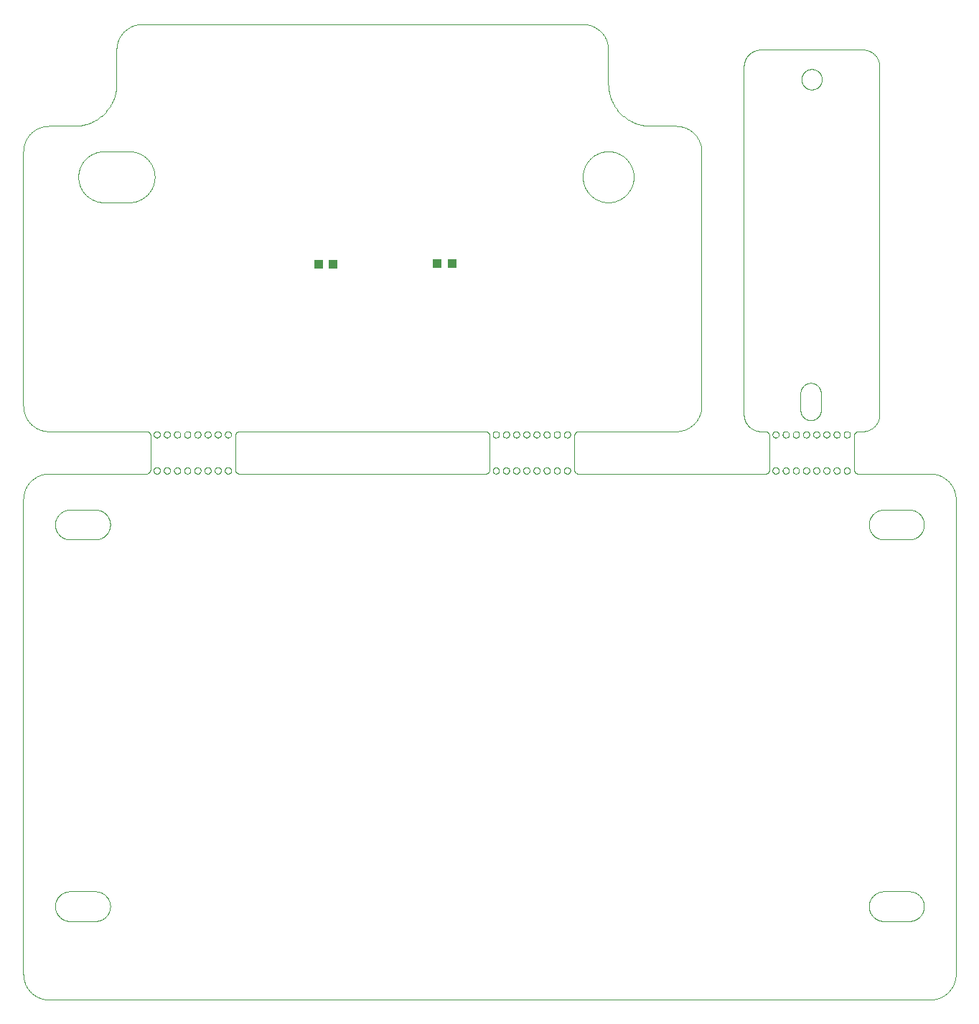
<source format=gtp>
G04 EAGLE Gerber RS-274X export*
G75*
%MOMM*%
%FSLAX34Y34*%
%LPD*%
%INSolder paste top*%
%IPPOS*%
%AMOC8*
5,1,8,0,0,1.08239X$1,22.5*%
G01*
%ADD10C,0.001000*%
%ADD11R,1.000000X1.100000*%


D10*
X918000Y1085000D02*
X918004Y1085294D01*
X918014Y1085589D01*
X918033Y1085883D01*
X918058Y1086176D01*
X918090Y1086469D01*
X918130Y1086761D01*
X918177Y1087052D01*
X918231Y1087341D01*
X918292Y1087629D01*
X918360Y1087916D01*
X918435Y1088201D01*
X918517Y1088483D01*
X918606Y1088764D01*
X918701Y1089043D01*
X918804Y1089319D01*
X918913Y1089592D01*
X919029Y1089863D01*
X919152Y1090131D01*
X919281Y1090395D01*
X919417Y1090657D01*
X919559Y1090915D01*
X919707Y1091169D01*
X919862Y1091420D01*
X920022Y1091667D01*
X920189Y1091910D01*
X920362Y1092148D01*
X920540Y1092383D01*
X920724Y1092613D01*
X920913Y1092838D01*
X921109Y1093059D01*
X921309Y1093274D01*
X921515Y1093485D01*
X921726Y1093691D01*
X921941Y1093891D01*
X922162Y1094087D01*
X922387Y1094276D01*
X922617Y1094460D01*
X922852Y1094638D01*
X923090Y1094811D01*
X923333Y1094978D01*
X923580Y1095138D01*
X923831Y1095293D01*
X924085Y1095441D01*
X924343Y1095583D01*
X924605Y1095719D01*
X924869Y1095848D01*
X925137Y1095971D01*
X925408Y1096087D01*
X925681Y1096196D01*
X925957Y1096299D01*
X926236Y1096394D01*
X926517Y1096483D01*
X926799Y1096565D01*
X927084Y1096640D01*
X927371Y1096708D01*
X927659Y1096769D01*
X927948Y1096823D01*
X928239Y1096870D01*
X928531Y1096910D01*
X928824Y1096942D01*
X929117Y1096967D01*
X929411Y1096986D01*
X929706Y1096996D01*
X930000Y1097000D01*
X930294Y1096996D01*
X930589Y1096986D01*
X930883Y1096967D01*
X931176Y1096942D01*
X931469Y1096910D01*
X931761Y1096870D01*
X932052Y1096823D01*
X932341Y1096769D01*
X932629Y1096708D01*
X932916Y1096640D01*
X933201Y1096565D01*
X933483Y1096483D01*
X933764Y1096394D01*
X934043Y1096299D01*
X934319Y1096196D01*
X934592Y1096087D01*
X934863Y1095971D01*
X935131Y1095848D01*
X935395Y1095719D01*
X935657Y1095583D01*
X935915Y1095441D01*
X936169Y1095293D01*
X936420Y1095138D01*
X936667Y1094978D01*
X936910Y1094811D01*
X937148Y1094638D01*
X937383Y1094460D01*
X937613Y1094276D01*
X937838Y1094087D01*
X938059Y1093891D01*
X938274Y1093691D01*
X938485Y1093485D01*
X938691Y1093274D01*
X938891Y1093059D01*
X939087Y1092838D01*
X939276Y1092613D01*
X939460Y1092383D01*
X939638Y1092148D01*
X939811Y1091910D01*
X939978Y1091667D01*
X940138Y1091420D01*
X940293Y1091169D01*
X940441Y1090915D01*
X940583Y1090657D01*
X940719Y1090395D01*
X940848Y1090131D01*
X940971Y1089863D01*
X941087Y1089592D01*
X941196Y1089319D01*
X941299Y1089043D01*
X941394Y1088764D01*
X941483Y1088483D01*
X941565Y1088201D01*
X941640Y1087916D01*
X941708Y1087629D01*
X941769Y1087341D01*
X941823Y1087052D01*
X941870Y1086761D01*
X941910Y1086469D01*
X941942Y1086176D01*
X941967Y1085883D01*
X941986Y1085589D01*
X941996Y1085294D01*
X942000Y1085000D01*
X941996Y1084706D01*
X941986Y1084411D01*
X941967Y1084117D01*
X941942Y1083824D01*
X941910Y1083531D01*
X941870Y1083239D01*
X941823Y1082948D01*
X941769Y1082659D01*
X941708Y1082371D01*
X941640Y1082084D01*
X941565Y1081799D01*
X941483Y1081517D01*
X941394Y1081236D01*
X941299Y1080957D01*
X941196Y1080681D01*
X941087Y1080408D01*
X940971Y1080137D01*
X940848Y1079869D01*
X940719Y1079605D01*
X940583Y1079343D01*
X940441Y1079085D01*
X940293Y1078831D01*
X940138Y1078580D01*
X939978Y1078333D01*
X939811Y1078090D01*
X939638Y1077852D01*
X939460Y1077617D01*
X939276Y1077387D01*
X939087Y1077162D01*
X938891Y1076941D01*
X938691Y1076726D01*
X938485Y1076515D01*
X938274Y1076309D01*
X938059Y1076109D01*
X937838Y1075913D01*
X937613Y1075724D01*
X937383Y1075540D01*
X937148Y1075362D01*
X936910Y1075189D01*
X936667Y1075022D01*
X936420Y1074862D01*
X936169Y1074707D01*
X935915Y1074559D01*
X935657Y1074417D01*
X935395Y1074281D01*
X935131Y1074152D01*
X934863Y1074029D01*
X934592Y1073913D01*
X934319Y1073804D01*
X934043Y1073701D01*
X933764Y1073606D01*
X933483Y1073517D01*
X933201Y1073435D01*
X932916Y1073360D01*
X932629Y1073292D01*
X932341Y1073231D01*
X932052Y1073177D01*
X931761Y1073130D01*
X931469Y1073090D01*
X931176Y1073058D01*
X930883Y1073033D01*
X930589Y1073014D01*
X930294Y1073004D01*
X930000Y1073000D01*
X929706Y1073004D01*
X929411Y1073014D01*
X929117Y1073033D01*
X928824Y1073058D01*
X928531Y1073090D01*
X928239Y1073130D01*
X927948Y1073177D01*
X927659Y1073231D01*
X927371Y1073292D01*
X927084Y1073360D01*
X926799Y1073435D01*
X926517Y1073517D01*
X926236Y1073606D01*
X925957Y1073701D01*
X925681Y1073804D01*
X925408Y1073913D01*
X925137Y1074029D01*
X924869Y1074152D01*
X924605Y1074281D01*
X924343Y1074417D01*
X924085Y1074559D01*
X923831Y1074707D01*
X923580Y1074862D01*
X923333Y1075022D01*
X923090Y1075189D01*
X922852Y1075362D01*
X922617Y1075540D01*
X922387Y1075724D01*
X922162Y1075913D01*
X921941Y1076109D01*
X921726Y1076309D01*
X921515Y1076515D01*
X921309Y1076726D01*
X921109Y1076941D01*
X920913Y1077162D01*
X920724Y1077387D01*
X920540Y1077617D01*
X920362Y1077852D01*
X920189Y1078090D01*
X920022Y1078333D01*
X919862Y1078580D01*
X919707Y1078831D01*
X919559Y1079085D01*
X919417Y1079343D01*
X919281Y1079605D01*
X919152Y1079869D01*
X919029Y1080137D01*
X918913Y1080408D01*
X918804Y1080681D01*
X918701Y1080957D01*
X918606Y1081236D01*
X918517Y1081517D01*
X918435Y1081799D01*
X918360Y1082084D01*
X918292Y1082371D01*
X918231Y1082659D01*
X918177Y1082948D01*
X918130Y1083239D01*
X918090Y1083531D01*
X918058Y1083824D01*
X918033Y1084117D01*
X918014Y1084411D01*
X918004Y1084706D01*
X918000Y1085000D01*
X660000Y970000D02*
X660009Y970736D01*
X660036Y971472D01*
X660081Y972207D01*
X660144Y972941D01*
X660226Y973672D01*
X660325Y974402D01*
X660442Y975129D01*
X660576Y975853D01*
X660729Y976573D01*
X660899Y977289D01*
X661087Y978001D01*
X661292Y978709D01*
X661514Y979410D01*
X661754Y980107D01*
X662010Y980797D01*
X662284Y981481D01*
X662574Y982157D01*
X662880Y982827D01*
X663203Y983488D01*
X663542Y984142D01*
X663897Y984787D01*
X664268Y985423D01*
X664654Y986050D01*
X665056Y986667D01*
X665472Y987274D01*
X665904Y987871D01*
X666350Y988457D01*
X666810Y989032D01*
X667284Y989595D01*
X667771Y990147D01*
X668273Y990686D01*
X668787Y991213D01*
X669314Y991727D01*
X669853Y992229D01*
X670405Y992716D01*
X670968Y993190D01*
X671543Y993650D01*
X672129Y994096D01*
X672726Y994528D01*
X673333Y994944D01*
X673950Y995346D01*
X674577Y995732D01*
X675213Y996103D01*
X675858Y996458D01*
X676512Y996797D01*
X677173Y997120D01*
X677843Y997426D01*
X678519Y997716D01*
X679203Y997990D01*
X679893Y998246D01*
X680590Y998486D01*
X681291Y998708D01*
X681999Y998913D01*
X682711Y999101D01*
X683427Y999271D01*
X684147Y999424D01*
X684871Y999558D01*
X685598Y999675D01*
X686328Y999774D01*
X687059Y999856D01*
X687793Y999919D01*
X688528Y999964D01*
X689264Y999991D01*
X690000Y1000000D01*
X690736Y999991D01*
X691472Y999964D01*
X692207Y999919D01*
X692941Y999856D01*
X693672Y999774D01*
X694402Y999675D01*
X695129Y999558D01*
X695853Y999424D01*
X696573Y999271D01*
X697289Y999101D01*
X698001Y998913D01*
X698709Y998708D01*
X699410Y998486D01*
X700107Y998246D01*
X700797Y997990D01*
X701481Y997716D01*
X702157Y997426D01*
X702827Y997120D01*
X703488Y996797D01*
X704142Y996458D01*
X704787Y996103D01*
X705423Y995732D01*
X706050Y995346D01*
X706667Y994944D01*
X707274Y994528D01*
X707871Y994096D01*
X708457Y993650D01*
X709032Y993190D01*
X709595Y992716D01*
X710147Y992229D01*
X710686Y991727D01*
X711213Y991213D01*
X711727Y990686D01*
X712229Y990147D01*
X712716Y989595D01*
X713190Y989032D01*
X713650Y988457D01*
X714096Y987871D01*
X714528Y987274D01*
X714944Y986667D01*
X715346Y986050D01*
X715732Y985423D01*
X716103Y984787D01*
X716458Y984142D01*
X716797Y983488D01*
X717120Y982827D01*
X717426Y982157D01*
X717716Y981481D01*
X717990Y980797D01*
X718246Y980107D01*
X718486Y979410D01*
X718708Y978709D01*
X718913Y978001D01*
X719101Y977289D01*
X719271Y976573D01*
X719424Y975853D01*
X719558Y975129D01*
X719675Y974402D01*
X719774Y973672D01*
X719856Y972941D01*
X719919Y972207D01*
X719964Y971472D01*
X719991Y970736D01*
X720000Y970000D01*
X719991Y969264D01*
X719964Y968528D01*
X719919Y967793D01*
X719856Y967059D01*
X719774Y966328D01*
X719675Y965598D01*
X719558Y964871D01*
X719424Y964147D01*
X719271Y963427D01*
X719101Y962711D01*
X718913Y961999D01*
X718708Y961291D01*
X718486Y960590D01*
X718246Y959893D01*
X717990Y959203D01*
X717716Y958519D01*
X717426Y957843D01*
X717120Y957173D01*
X716797Y956512D01*
X716458Y955858D01*
X716103Y955213D01*
X715732Y954577D01*
X715346Y953950D01*
X714944Y953333D01*
X714528Y952726D01*
X714096Y952129D01*
X713650Y951543D01*
X713190Y950968D01*
X712716Y950405D01*
X712229Y949853D01*
X711727Y949314D01*
X711213Y948787D01*
X710686Y948273D01*
X710147Y947771D01*
X709595Y947284D01*
X709032Y946810D01*
X708457Y946350D01*
X707871Y945904D01*
X707274Y945472D01*
X706667Y945056D01*
X706050Y944654D01*
X705423Y944268D01*
X704787Y943897D01*
X704142Y943542D01*
X703488Y943203D01*
X702827Y942880D01*
X702157Y942574D01*
X701481Y942284D01*
X700797Y942010D01*
X700107Y941754D01*
X699410Y941514D01*
X698709Y941292D01*
X698001Y941087D01*
X697289Y940899D01*
X696573Y940729D01*
X695853Y940576D01*
X695129Y940442D01*
X694402Y940325D01*
X693672Y940226D01*
X692941Y940144D01*
X692207Y940081D01*
X691472Y940036D01*
X690736Y940009D01*
X690000Y940000D01*
X689264Y940009D01*
X688528Y940036D01*
X687793Y940081D01*
X687059Y940144D01*
X686328Y940226D01*
X685598Y940325D01*
X684871Y940442D01*
X684147Y940576D01*
X683427Y940729D01*
X682711Y940899D01*
X681999Y941087D01*
X681291Y941292D01*
X680590Y941514D01*
X679893Y941754D01*
X679203Y942010D01*
X678519Y942284D01*
X677843Y942574D01*
X677173Y942880D01*
X676512Y943203D01*
X675858Y943542D01*
X675213Y943897D01*
X674577Y944268D01*
X673950Y944654D01*
X673333Y945056D01*
X672726Y945472D01*
X672129Y945904D01*
X671543Y946350D01*
X670968Y946810D01*
X670405Y947284D01*
X669853Y947771D01*
X669314Y948273D01*
X668787Y948787D01*
X668273Y949314D01*
X667771Y949853D01*
X667284Y950405D01*
X666810Y950968D01*
X666350Y951543D01*
X665904Y952129D01*
X665472Y952726D01*
X665056Y953333D01*
X664654Y953950D01*
X664268Y954577D01*
X663897Y955213D01*
X663542Y955858D01*
X663203Y956512D01*
X662880Y957173D01*
X662574Y957843D01*
X662284Y958519D01*
X662010Y959203D01*
X661754Y959893D01*
X661514Y960590D01*
X661292Y961291D01*
X661087Y961999D01*
X660899Y962711D01*
X660729Y963427D01*
X660576Y964147D01*
X660442Y964871D01*
X660325Y965598D01*
X660226Y966328D01*
X660144Y967059D01*
X660081Y967793D01*
X660036Y968528D01*
X660009Y969264D01*
X660000Y970000D01*
X153750Y666250D02*
X153752Y666372D01*
X153758Y666494D01*
X153768Y666616D01*
X153782Y666737D01*
X153800Y666858D01*
X153821Y666978D01*
X153847Y667097D01*
X153876Y667216D01*
X153910Y667333D01*
X153947Y667449D01*
X153988Y667564D01*
X154033Y667678D01*
X154081Y667790D01*
X154133Y667901D01*
X154188Y668009D01*
X154247Y668116D01*
X154310Y668221D01*
X154376Y668324D01*
X154445Y668424D01*
X154517Y668523D01*
X154593Y668619D01*
X154671Y668712D01*
X154753Y668803D01*
X154838Y668891D01*
X154925Y668976D01*
X155015Y669058D01*
X155108Y669138D01*
X155203Y669214D01*
X155301Y669287D01*
X155401Y669357D01*
X155503Y669424D01*
X155607Y669487D01*
X155714Y669547D01*
X155822Y669604D01*
X155932Y669656D01*
X156044Y669706D01*
X156157Y669751D01*
X156272Y669793D01*
X156388Y669831D01*
X156505Y669866D01*
X156623Y669896D01*
X156742Y669923D01*
X156862Y669945D01*
X156983Y669964D01*
X157104Y669979D01*
X157226Y669990D01*
X157347Y669997D01*
X157469Y670000D01*
X157592Y669999D01*
X157714Y669994D01*
X157835Y669985D01*
X157957Y669972D01*
X158078Y669955D01*
X158198Y669934D01*
X158317Y669910D01*
X158436Y669881D01*
X158554Y669849D01*
X158670Y669813D01*
X158786Y669773D01*
X158900Y669729D01*
X159012Y669682D01*
X159123Y669631D01*
X159232Y669576D01*
X159340Y669518D01*
X159445Y669456D01*
X159548Y669391D01*
X159650Y669323D01*
X159748Y669251D01*
X159845Y669176D01*
X159939Y669099D01*
X160030Y669018D01*
X160119Y668934D01*
X160205Y668847D01*
X160288Y668758D01*
X160368Y668666D01*
X160445Y668571D01*
X160519Y668474D01*
X160590Y668374D01*
X160658Y668273D01*
X160722Y668169D01*
X160783Y668063D01*
X160840Y667955D01*
X160894Y667846D01*
X160944Y667734D01*
X160990Y667621D01*
X161033Y667507D01*
X161072Y667391D01*
X161107Y667275D01*
X161139Y667157D01*
X161166Y667038D01*
X161190Y666918D01*
X161210Y666797D01*
X161226Y666676D01*
X161238Y666555D01*
X161246Y666433D01*
X161250Y666311D01*
X161250Y666189D01*
X161246Y666067D01*
X161238Y665945D01*
X161226Y665824D01*
X161210Y665703D01*
X161190Y665582D01*
X161166Y665462D01*
X161139Y665343D01*
X161107Y665225D01*
X161072Y665109D01*
X161033Y664993D01*
X160990Y664879D01*
X160944Y664766D01*
X160894Y664654D01*
X160840Y664545D01*
X160783Y664437D01*
X160722Y664331D01*
X160658Y664227D01*
X160590Y664126D01*
X160519Y664026D01*
X160445Y663929D01*
X160368Y663834D01*
X160288Y663742D01*
X160205Y663653D01*
X160119Y663566D01*
X160030Y663482D01*
X159939Y663401D01*
X159845Y663324D01*
X159748Y663249D01*
X159650Y663177D01*
X159548Y663109D01*
X159445Y663044D01*
X159340Y662982D01*
X159232Y662924D01*
X159123Y662869D01*
X159012Y662818D01*
X158900Y662771D01*
X158786Y662727D01*
X158670Y662687D01*
X158554Y662651D01*
X158436Y662619D01*
X158317Y662590D01*
X158198Y662566D01*
X158078Y662545D01*
X157957Y662528D01*
X157835Y662515D01*
X157714Y662506D01*
X157592Y662501D01*
X157469Y662500D01*
X157347Y662503D01*
X157226Y662510D01*
X157104Y662521D01*
X156983Y662536D01*
X156862Y662555D01*
X156742Y662577D01*
X156623Y662604D01*
X156505Y662634D01*
X156388Y662669D01*
X156272Y662707D01*
X156157Y662749D01*
X156044Y662794D01*
X155932Y662844D01*
X155822Y662896D01*
X155714Y662953D01*
X155607Y663013D01*
X155503Y663076D01*
X155401Y663143D01*
X155301Y663213D01*
X155203Y663286D01*
X155108Y663362D01*
X155015Y663442D01*
X154925Y663524D01*
X154838Y663609D01*
X154753Y663697D01*
X154671Y663788D01*
X154593Y663881D01*
X154517Y663977D01*
X154445Y664076D01*
X154376Y664176D01*
X154310Y664279D01*
X154247Y664384D01*
X154188Y664491D01*
X154133Y664599D01*
X154081Y664710D01*
X154033Y664822D01*
X153988Y664936D01*
X153947Y665051D01*
X153910Y665167D01*
X153876Y665284D01*
X153847Y665403D01*
X153821Y665522D01*
X153800Y665642D01*
X153782Y665763D01*
X153768Y665884D01*
X153758Y666006D01*
X153752Y666128D01*
X153750Y666250D01*
X153750Y623750D02*
X153752Y623872D01*
X153758Y623994D01*
X153768Y624116D01*
X153782Y624237D01*
X153800Y624358D01*
X153821Y624478D01*
X153847Y624597D01*
X153876Y624716D01*
X153910Y624833D01*
X153947Y624949D01*
X153988Y625064D01*
X154033Y625178D01*
X154081Y625290D01*
X154133Y625401D01*
X154188Y625509D01*
X154247Y625616D01*
X154310Y625721D01*
X154376Y625824D01*
X154445Y625924D01*
X154517Y626023D01*
X154593Y626119D01*
X154671Y626212D01*
X154753Y626303D01*
X154838Y626391D01*
X154925Y626476D01*
X155015Y626558D01*
X155108Y626638D01*
X155203Y626714D01*
X155301Y626787D01*
X155401Y626857D01*
X155503Y626924D01*
X155607Y626987D01*
X155714Y627047D01*
X155822Y627104D01*
X155932Y627156D01*
X156044Y627206D01*
X156157Y627251D01*
X156272Y627293D01*
X156388Y627331D01*
X156505Y627366D01*
X156623Y627396D01*
X156742Y627423D01*
X156862Y627445D01*
X156983Y627464D01*
X157104Y627479D01*
X157226Y627490D01*
X157347Y627497D01*
X157469Y627500D01*
X157592Y627499D01*
X157714Y627494D01*
X157835Y627485D01*
X157957Y627472D01*
X158078Y627455D01*
X158198Y627434D01*
X158317Y627410D01*
X158436Y627381D01*
X158554Y627349D01*
X158670Y627313D01*
X158786Y627273D01*
X158900Y627229D01*
X159012Y627182D01*
X159123Y627131D01*
X159232Y627076D01*
X159340Y627018D01*
X159445Y626956D01*
X159548Y626891D01*
X159650Y626823D01*
X159748Y626751D01*
X159845Y626676D01*
X159939Y626599D01*
X160030Y626518D01*
X160119Y626434D01*
X160205Y626347D01*
X160288Y626258D01*
X160368Y626166D01*
X160445Y626071D01*
X160519Y625974D01*
X160590Y625874D01*
X160658Y625773D01*
X160722Y625669D01*
X160783Y625563D01*
X160840Y625455D01*
X160894Y625346D01*
X160944Y625234D01*
X160990Y625121D01*
X161033Y625007D01*
X161072Y624891D01*
X161107Y624775D01*
X161139Y624657D01*
X161166Y624538D01*
X161190Y624418D01*
X161210Y624297D01*
X161226Y624176D01*
X161238Y624055D01*
X161246Y623933D01*
X161250Y623811D01*
X161250Y623689D01*
X161246Y623567D01*
X161238Y623445D01*
X161226Y623324D01*
X161210Y623203D01*
X161190Y623082D01*
X161166Y622962D01*
X161139Y622843D01*
X161107Y622725D01*
X161072Y622609D01*
X161033Y622493D01*
X160990Y622379D01*
X160944Y622266D01*
X160894Y622154D01*
X160840Y622045D01*
X160783Y621937D01*
X160722Y621831D01*
X160658Y621727D01*
X160590Y621626D01*
X160519Y621526D01*
X160445Y621429D01*
X160368Y621334D01*
X160288Y621242D01*
X160205Y621153D01*
X160119Y621066D01*
X160030Y620982D01*
X159939Y620901D01*
X159845Y620824D01*
X159748Y620749D01*
X159650Y620677D01*
X159548Y620609D01*
X159445Y620544D01*
X159340Y620482D01*
X159232Y620424D01*
X159123Y620369D01*
X159012Y620318D01*
X158900Y620271D01*
X158786Y620227D01*
X158670Y620187D01*
X158554Y620151D01*
X158436Y620119D01*
X158317Y620090D01*
X158198Y620066D01*
X158078Y620045D01*
X157957Y620028D01*
X157835Y620015D01*
X157714Y620006D01*
X157592Y620001D01*
X157469Y620000D01*
X157347Y620003D01*
X157226Y620010D01*
X157104Y620021D01*
X156983Y620036D01*
X156862Y620055D01*
X156742Y620077D01*
X156623Y620104D01*
X156505Y620134D01*
X156388Y620169D01*
X156272Y620207D01*
X156157Y620249D01*
X156044Y620294D01*
X155932Y620344D01*
X155822Y620396D01*
X155714Y620453D01*
X155607Y620513D01*
X155503Y620576D01*
X155401Y620643D01*
X155301Y620713D01*
X155203Y620786D01*
X155108Y620862D01*
X155015Y620942D01*
X154925Y621024D01*
X154838Y621109D01*
X154753Y621197D01*
X154671Y621288D01*
X154593Y621381D01*
X154517Y621477D01*
X154445Y621576D01*
X154376Y621676D01*
X154310Y621779D01*
X154247Y621884D01*
X154188Y621991D01*
X154133Y622099D01*
X154081Y622210D01*
X154033Y622322D01*
X153988Y622436D01*
X153947Y622551D01*
X153910Y622667D01*
X153876Y622784D01*
X153847Y622903D01*
X153821Y623022D01*
X153800Y623142D01*
X153782Y623263D01*
X153768Y623384D01*
X153758Y623506D01*
X153752Y623628D01*
X153750Y623750D01*
X165750Y623750D02*
X165752Y623872D01*
X165758Y623994D01*
X165768Y624116D01*
X165782Y624237D01*
X165800Y624358D01*
X165821Y624478D01*
X165847Y624597D01*
X165876Y624716D01*
X165910Y624833D01*
X165947Y624949D01*
X165988Y625064D01*
X166033Y625178D01*
X166081Y625290D01*
X166133Y625401D01*
X166188Y625509D01*
X166247Y625616D01*
X166310Y625721D01*
X166376Y625824D01*
X166445Y625924D01*
X166517Y626023D01*
X166593Y626119D01*
X166671Y626212D01*
X166753Y626303D01*
X166838Y626391D01*
X166925Y626476D01*
X167015Y626558D01*
X167108Y626638D01*
X167203Y626714D01*
X167301Y626787D01*
X167401Y626857D01*
X167503Y626924D01*
X167607Y626987D01*
X167714Y627047D01*
X167822Y627104D01*
X167932Y627156D01*
X168044Y627206D01*
X168157Y627251D01*
X168272Y627293D01*
X168388Y627331D01*
X168505Y627366D01*
X168623Y627396D01*
X168742Y627423D01*
X168862Y627445D01*
X168983Y627464D01*
X169104Y627479D01*
X169226Y627490D01*
X169347Y627497D01*
X169469Y627500D01*
X169592Y627499D01*
X169714Y627494D01*
X169835Y627485D01*
X169957Y627472D01*
X170078Y627455D01*
X170198Y627434D01*
X170317Y627410D01*
X170436Y627381D01*
X170554Y627349D01*
X170670Y627313D01*
X170786Y627273D01*
X170900Y627229D01*
X171012Y627182D01*
X171123Y627131D01*
X171232Y627076D01*
X171340Y627018D01*
X171445Y626956D01*
X171548Y626891D01*
X171650Y626823D01*
X171748Y626751D01*
X171845Y626676D01*
X171939Y626599D01*
X172030Y626518D01*
X172119Y626434D01*
X172205Y626347D01*
X172288Y626258D01*
X172368Y626166D01*
X172445Y626071D01*
X172519Y625974D01*
X172590Y625874D01*
X172658Y625773D01*
X172722Y625669D01*
X172783Y625563D01*
X172840Y625455D01*
X172894Y625346D01*
X172944Y625234D01*
X172990Y625121D01*
X173033Y625007D01*
X173072Y624891D01*
X173107Y624775D01*
X173139Y624657D01*
X173166Y624538D01*
X173190Y624418D01*
X173210Y624297D01*
X173226Y624176D01*
X173238Y624055D01*
X173246Y623933D01*
X173250Y623811D01*
X173250Y623689D01*
X173246Y623567D01*
X173238Y623445D01*
X173226Y623324D01*
X173210Y623203D01*
X173190Y623082D01*
X173166Y622962D01*
X173139Y622843D01*
X173107Y622725D01*
X173072Y622609D01*
X173033Y622493D01*
X172990Y622379D01*
X172944Y622266D01*
X172894Y622154D01*
X172840Y622045D01*
X172783Y621937D01*
X172722Y621831D01*
X172658Y621727D01*
X172590Y621626D01*
X172519Y621526D01*
X172445Y621429D01*
X172368Y621334D01*
X172288Y621242D01*
X172205Y621153D01*
X172119Y621066D01*
X172030Y620982D01*
X171939Y620901D01*
X171845Y620824D01*
X171748Y620749D01*
X171650Y620677D01*
X171548Y620609D01*
X171445Y620544D01*
X171340Y620482D01*
X171232Y620424D01*
X171123Y620369D01*
X171012Y620318D01*
X170900Y620271D01*
X170786Y620227D01*
X170670Y620187D01*
X170554Y620151D01*
X170436Y620119D01*
X170317Y620090D01*
X170198Y620066D01*
X170078Y620045D01*
X169957Y620028D01*
X169835Y620015D01*
X169714Y620006D01*
X169592Y620001D01*
X169469Y620000D01*
X169347Y620003D01*
X169226Y620010D01*
X169104Y620021D01*
X168983Y620036D01*
X168862Y620055D01*
X168742Y620077D01*
X168623Y620104D01*
X168505Y620134D01*
X168388Y620169D01*
X168272Y620207D01*
X168157Y620249D01*
X168044Y620294D01*
X167932Y620344D01*
X167822Y620396D01*
X167714Y620453D01*
X167607Y620513D01*
X167503Y620576D01*
X167401Y620643D01*
X167301Y620713D01*
X167203Y620786D01*
X167108Y620862D01*
X167015Y620942D01*
X166925Y621024D01*
X166838Y621109D01*
X166753Y621197D01*
X166671Y621288D01*
X166593Y621381D01*
X166517Y621477D01*
X166445Y621576D01*
X166376Y621676D01*
X166310Y621779D01*
X166247Y621884D01*
X166188Y621991D01*
X166133Y622099D01*
X166081Y622210D01*
X166033Y622322D01*
X165988Y622436D01*
X165947Y622551D01*
X165910Y622667D01*
X165876Y622784D01*
X165847Y622903D01*
X165821Y623022D01*
X165800Y623142D01*
X165782Y623263D01*
X165768Y623384D01*
X165758Y623506D01*
X165752Y623628D01*
X165750Y623750D01*
X177750Y623750D02*
X177752Y623872D01*
X177758Y623994D01*
X177768Y624116D01*
X177782Y624237D01*
X177800Y624358D01*
X177821Y624478D01*
X177847Y624597D01*
X177876Y624716D01*
X177910Y624833D01*
X177947Y624949D01*
X177988Y625064D01*
X178033Y625178D01*
X178081Y625290D01*
X178133Y625401D01*
X178188Y625509D01*
X178247Y625616D01*
X178310Y625721D01*
X178376Y625824D01*
X178445Y625924D01*
X178517Y626023D01*
X178593Y626119D01*
X178671Y626212D01*
X178753Y626303D01*
X178838Y626391D01*
X178925Y626476D01*
X179015Y626558D01*
X179108Y626638D01*
X179203Y626714D01*
X179301Y626787D01*
X179401Y626857D01*
X179503Y626924D01*
X179607Y626987D01*
X179714Y627047D01*
X179822Y627104D01*
X179932Y627156D01*
X180044Y627206D01*
X180157Y627251D01*
X180272Y627293D01*
X180388Y627331D01*
X180505Y627366D01*
X180623Y627396D01*
X180742Y627423D01*
X180862Y627445D01*
X180983Y627464D01*
X181104Y627479D01*
X181226Y627490D01*
X181347Y627497D01*
X181469Y627500D01*
X181592Y627499D01*
X181714Y627494D01*
X181835Y627485D01*
X181957Y627472D01*
X182078Y627455D01*
X182198Y627434D01*
X182317Y627410D01*
X182436Y627381D01*
X182554Y627349D01*
X182670Y627313D01*
X182786Y627273D01*
X182900Y627229D01*
X183012Y627182D01*
X183123Y627131D01*
X183232Y627076D01*
X183340Y627018D01*
X183445Y626956D01*
X183548Y626891D01*
X183650Y626823D01*
X183748Y626751D01*
X183845Y626676D01*
X183939Y626599D01*
X184030Y626518D01*
X184119Y626434D01*
X184205Y626347D01*
X184288Y626258D01*
X184368Y626166D01*
X184445Y626071D01*
X184519Y625974D01*
X184590Y625874D01*
X184658Y625773D01*
X184722Y625669D01*
X184783Y625563D01*
X184840Y625455D01*
X184894Y625346D01*
X184944Y625234D01*
X184990Y625121D01*
X185033Y625007D01*
X185072Y624891D01*
X185107Y624775D01*
X185139Y624657D01*
X185166Y624538D01*
X185190Y624418D01*
X185210Y624297D01*
X185226Y624176D01*
X185238Y624055D01*
X185246Y623933D01*
X185250Y623811D01*
X185250Y623689D01*
X185246Y623567D01*
X185238Y623445D01*
X185226Y623324D01*
X185210Y623203D01*
X185190Y623082D01*
X185166Y622962D01*
X185139Y622843D01*
X185107Y622725D01*
X185072Y622609D01*
X185033Y622493D01*
X184990Y622379D01*
X184944Y622266D01*
X184894Y622154D01*
X184840Y622045D01*
X184783Y621937D01*
X184722Y621831D01*
X184658Y621727D01*
X184590Y621626D01*
X184519Y621526D01*
X184445Y621429D01*
X184368Y621334D01*
X184288Y621242D01*
X184205Y621153D01*
X184119Y621066D01*
X184030Y620982D01*
X183939Y620901D01*
X183845Y620824D01*
X183748Y620749D01*
X183650Y620677D01*
X183548Y620609D01*
X183445Y620544D01*
X183340Y620482D01*
X183232Y620424D01*
X183123Y620369D01*
X183012Y620318D01*
X182900Y620271D01*
X182786Y620227D01*
X182670Y620187D01*
X182554Y620151D01*
X182436Y620119D01*
X182317Y620090D01*
X182198Y620066D01*
X182078Y620045D01*
X181957Y620028D01*
X181835Y620015D01*
X181714Y620006D01*
X181592Y620001D01*
X181469Y620000D01*
X181347Y620003D01*
X181226Y620010D01*
X181104Y620021D01*
X180983Y620036D01*
X180862Y620055D01*
X180742Y620077D01*
X180623Y620104D01*
X180505Y620134D01*
X180388Y620169D01*
X180272Y620207D01*
X180157Y620249D01*
X180044Y620294D01*
X179932Y620344D01*
X179822Y620396D01*
X179714Y620453D01*
X179607Y620513D01*
X179503Y620576D01*
X179401Y620643D01*
X179301Y620713D01*
X179203Y620786D01*
X179108Y620862D01*
X179015Y620942D01*
X178925Y621024D01*
X178838Y621109D01*
X178753Y621197D01*
X178671Y621288D01*
X178593Y621381D01*
X178517Y621477D01*
X178445Y621576D01*
X178376Y621676D01*
X178310Y621779D01*
X178247Y621884D01*
X178188Y621991D01*
X178133Y622099D01*
X178081Y622210D01*
X178033Y622322D01*
X177988Y622436D01*
X177947Y622551D01*
X177910Y622667D01*
X177876Y622784D01*
X177847Y622903D01*
X177821Y623022D01*
X177800Y623142D01*
X177782Y623263D01*
X177768Y623384D01*
X177758Y623506D01*
X177752Y623628D01*
X177750Y623750D01*
X189750Y623750D02*
X189752Y623872D01*
X189758Y623994D01*
X189768Y624116D01*
X189782Y624237D01*
X189800Y624358D01*
X189821Y624478D01*
X189847Y624597D01*
X189876Y624716D01*
X189910Y624833D01*
X189947Y624949D01*
X189988Y625064D01*
X190033Y625178D01*
X190081Y625290D01*
X190133Y625401D01*
X190188Y625509D01*
X190247Y625616D01*
X190310Y625721D01*
X190376Y625824D01*
X190445Y625924D01*
X190517Y626023D01*
X190593Y626119D01*
X190671Y626212D01*
X190753Y626303D01*
X190838Y626391D01*
X190925Y626476D01*
X191015Y626558D01*
X191108Y626638D01*
X191203Y626714D01*
X191301Y626787D01*
X191401Y626857D01*
X191503Y626924D01*
X191607Y626987D01*
X191714Y627047D01*
X191822Y627104D01*
X191932Y627156D01*
X192044Y627206D01*
X192157Y627251D01*
X192272Y627293D01*
X192388Y627331D01*
X192505Y627366D01*
X192623Y627396D01*
X192742Y627423D01*
X192862Y627445D01*
X192983Y627464D01*
X193104Y627479D01*
X193226Y627490D01*
X193347Y627497D01*
X193469Y627500D01*
X193592Y627499D01*
X193714Y627494D01*
X193835Y627485D01*
X193957Y627472D01*
X194078Y627455D01*
X194198Y627434D01*
X194317Y627410D01*
X194436Y627381D01*
X194554Y627349D01*
X194670Y627313D01*
X194786Y627273D01*
X194900Y627229D01*
X195012Y627182D01*
X195123Y627131D01*
X195232Y627076D01*
X195340Y627018D01*
X195445Y626956D01*
X195548Y626891D01*
X195650Y626823D01*
X195748Y626751D01*
X195845Y626676D01*
X195939Y626599D01*
X196030Y626518D01*
X196119Y626434D01*
X196205Y626347D01*
X196288Y626258D01*
X196368Y626166D01*
X196445Y626071D01*
X196519Y625974D01*
X196590Y625874D01*
X196658Y625773D01*
X196722Y625669D01*
X196783Y625563D01*
X196840Y625455D01*
X196894Y625346D01*
X196944Y625234D01*
X196990Y625121D01*
X197033Y625007D01*
X197072Y624891D01*
X197107Y624775D01*
X197139Y624657D01*
X197166Y624538D01*
X197190Y624418D01*
X197210Y624297D01*
X197226Y624176D01*
X197238Y624055D01*
X197246Y623933D01*
X197250Y623811D01*
X197250Y623689D01*
X197246Y623567D01*
X197238Y623445D01*
X197226Y623324D01*
X197210Y623203D01*
X197190Y623082D01*
X197166Y622962D01*
X197139Y622843D01*
X197107Y622725D01*
X197072Y622609D01*
X197033Y622493D01*
X196990Y622379D01*
X196944Y622266D01*
X196894Y622154D01*
X196840Y622045D01*
X196783Y621937D01*
X196722Y621831D01*
X196658Y621727D01*
X196590Y621626D01*
X196519Y621526D01*
X196445Y621429D01*
X196368Y621334D01*
X196288Y621242D01*
X196205Y621153D01*
X196119Y621066D01*
X196030Y620982D01*
X195939Y620901D01*
X195845Y620824D01*
X195748Y620749D01*
X195650Y620677D01*
X195548Y620609D01*
X195445Y620544D01*
X195340Y620482D01*
X195232Y620424D01*
X195123Y620369D01*
X195012Y620318D01*
X194900Y620271D01*
X194786Y620227D01*
X194670Y620187D01*
X194554Y620151D01*
X194436Y620119D01*
X194317Y620090D01*
X194198Y620066D01*
X194078Y620045D01*
X193957Y620028D01*
X193835Y620015D01*
X193714Y620006D01*
X193592Y620001D01*
X193469Y620000D01*
X193347Y620003D01*
X193226Y620010D01*
X193104Y620021D01*
X192983Y620036D01*
X192862Y620055D01*
X192742Y620077D01*
X192623Y620104D01*
X192505Y620134D01*
X192388Y620169D01*
X192272Y620207D01*
X192157Y620249D01*
X192044Y620294D01*
X191932Y620344D01*
X191822Y620396D01*
X191714Y620453D01*
X191607Y620513D01*
X191503Y620576D01*
X191401Y620643D01*
X191301Y620713D01*
X191203Y620786D01*
X191108Y620862D01*
X191015Y620942D01*
X190925Y621024D01*
X190838Y621109D01*
X190753Y621197D01*
X190671Y621288D01*
X190593Y621381D01*
X190517Y621477D01*
X190445Y621576D01*
X190376Y621676D01*
X190310Y621779D01*
X190247Y621884D01*
X190188Y621991D01*
X190133Y622099D01*
X190081Y622210D01*
X190033Y622322D01*
X189988Y622436D01*
X189947Y622551D01*
X189910Y622667D01*
X189876Y622784D01*
X189847Y622903D01*
X189821Y623022D01*
X189800Y623142D01*
X189782Y623263D01*
X189768Y623384D01*
X189758Y623506D01*
X189752Y623628D01*
X189750Y623750D01*
X201750Y623750D02*
X201752Y623872D01*
X201758Y623994D01*
X201768Y624116D01*
X201782Y624237D01*
X201800Y624358D01*
X201821Y624478D01*
X201847Y624597D01*
X201876Y624716D01*
X201910Y624833D01*
X201947Y624949D01*
X201988Y625064D01*
X202033Y625178D01*
X202081Y625290D01*
X202133Y625401D01*
X202188Y625509D01*
X202247Y625616D01*
X202310Y625721D01*
X202376Y625824D01*
X202445Y625924D01*
X202517Y626023D01*
X202593Y626119D01*
X202671Y626212D01*
X202753Y626303D01*
X202838Y626391D01*
X202925Y626476D01*
X203015Y626558D01*
X203108Y626638D01*
X203203Y626714D01*
X203301Y626787D01*
X203401Y626857D01*
X203503Y626924D01*
X203607Y626987D01*
X203714Y627047D01*
X203822Y627104D01*
X203932Y627156D01*
X204044Y627206D01*
X204157Y627251D01*
X204272Y627293D01*
X204388Y627331D01*
X204505Y627366D01*
X204623Y627396D01*
X204742Y627423D01*
X204862Y627445D01*
X204983Y627464D01*
X205104Y627479D01*
X205226Y627490D01*
X205347Y627497D01*
X205469Y627500D01*
X205592Y627499D01*
X205714Y627494D01*
X205835Y627485D01*
X205957Y627472D01*
X206078Y627455D01*
X206198Y627434D01*
X206317Y627410D01*
X206436Y627381D01*
X206554Y627349D01*
X206670Y627313D01*
X206786Y627273D01*
X206900Y627229D01*
X207012Y627182D01*
X207123Y627131D01*
X207232Y627076D01*
X207340Y627018D01*
X207445Y626956D01*
X207548Y626891D01*
X207650Y626823D01*
X207748Y626751D01*
X207845Y626676D01*
X207939Y626599D01*
X208030Y626518D01*
X208119Y626434D01*
X208205Y626347D01*
X208288Y626258D01*
X208368Y626166D01*
X208445Y626071D01*
X208519Y625974D01*
X208590Y625874D01*
X208658Y625773D01*
X208722Y625669D01*
X208783Y625563D01*
X208840Y625455D01*
X208894Y625346D01*
X208944Y625234D01*
X208990Y625121D01*
X209033Y625007D01*
X209072Y624891D01*
X209107Y624775D01*
X209139Y624657D01*
X209166Y624538D01*
X209190Y624418D01*
X209210Y624297D01*
X209226Y624176D01*
X209238Y624055D01*
X209246Y623933D01*
X209250Y623811D01*
X209250Y623689D01*
X209246Y623567D01*
X209238Y623445D01*
X209226Y623324D01*
X209210Y623203D01*
X209190Y623082D01*
X209166Y622962D01*
X209139Y622843D01*
X209107Y622725D01*
X209072Y622609D01*
X209033Y622493D01*
X208990Y622379D01*
X208944Y622266D01*
X208894Y622154D01*
X208840Y622045D01*
X208783Y621937D01*
X208722Y621831D01*
X208658Y621727D01*
X208590Y621626D01*
X208519Y621526D01*
X208445Y621429D01*
X208368Y621334D01*
X208288Y621242D01*
X208205Y621153D01*
X208119Y621066D01*
X208030Y620982D01*
X207939Y620901D01*
X207845Y620824D01*
X207748Y620749D01*
X207650Y620677D01*
X207548Y620609D01*
X207445Y620544D01*
X207340Y620482D01*
X207232Y620424D01*
X207123Y620369D01*
X207012Y620318D01*
X206900Y620271D01*
X206786Y620227D01*
X206670Y620187D01*
X206554Y620151D01*
X206436Y620119D01*
X206317Y620090D01*
X206198Y620066D01*
X206078Y620045D01*
X205957Y620028D01*
X205835Y620015D01*
X205714Y620006D01*
X205592Y620001D01*
X205469Y620000D01*
X205347Y620003D01*
X205226Y620010D01*
X205104Y620021D01*
X204983Y620036D01*
X204862Y620055D01*
X204742Y620077D01*
X204623Y620104D01*
X204505Y620134D01*
X204388Y620169D01*
X204272Y620207D01*
X204157Y620249D01*
X204044Y620294D01*
X203932Y620344D01*
X203822Y620396D01*
X203714Y620453D01*
X203607Y620513D01*
X203503Y620576D01*
X203401Y620643D01*
X203301Y620713D01*
X203203Y620786D01*
X203108Y620862D01*
X203015Y620942D01*
X202925Y621024D01*
X202838Y621109D01*
X202753Y621197D01*
X202671Y621288D01*
X202593Y621381D01*
X202517Y621477D01*
X202445Y621576D01*
X202376Y621676D01*
X202310Y621779D01*
X202247Y621884D01*
X202188Y621991D01*
X202133Y622099D01*
X202081Y622210D01*
X202033Y622322D01*
X201988Y622436D01*
X201947Y622551D01*
X201910Y622667D01*
X201876Y622784D01*
X201847Y622903D01*
X201821Y623022D01*
X201800Y623142D01*
X201782Y623263D01*
X201768Y623384D01*
X201758Y623506D01*
X201752Y623628D01*
X201750Y623750D01*
X213750Y623750D02*
X213752Y623872D01*
X213758Y623994D01*
X213768Y624116D01*
X213782Y624237D01*
X213800Y624358D01*
X213821Y624478D01*
X213847Y624597D01*
X213876Y624716D01*
X213910Y624833D01*
X213947Y624949D01*
X213988Y625064D01*
X214033Y625178D01*
X214081Y625290D01*
X214133Y625401D01*
X214188Y625509D01*
X214247Y625616D01*
X214310Y625721D01*
X214376Y625824D01*
X214445Y625924D01*
X214517Y626023D01*
X214593Y626119D01*
X214671Y626212D01*
X214753Y626303D01*
X214838Y626391D01*
X214925Y626476D01*
X215015Y626558D01*
X215108Y626638D01*
X215203Y626714D01*
X215301Y626787D01*
X215401Y626857D01*
X215503Y626924D01*
X215607Y626987D01*
X215714Y627047D01*
X215822Y627104D01*
X215932Y627156D01*
X216044Y627206D01*
X216157Y627251D01*
X216272Y627293D01*
X216388Y627331D01*
X216505Y627366D01*
X216623Y627396D01*
X216742Y627423D01*
X216862Y627445D01*
X216983Y627464D01*
X217104Y627479D01*
X217226Y627490D01*
X217347Y627497D01*
X217469Y627500D01*
X217592Y627499D01*
X217714Y627494D01*
X217835Y627485D01*
X217957Y627472D01*
X218078Y627455D01*
X218198Y627434D01*
X218317Y627410D01*
X218436Y627381D01*
X218554Y627349D01*
X218670Y627313D01*
X218786Y627273D01*
X218900Y627229D01*
X219012Y627182D01*
X219123Y627131D01*
X219232Y627076D01*
X219340Y627018D01*
X219445Y626956D01*
X219548Y626891D01*
X219650Y626823D01*
X219748Y626751D01*
X219845Y626676D01*
X219939Y626599D01*
X220030Y626518D01*
X220119Y626434D01*
X220205Y626347D01*
X220288Y626258D01*
X220368Y626166D01*
X220445Y626071D01*
X220519Y625974D01*
X220590Y625874D01*
X220658Y625773D01*
X220722Y625669D01*
X220783Y625563D01*
X220840Y625455D01*
X220894Y625346D01*
X220944Y625234D01*
X220990Y625121D01*
X221033Y625007D01*
X221072Y624891D01*
X221107Y624775D01*
X221139Y624657D01*
X221166Y624538D01*
X221190Y624418D01*
X221210Y624297D01*
X221226Y624176D01*
X221238Y624055D01*
X221246Y623933D01*
X221250Y623811D01*
X221250Y623689D01*
X221246Y623567D01*
X221238Y623445D01*
X221226Y623324D01*
X221210Y623203D01*
X221190Y623082D01*
X221166Y622962D01*
X221139Y622843D01*
X221107Y622725D01*
X221072Y622609D01*
X221033Y622493D01*
X220990Y622379D01*
X220944Y622266D01*
X220894Y622154D01*
X220840Y622045D01*
X220783Y621937D01*
X220722Y621831D01*
X220658Y621727D01*
X220590Y621626D01*
X220519Y621526D01*
X220445Y621429D01*
X220368Y621334D01*
X220288Y621242D01*
X220205Y621153D01*
X220119Y621066D01*
X220030Y620982D01*
X219939Y620901D01*
X219845Y620824D01*
X219748Y620749D01*
X219650Y620677D01*
X219548Y620609D01*
X219445Y620544D01*
X219340Y620482D01*
X219232Y620424D01*
X219123Y620369D01*
X219012Y620318D01*
X218900Y620271D01*
X218786Y620227D01*
X218670Y620187D01*
X218554Y620151D01*
X218436Y620119D01*
X218317Y620090D01*
X218198Y620066D01*
X218078Y620045D01*
X217957Y620028D01*
X217835Y620015D01*
X217714Y620006D01*
X217592Y620001D01*
X217469Y620000D01*
X217347Y620003D01*
X217226Y620010D01*
X217104Y620021D01*
X216983Y620036D01*
X216862Y620055D01*
X216742Y620077D01*
X216623Y620104D01*
X216505Y620134D01*
X216388Y620169D01*
X216272Y620207D01*
X216157Y620249D01*
X216044Y620294D01*
X215932Y620344D01*
X215822Y620396D01*
X215714Y620453D01*
X215607Y620513D01*
X215503Y620576D01*
X215401Y620643D01*
X215301Y620713D01*
X215203Y620786D01*
X215108Y620862D01*
X215015Y620942D01*
X214925Y621024D01*
X214838Y621109D01*
X214753Y621197D01*
X214671Y621288D01*
X214593Y621381D01*
X214517Y621477D01*
X214445Y621576D01*
X214376Y621676D01*
X214310Y621779D01*
X214247Y621884D01*
X214188Y621991D01*
X214133Y622099D01*
X214081Y622210D01*
X214033Y622322D01*
X213988Y622436D01*
X213947Y622551D01*
X213910Y622667D01*
X213876Y622784D01*
X213847Y622903D01*
X213821Y623022D01*
X213800Y623142D01*
X213782Y623263D01*
X213768Y623384D01*
X213758Y623506D01*
X213752Y623628D01*
X213750Y623750D01*
X225750Y623750D02*
X225752Y623872D01*
X225758Y623994D01*
X225768Y624116D01*
X225782Y624237D01*
X225800Y624358D01*
X225821Y624478D01*
X225847Y624597D01*
X225876Y624716D01*
X225910Y624833D01*
X225947Y624949D01*
X225988Y625064D01*
X226033Y625178D01*
X226081Y625290D01*
X226133Y625401D01*
X226188Y625509D01*
X226247Y625616D01*
X226310Y625721D01*
X226376Y625824D01*
X226445Y625924D01*
X226517Y626023D01*
X226593Y626119D01*
X226671Y626212D01*
X226753Y626303D01*
X226838Y626391D01*
X226925Y626476D01*
X227015Y626558D01*
X227108Y626638D01*
X227203Y626714D01*
X227301Y626787D01*
X227401Y626857D01*
X227503Y626924D01*
X227607Y626987D01*
X227714Y627047D01*
X227822Y627104D01*
X227932Y627156D01*
X228044Y627206D01*
X228157Y627251D01*
X228272Y627293D01*
X228388Y627331D01*
X228505Y627366D01*
X228623Y627396D01*
X228742Y627423D01*
X228862Y627445D01*
X228983Y627464D01*
X229104Y627479D01*
X229226Y627490D01*
X229347Y627497D01*
X229469Y627500D01*
X229592Y627499D01*
X229714Y627494D01*
X229835Y627485D01*
X229957Y627472D01*
X230078Y627455D01*
X230198Y627434D01*
X230317Y627410D01*
X230436Y627381D01*
X230554Y627349D01*
X230670Y627313D01*
X230786Y627273D01*
X230900Y627229D01*
X231012Y627182D01*
X231123Y627131D01*
X231232Y627076D01*
X231340Y627018D01*
X231445Y626956D01*
X231548Y626891D01*
X231650Y626823D01*
X231748Y626751D01*
X231845Y626676D01*
X231939Y626599D01*
X232030Y626518D01*
X232119Y626434D01*
X232205Y626347D01*
X232288Y626258D01*
X232368Y626166D01*
X232445Y626071D01*
X232519Y625974D01*
X232590Y625874D01*
X232658Y625773D01*
X232722Y625669D01*
X232783Y625563D01*
X232840Y625455D01*
X232894Y625346D01*
X232944Y625234D01*
X232990Y625121D01*
X233033Y625007D01*
X233072Y624891D01*
X233107Y624775D01*
X233139Y624657D01*
X233166Y624538D01*
X233190Y624418D01*
X233210Y624297D01*
X233226Y624176D01*
X233238Y624055D01*
X233246Y623933D01*
X233250Y623811D01*
X233250Y623689D01*
X233246Y623567D01*
X233238Y623445D01*
X233226Y623324D01*
X233210Y623203D01*
X233190Y623082D01*
X233166Y622962D01*
X233139Y622843D01*
X233107Y622725D01*
X233072Y622609D01*
X233033Y622493D01*
X232990Y622379D01*
X232944Y622266D01*
X232894Y622154D01*
X232840Y622045D01*
X232783Y621937D01*
X232722Y621831D01*
X232658Y621727D01*
X232590Y621626D01*
X232519Y621526D01*
X232445Y621429D01*
X232368Y621334D01*
X232288Y621242D01*
X232205Y621153D01*
X232119Y621066D01*
X232030Y620982D01*
X231939Y620901D01*
X231845Y620824D01*
X231748Y620749D01*
X231650Y620677D01*
X231548Y620609D01*
X231445Y620544D01*
X231340Y620482D01*
X231232Y620424D01*
X231123Y620369D01*
X231012Y620318D01*
X230900Y620271D01*
X230786Y620227D01*
X230670Y620187D01*
X230554Y620151D01*
X230436Y620119D01*
X230317Y620090D01*
X230198Y620066D01*
X230078Y620045D01*
X229957Y620028D01*
X229835Y620015D01*
X229714Y620006D01*
X229592Y620001D01*
X229469Y620000D01*
X229347Y620003D01*
X229226Y620010D01*
X229104Y620021D01*
X228983Y620036D01*
X228862Y620055D01*
X228742Y620077D01*
X228623Y620104D01*
X228505Y620134D01*
X228388Y620169D01*
X228272Y620207D01*
X228157Y620249D01*
X228044Y620294D01*
X227932Y620344D01*
X227822Y620396D01*
X227714Y620453D01*
X227607Y620513D01*
X227503Y620576D01*
X227401Y620643D01*
X227301Y620713D01*
X227203Y620786D01*
X227108Y620862D01*
X227015Y620942D01*
X226925Y621024D01*
X226838Y621109D01*
X226753Y621197D01*
X226671Y621288D01*
X226593Y621381D01*
X226517Y621477D01*
X226445Y621576D01*
X226376Y621676D01*
X226310Y621779D01*
X226247Y621884D01*
X226188Y621991D01*
X226133Y622099D01*
X226081Y622210D01*
X226033Y622322D01*
X225988Y622436D01*
X225947Y622551D01*
X225910Y622667D01*
X225876Y622784D01*
X225847Y622903D01*
X225821Y623022D01*
X225800Y623142D01*
X225782Y623263D01*
X225768Y623384D01*
X225758Y623506D01*
X225752Y623628D01*
X225750Y623750D01*
X565750Y623750D02*
X565752Y623872D01*
X565758Y623994D01*
X565768Y624116D01*
X565782Y624237D01*
X565800Y624358D01*
X565821Y624478D01*
X565847Y624597D01*
X565876Y624716D01*
X565910Y624833D01*
X565947Y624949D01*
X565988Y625064D01*
X566033Y625178D01*
X566081Y625290D01*
X566133Y625401D01*
X566188Y625509D01*
X566247Y625616D01*
X566310Y625721D01*
X566376Y625824D01*
X566445Y625924D01*
X566517Y626023D01*
X566593Y626119D01*
X566671Y626212D01*
X566753Y626303D01*
X566838Y626391D01*
X566925Y626476D01*
X567015Y626558D01*
X567108Y626638D01*
X567203Y626714D01*
X567301Y626787D01*
X567401Y626857D01*
X567503Y626924D01*
X567607Y626987D01*
X567714Y627047D01*
X567822Y627104D01*
X567932Y627156D01*
X568044Y627206D01*
X568157Y627251D01*
X568272Y627293D01*
X568388Y627331D01*
X568505Y627366D01*
X568623Y627396D01*
X568742Y627423D01*
X568862Y627445D01*
X568983Y627464D01*
X569104Y627479D01*
X569226Y627490D01*
X569347Y627497D01*
X569469Y627500D01*
X569592Y627499D01*
X569714Y627494D01*
X569835Y627485D01*
X569957Y627472D01*
X570078Y627455D01*
X570198Y627434D01*
X570317Y627410D01*
X570436Y627381D01*
X570554Y627349D01*
X570670Y627313D01*
X570786Y627273D01*
X570900Y627229D01*
X571012Y627182D01*
X571123Y627131D01*
X571232Y627076D01*
X571340Y627018D01*
X571445Y626956D01*
X571548Y626891D01*
X571650Y626823D01*
X571748Y626751D01*
X571845Y626676D01*
X571939Y626599D01*
X572030Y626518D01*
X572119Y626434D01*
X572205Y626347D01*
X572288Y626258D01*
X572368Y626166D01*
X572445Y626071D01*
X572519Y625974D01*
X572590Y625874D01*
X572658Y625773D01*
X572722Y625669D01*
X572783Y625563D01*
X572840Y625455D01*
X572894Y625346D01*
X572944Y625234D01*
X572990Y625121D01*
X573033Y625007D01*
X573072Y624891D01*
X573107Y624775D01*
X573139Y624657D01*
X573166Y624538D01*
X573190Y624418D01*
X573210Y624297D01*
X573226Y624176D01*
X573238Y624055D01*
X573246Y623933D01*
X573250Y623811D01*
X573250Y623689D01*
X573246Y623567D01*
X573238Y623445D01*
X573226Y623324D01*
X573210Y623203D01*
X573190Y623082D01*
X573166Y622962D01*
X573139Y622843D01*
X573107Y622725D01*
X573072Y622609D01*
X573033Y622493D01*
X572990Y622379D01*
X572944Y622266D01*
X572894Y622154D01*
X572840Y622045D01*
X572783Y621937D01*
X572722Y621831D01*
X572658Y621727D01*
X572590Y621626D01*
X572519Y621526D01*
X572445Y621429D01*
X572368Y621334D01*
X572288Y621242D01*
X572205Y621153D01*
X572119Y621066D01*
X572030Y620982D01*
X571939Y620901D01*
X571845Y620824D01*
X571748Y620749D01*
X571650Y620677D01*
X571548Y620609D01*
X571445Y620544D01*
X571340Y620482D01*
X571232Y620424D01*
X571123Y620369D01*
X571012Y620318D01*
X570900Y620271D01*
X570786Y620227D01*
X570670Y620187D01*
X570554Y620151D01*
X570436Y620119D01*
X570317Y620090D01*
X570198Y620066D01*
X570078Y620045D01*
X569957Y620028D01*
X569835Y620015D01*
X569714Y620006D01*
X569592Y620001D01*
X569469Y620000D01*
X569347Y620003D01*
X569226Y620010D01*
X569104Y620021D01*
X568983Y620036D01*
X568862Y620055D01*
X568742Y620077D01*
X568623Y620104D01*
X568505Y620134D01*
X568388Y620169D01*
X568272Y620207D01*
X568157Y620249D01*
X568044Y620294D01*
X567932Y620344D01*
X567822Y620396D01*
X567714Y620453D01*
X567607Y620513D01*
X567503Y620576D01*
X567401Y620643D01*
X567301Y620713D01*
X567203Y620786D01*
X567108Y620862D01*
X567015Y620942D01*
X566925Y621024D01*
X566838Y621109D01*
X566753Y621197D01*
X566671Y621288D01*
X566593Y621381D01*
X566517Y621477D01*
X566445Y621576D01*
X566376Y621676D01*
X566310Y621779D01*
X566247Y621884D01*
X566188Y621991D01*
X566133Y622099D01*
X566081Y622210D01*
X566033Y622322D01*
X565988Y622436D01*
X565947Y622551D01*
X565910Y622667D01*
X565876Y622784D01*
X565847Y622903D01*
X565821Y623022D01*
X565800Y623142D01*
X565782Y623263D01*
X565768Y623384D01*
X565758Y623506D01*
X565752Y623628D01*
X565750Y623750D01*
X577750Y623750D02*
X577752Y623872D01*
X577758Y623994D01*
X577768Y624116D01*
X577782Y624237D01*
X577800Y624358D01*
X577821Y624478D01*
X577847Y624597D01*
X577876Y624716D01*
X577910Y624833D01*
X577947Y624949D01*
X577988Y625064D01*
X578033Y625178D01*
X578081Y625290D01*
X578133Y625401D01*
X578188Y625509D01*
X578247Y625616D01*
X578310Y625721D01*
X578376Y625824D01*
X578445Y625924D01*
X578517Y626023D01*
X578593Y626119D01*
X578671Y626212D01*
X578753Y626303D01*
X578838Y626391D01*
X578925Y626476D01*
X579015Y626558D01*
X579108Y626638D01*
X579203Y626714D01*
X579301Y626787D01*
X579401Y626857D01*
X579503Y626924D01*
X579607Y626987D01*
X579714Y627047D01*
X579822Y627104D01*
X579932Y627156D01*
X580044Y627206D01*
X580157Y627251D01*
X580272Y627293D01*
X580388Y627331D01*
X580505Y627366D01*
X580623Y627396D01*
X580742Y627423D01*
X580862Y627445D01*
X580983Y627464D01*
X581104Y627479D01*
X581226Y627490D01*
X581347Y627497D01*
X581469Y627500D01*
X581592Y627499D01*
X581714Y627494D01*
X581835Y627485D01*
X581957Y627472D01*
X582078Y627455D01*
X582198Y627434D01*
X582317Y627410D01*
X582436Y627381D01*
X582554Y627349D01*
X582670Y627313D01*
X582786Y627273D01*
X582900Y627229D01*
X583012Y627182D01*
X583123Y627131D01*
X583232Y627076D01*
X583340Y627018D01*
X583445Y626956D01*
X583548Y626891D01*
X583650Y626823D01*
X583748Y626751D01*
X583845Y626676D01*
X583939Y626599D01*
X584030Y626518D01*
X584119Y626434D01*
X584205Y626347D01*
X584288Y626258D01*
X584368Y626166D01*
X584445Y626071D01*
X584519Y625974D01*
X584590Y625874D01*
X584658Y625773D01*
X584722Y625669D01*
X584783Y625563D01*
X584840Y625455D01*
X584894Y625346D01*
X584944Y625234D01*
X584990Y625121D01*
X585033Y625007D01*
X585072Y624891D01*
X585107Y624775D01*
X585139Y624657D01*
X585166Y624538D01*
X585190Y624418D01*
X585210Y624297D01*
X585226Y624176D01*
X585238Y624055D01*
X585246Y623933D01*
X585250Y623811D01*
X585250Y623689D01*
X585246Y623567D01*
X585238Y623445D01*
X585226Y623324D01*
X585210Y623203D01*
X585190Y623082D01*
X585166Y622962D01*
X585139Y622843D01*
X585107Y622725D01*
X585072Y622609D01*
X585033Y622493D01*
X584990Y622379D01*
X584944Y622266D01*
X584894Y622154D01*
X584840Y622045D01*
X584783Y621937D01*
X584722Y621831D01*
X584658Y621727D01*
X584590Y621626D01*
X584519Y621526D01*
X584445Y621429D01*
X584368Y621334D01*
X584288Y621242D01*
X584205Y621153D01*
X584119Y621066D01*
X584030Y620982D01*
X583939Y620901D01*
X583845Y620824D01*
X583748Y620749D01*
X583650Y620677D01*
X583548Y620609D01*
X583445Y620544D01*
X583340Y620482D01*
X583232Y620424D01*
X583123Y620369D01*
X583012Y620318D01*
X582900Y620271D01*
X582786Y620227D01*
X582670Y620187D01*
X582554Y620151D01*
X582436Y620119D01*
X582317Y620090D01*
X582198Y620066D01*
X582078Y620045D01*
X581957Y620028D01*
X581835Y620015D01*
X581714Y620006D01*
X581592Y620001D01*
X581469Y620000D01*
X581347Y620003D01*
X581226Y620010D01*
X581104Y620021D01*
X580983Y620036D01*
X580862Y620055D01*
X580742Y620077D01*
X580623Y620104D01*
X580505Y620134D01*
X580388Y620169D01*
X580272Y620207D01*
X580157Y620249D01*
X580044Y620294D01*
X579932Y620344D01*
X579822Y620396D01*
X579714Y620453D01*
X579607Y620513D01*
X579503Y620576D01*
X579401Y620643D01*
X579301Y620713D01*
X579203Y620786D01*
X579108Y620862D01*
X579015Y620942D01*
X578925Y621024D01*
X578838Y621109D01*
X578753Y621197D01*
X578671Y621288D01*
X578593Y621381D01*
X578517Y621477D01*
X578445Y621576D01*
X578376Y621676D01*
X578310Y621779D01*
X578247Y621884D01*
X578188Y621991D01*
X578133Y622099D01*
X578081Y622210D01*
X578033Y622322D01*
X577988Y622436D01*
X577947Y622551D01*
X577910Y622667D01*
X577876Y622784D01*
X577847Y622903D01*
X577821Y623022D01*
X577800Y623142D01*
X577782Y623263D01*
X577768Y623384D01*
X577758Y623506D01*
X577752Y623628D01*
X577750Y623750D01*
X589750Y623750D02*
X589752Y623872D01*
X589758Y623994D01*
X589768Y624116D01*
X589782Y624237D01*
X589800Y624358D01*
X589821Y624478D01*
X589847Y624597D01*
X589876Y624716D01*
X589910Y624833D01*
X589947Y624949D01*
X589988Y625064D01*
X590033Y625178D01*
X590081Y625290D01*
X590133Y625401D01*
X590188Y625509D01*
X590247Y625616D01*
X590310Y625721D01*
X590376Y625824D01*
X590445Y625924D01*
X590517Y626023D01*
X590593Y626119D01*
X590671Y626212D01*
X590753Y626303D01*
X590838Y626391D01*
X590925Y626476D01*
X591015Y626558D01*
X591108Y626638D01*
X591203Y626714D01*
X591301Y626787D01*
X591401Y626857D01*
X591503Y626924D01*
X591607Y626987D01*
X591714Y627047D01*
X591822Y627104D01*
X591932Y627156D01*
X592044Y627206D01*
X592157Y627251D01*
X592272Y627293D01*
X592388Y627331D01*
X592505Y627366D01*
X592623Y627396D01*
X592742Y627423D01*
X592862Y627445D01*
X592983Y627464D01*
X593104Y627479D01*
X593226Y627490D01*
X593347Y627497D01*
X593469Y627500D01*
X593592Y627499D01*
X593714Y627494D01*
X593835Y627485D01*
X593957Y627472D01*
X594078Y627455D01*
X594198Y627434D01*
X594317Y627410D01*
X594436Y627381D01*
X594554Y627349D01*
X594670Y627313D01*
X594786Y627273D01*
X594900Y627229D01*
X595012Y627182D01*
X595123Y627131D01*
X595232Y627076D01*
X595340Y627018D01*
X595445Y626956D01*
X595548Y626891D01*
X595650Y626823D01*
X595748Y626751D01*
X595845Y626676D01*
X595939Y626599D01*
X596030Y626518D01*
X596119Y626434D01*
X596205Y626347D01*
X596288Y626258D01*
X596368Y626166D01*
X596445Y626071D01*
X596519Y625974D01*
X596590Y625874D01*
X596658Y625773D01*
X596722Y625669D01*
X596783Y625563D01*
X596840Y625455D01*
X596894Y625346D01*
X596944Y625234D01*
X596990Y625121D01*
X597033Y625007D01*
X597072Y624891D01*
X597107Y624775D01*
X597139Y624657D01*
X597166Y624538D01*
X597190Y624418D01*
X597210Y624297D01*
X597226Y624176D01*
X597238Y624055D01*
X597246Y623933D01*
X597250Y623811D01*
X597250Y623689D01*
X597246Y623567D01*
X597238Y623445D01*
X597226Y623324D01*
X597210Y623203D01*
X597190Y623082D01*
X597166Y622962D01*
X597139Y622843D01*
X597107Y622725D01*
X597072Y622609D01*
X597033Y622493D01*
X596990Y622379D01*
X596944Y622266D01*
X596894Y622154D01*
X596840Y622045D01*
X596783Y621937D01*
X596722Y621831D01*
X596658Y621727D01*
X596590Y621626D01*
X596519Y621526D01*
X596445Y621429D01*
X596368Y621334D01*
X596288Y621242D01*
X596205Y621153D01*
X596119Y621066D01*
X596030Y620982D01*
X595939Y620901D01*
X595845Y620824D01*
X595748Y620749D01*
X595650Y620677D01*
X595548Y620609D01*
X595445Y620544D01*
X595340Y620482D01*
X595232Y620424D01*
X595123Y620369D01*
X595012Y620318D01*
X594900Y620271D01*
X594786Y620227D01*
X594670Y620187D01*
X594554Y620151D01*
X594436Y620119D01*
X594317Y620090D01*
X594198Y620066D01*
X594078Y620045D01*
X593957Y620028D01*
X593835Y620015D01*
X593714Y620006D01*
X593592Y620001D01*
X593469Y620000D01*
X593347Y620003D01*
X593226Y620010D01*
X593104Y620021D01*
X592983Y620036D01*
X592862Y620055D01*
X592742Y620077D01*
X592623Y620104D01*
X592505Y620134D01*
X592388Y620169D01*
X592272Y620207D01*
X592157Y620249D01*
X592044Y620294D01*
X591932Y620344D01*
X591822Y620396D01*
X591714Y620453D01*
X591607Y620513D01*
X591503Y620576D01*
X591401Y620643D01*
X591301Y620713D01*
X591203Y620786D01*
X591108Y620862D01*
X591015Y620942D01*
X590925Y621024D01*
X590838Y621109D01*
X590753Y621197D01*
X590671Y621288D01*
X590593Y621381D01*
X590517Y621477D01*
X590445Y621576D01*
X590376Y621676D01*
X590310Y621779D01*
X590247Y621884D01*
X590188Y621991D01*
X590133Y622099D01*
X590081Y622210D01*
X590033Y622322D01*
X589988Y622436D01*
X589947Y622551D01*
X589910Y622667D01*
X589876Y622784D01*
X589847Y622903D01*
X589821Y623022D01*
X589800Y623142D01*
X589782Y623263D01*
X589768Y623384D01*
X589758Y623506D01*
X589752Y623628D01*
X589750Y623750D01*
X601750Y623750D02*
X601752Y623872D01*
X601758Y623994D01*
X601768Y624116D01*
X601782Y624237D01*
X601800Y624358D01*
X601821Y624478D01*
X601847Y624597D01*
X601876Y624716D01*
X601910Y624833D01*
X601947Y624949D01*
X601988Y625064D01*
X602033Y625178D01*
X602081Y625290D01*
X602133Y625401D01*
X602188Y625509D01*
X602247Y625616D01*
X602310Y625721D01*
X602376Y625824D01*
X602445Y625924D01*
X602517Y626023D01*
X602593Y626119D01*
X602671Y626212D01*
X602753Y626303D01*
X602838Y626391D01*
X602925Y626476D01*
X603015Y626558D01*
X603108Y626638D01*
X603203Y626714D01*
X603301Y626787D01*
X603401Y626857D01*
X603503Y626924D01*
X603607Y626987D01*
X603714Y627047D01*
X603822Y627104D01*
X603932Y627156D01*
X604044Y627206D01*
X604157Y627251D01*
X604272Y627293D01*
X604388Y627331D01*
X604505Y627366D01*
X604623Y627396D01*
X604742Y627423D01*
X604862Y627445D01*
X604983Y627464D01*
X605104Y627479D01*
X605226Y627490D01*
X605347Y627497D01*
X605469Y627500D01*
X605592Y627499D01*
X605714Y627494D01*
X605835Y627485D01*
X605957Y627472D01*
X606078Y627455D01*
X606198Y627434D01*
X606317Y627410D01*
X606436Y627381D01*
X606554Y627349D01*
X606670Y627313D01*
X606786Y627273D01*
X606900Y627229D01*
X607012Y627182D01*
X607123Y627131D01*
X607232Y627076D01*
X607340Y627018D01*
X607445Y626956D01*
X607548Y626891D01*
X607650Y626823D01*
X607748Y626751D01*
X607845Y626676D01*
X607939Y626599D01*
X608030Y626518D01*
X608119Y626434D01*
X608205Y626347D01*
X608288Y626258D01*
X608368Y626166D01*
X608445Y626071D01*
X608519Y625974D01*
X608590Y625874D01*
X608658Y625773D01*
X608722Y625669D01*
X608783Y625563D01*
X608840Y625455D01*
X608894Y625346D01*
X608944Y625234D01*
X608990Y625121D01*
X609033Y625007D01*
X609072Y624891D01*
X609107Y624775D01*
X609139Y624657D01*
X609166Y624538D01*
X609190Y624418D01*
X609210Y624297D01*
X609226Y624176D01*
X609238Y624055D01*
X609246Y623933D01*
X609250Y623811D01*
X609250Y623689D01*
X609246Y623567D01*
X609238Y623445D01*
X609226Y623324D01*
X609210Y623203D01*
X609190Y623082D01*
X609166Y622962D01*
X609139Y622843D01*
X609107Y622725D01*
X609072Y622609D01*
X609033Y622493D01*
X608990Y622379D01*
X608944Y622266D01*
X608894Y622154D01*
X608840Y622045D01*
X608783Y621937D01*
X608722Y621831D01*
X608658Y621727D01*
X608590Y621626D01*
X608519Y621526D01*
X608445Y621429D01*
X608368Y621334D01*
X608288Y621242D01*
X608205Y621153D01*
X608119Y621066D01*
X608030Y620982D01*
X607939Y620901D01*
X607845Y620824D01*
X607748Y620749D01*
X607650Y620677D01*
X607548Y620609D01*
X607445Y620544D01*
X607340Y620482D01*
X607232Y620424D01*
X607123Y620369D01*
X607012Y620318D01*
X606900Y620271D01*
X606786Y620227D01*
X606670Y620187D01*
X606554Y620151D01*
X606436Y620119D01*
X606317Y620090D01*
X606198Y620066D01*
X606078Y620045D01*
X605957Y620028D01*
X605835Y620015D01*
X605714Y620006D01*
X605592Y620001D01*
X605469Y620000D01*
X605347Y620003D01*
X605226Y620010D01*
X605104Y620021D01*
X604983Y620036D01*
X604862Y620055D01*
X604742Y620077D01*
X604623Y620104D01*
X604505Y620134D01*
X604388Y620169D01*
X604272Y620207D01*
X604157Y620249D01*
X604044Y620294D01*
X603932Y620344D01*
X603822Y620396D01*
X603714Y620453D01*
X603607Y620513D01*
X603503Y620576D01*
X603401Y620643D01*
X603301Y620713D01*
X603203Y620786D01*
X603108Y620862D01*
X603015Y620942D01*
X602925Y621024D01*
X602838Y621109D01*
X602753Y621197D01*
X602671Y621288D01*
X602593Y621381D01*
X602517Y621477D01*
X602445Y621576D01*
X602376Y621676D01*
X602310Y621779D01*
X602247Y621884D01*
X602188Y621991D01*
X602133Y622099D01*
X602081Y622210D01*
X602033Y622322D01*
X601988Y622436D01*
X601947Y622551D01*
X601910Y622667D01*
X601876Y622784D01*
X601847Y622903D01*
X601821Y623022D01*
X601800Y623142D01*
X601782Y623263D01*
X601768Y623384D01*
X601758Y623506D01*
X601752Y623628D01*
X601750Y623750D01*
X237750Y623750D02*
X237752Y623872D01*
X237758Y623994D01*
X237768Y624116D01*
X237782Y624237D01*
X237800Y624358D01*
X237821Y624478D01*
X237847Y624597D01*
X237876Y624716D01*
X237910Y624833D01*
X237947Y624949D01*
X237988Y625064D01*
X238033Y625178D01*
X238081Y625290D01*
X238133Y625401D01*
X238188Y625509D01*
X238247Y625616D01*
X238310Y625721D01*
X238376Y625824D01*
X238445Y625924D01*
X238517Y626023D01*
X238593Y626119D01*
X238671Y626212D01*
X238753Y626303D01*
X238838Y626391D01*
X238925Y626476D01*
X239015Y626558D01*
X239108Y626638D01*
X239203Y626714D01*
X239301Y626787D01*
X239401Y626857D01*
X239503Y626924D01*
X239607Y626987D01*
X239714Y627047D01*
X239822Y627104D01*
X239932Y627156D01*
X240044Y627206D01*
X240157Y627251D01*
X240272Y627293D01*
X240388Y627331D01*
X240505Y627366D01*
X240623Y627396D01*
X240742Y627423D01*
X240862Y627445D01*
X240983Y627464D01*
X241104Y627479D01*
X241226Y627490D01*
X241347Y627497D01*
X241469Y627500D01*
X241592Y627499D01*
X241714Y627494D01*
X241835Y627485D01*
X241957Y627472D01*
X242078Y627455D01*
X242198Y627434D01*
X242317Y627410D01*
X242436Y627381D01*
X242554Y627349D01*
X242670Y627313D01*
X242786Y627273D01*
X242900Y627229D01*
X243012Y627182D01*
X243123Y627131D01*
X243232Y627076D01*
X243340Y627018D01*
X243445Y626956D01*
X243548Y626891D01*
X243650Y626823D01*
X243748Y626751D01*
X243845Y626676D01*
X243939Y626599D01*
X244030Y626518D01*
X244119Y626434D01*
X244205Y626347D01*
X244288Y626258D01*
X244368Y626166D01*
X244445Y626071D01*
X244519Y625974D01*
X244590Y625874D01*
X244658Y625773D01*
X244722Y625669D01*
X244783Y625563D01*
X244840Y625455D01*
X244894Y625346D01*
X244944Y625234D01*
X244990Y625121D01*
X245033Y625007D01*
X245072Y624891D01*
X245107Y624775D01*
X245139Y624657D01*
X245166Y624538D01*
X245190Y624418D01*
X245210Y624297D01*
X245226Y624176D01*
X245238Y624055D01*
X245246Y623933D01*
X245250Y623811D01*
X245250Y623689D01*
X245246Y623567D01*
X245238Y623445D01*
X245226Y623324D01*
X245210Y623203D01*
X245190Y623082D01*
X245166Y622962D01*
X245139Y622843D01*
X245107Y622725D01*
X245072Y622609D01*
X245033Y622493D01*
X244990Y622379D01*
X244944Y622266D01*
X244894Y622154D01*
X244840Y622045D01*
X244783Y621937D01*
X244722Y621831D01*
X244658Y621727D01*
X244590Y621626D01*
X244519Y621526D01*
X244445Y621429D01*
X244368Y621334D01*
X244288Y621242D01*
X244205Y621153D01*
X244119Y621066D01*
X244030Y620982D01*
X243939Y620901D01*
X243845Y620824D01*
X243748Y620749D01*
X243650Y620677D01*
X243548Y620609D01*
X243445Y620544D01*
X243340Y620482D01*
X243232Y620424D01*
X243123Y620369D01*
X243012Y620318D01*
X242900Y620271D01*
X242786Y620227D01*
X242670Y620187D01*
X242554Y620151D01*
X242436Y620119D01*
X242317Y620090D01*
X242198Y620066D01*
X242078Y620045D01*
X241957Y620028D01*
X241835Y620015D01*
X241714Y620006D01*
X241592Y620001D01*
X241469Y620000D01*
X241347Y620003D01*
X241226Y620010D01*
X241104Y620021D01*
X240983Y620036D01*
X240862Y620055D01*
X240742Y620077D01*
X240623Y620104D01*
X240505Y620134D01*
X240388Y620169D01*
X240272Y620207D01*
X240157Y620249D01*
X240044Y620294D01*
X239932Y620344D01*
X239822Y620396D01*
X239714Y620453D01*
X239607Y620513D01*
X239503Y620576D01*
X239401Y620643D01*
X239301Y620713D01*
X239203Y620786D01*
X239108Y620862D01*
X239015Y620942D01*
X238925Y621024D01*
X238838Y621109D01*
X238753Y621197D01*
X238671Y621288D01*
X238593Y621381D01*
X238517Y621477D01*
X238445Y621576D01*
X238376Y621676D01*
X238310Y621779D01*
X238247Y621884D01*
X238188Y621991D01*
X238133Y622099D01*
X238081Y622210D01*
X238033Y622322D01*
X237988Y622436D01*
X237947Y622551D01*
X237910Y622667D01*
X237876Y622784D01*
X237847Y622903D01*
X237821Y623022D01*
X237800Y623142D01*
X237782Y623263D01*
X237768Y623384D01*
X237758Y623506D01*
X237752Y623628D01*
X237750Y623750D01*
X637750Y623750D02*
X637752Y623872D01*
X637758Y623994D01*
X637768Y624116D01*
X637782Y624237D01*
X637800Y624358D01*
X637821Y624478D01*
X637847Y624597D01*
X637876Y624716D01*
X637910Y624833D01*
X637947Y624949D01*
X637988Y625064D01*
X638033Y625178D01*
X638081Y625290D01*
X638133Y625401D01*
X638188Y625509D01*
X638247Y625616D01*
X638310Y625721D01*
X638376Y625824D01*
X638445Y625924D01*
X638517Y626023D01*
X638593Y626119D01*
X638671Y626212D01*
X638753Y626303D01*
X638838Y626391D01*
X638925Y626476D01*
X639015Y626558D01*
X639108Y626638D01*
X639203Y626714D01*
X639301Y626787D01*
X639401Y626857D01*
X639503Y626924D01*
X639607Y626987D01*
X639714Y627047D01*
X639822Y627104D01*
X639932Y627156D01*
X640044Y627206D01*
X640157Y627251D01*
X640272Y627293D01*
X640388Y627331D01*
X640505Y627366D01*
X640623Y627396D01*
X640742Y627423D01*
X640862Y627445D01*
X640983Y627464D01*
X641104Y627479D01*
X641226Y627490D01*
X641347Y627497D01*
X641469Y627500D01*
X641592Y627499D01*
X641714Y627494D01*
X641835Y627485D01*
X641957Y627472D01*
X642078Y627455D01*
X642198Y627434D01*
X642317Y627410D01*
X642436Y627381D01*
X642554Y627349D01*
X642670Y627313D01*
X642786Y627273D01*
X642900Y627229D01*
X643012Y627182D01*
X643123Y627131D01*
X643232Y627076D01*
X643340Y627018D01*
X643445Y626956D01*
X643548Y626891D01*
X643650Y626823D01*
X643748Y626751D01*
X643845Y626676D01*
X643939Y626599D01*
X644030Y626518D01*
X644119Y626434D01*
X644205Y626347D01*
X644288Y626258D01*
X644368Y626166D01*
X644445Y626071D01*
X644519Y625974D01*
X644590Y625874D01*
X644658Y625773D01*
X644722Y625669D01*
X644783Y625563D01*
X644840Y625455D01*
X644894Y625346D01*
X644944Y625234D01*
X644990Y625121D01*
X645033Y625007D01*
X645072Y624891D01*
X645107Y624775D01*
X645139Y624657D01*
X645166Y624538D01*
X645190Y624418D01*
X645210Y624297D01*
X645226Y624176D01*
X645238Y624055D01*
X645246Y623933D01*
X645250Y623811D01*
X645250Y623689D01*
X645246Y623567D01*
X645238Y623445D01*
X645226Y623324D01*
X645210Y623203D01*
X645190Y623082D01*
X645166Y622962D01*
X645139Y622843D01*
X645107Y622725D01*
X645072Y622609D01*
X645033Y622493D01*
X644990Y622379D01*
X644944Y622266D01*
X644894Y622154D01*
X644840Y622045D01*
X644783Y621937D01*
X644722Y621831D01*
X644658Y621727D01*
X644590Y621626D01*
X644519Y621526D01*
X644445Y621429D01*
X644368Y621334D01*
X644288Y621242D01*
X644205Y621153D01*
X644119Y621066D01*
X644030Y620982D01*
X643939Y620901D01*
X643845Y620824D01*
X643748Y620749D01*
X643650Y620677D01*
X643548Y620609D01*
X643445Y620544D01*
X643340Y620482D01*
X643232Y620424D01*
X643123Y620369D01*
X643012Y620318D01*
X642900Y620271D01*
X642786Y620227D01*
X642670Y620187D01*
X642554Y620151D01*
X642436Y620119D01*
X642317Y620090D01*
X642198Y620066D01*
X642078Y620045D01*
X641957Y620028D01*
X641835Y620015D01*
X641714Y620006D01*
X641592Y620001D01*
X641469Y620000D01*
X641347Y620003D01*
X641226Y620010D01*
X641104Y620021D01*
X640983Y620036D01*
X640862Y620055D01*
X640742Y620077D01*
X640623Y620104D01*
X640505Y620134D01*
X640388Y620169D01*
X640272Y620207D01*
X640157Y620249D01*
X640044Y620294D01*
X639932Y620344D01*
X639822Y620396D01*
X639714Y620453D01*
X639607Y620513D01*
X639503Y620576D01*
X639401Y620643D01*
X639301Y620713D01*
X639203Y620786D01*
X639108Y620862D01*
X639015Y620942D01*
X638925Y621024D01*
X638838Y621109D01*
X638753Y621197D01*
X638671Y621288D01*
X638593Y621381D01*
X638517Y621477D01*
X638445Y621576D01*
X638376Y621676D01*
X638310Y621779D01*
X638247Y621884D01*
X638188Y621991D01*
X638133Y622099D01*
X638081Y622210D01*
X638033Y622322D01*
X637988Y622436D01*
X637947Y622551D01*
X637910Y622667D01*
X637876Y622784D01*
X637847Y622903D01*
X637821Y623022D01*
X637800Y623142D01*
X637782Y623263D01*
X637768Y623384D01*
X637758Y623506D01*
X637752Y623628D01*
X637750Y623750D01*
X625750Y623750D02*
X625752Y623872D01*
X625758Y623994D01*
X625768Y624116D01*
X625782Y624237D01*
X625800Y624358D01*
X625821Y624478D01*
X625847Y624597D01*
X625876Y624716D01*
X625910Y624833D01*
X625947Y624949D01*
X625988Y625064D01*
X626033Y625178D01*
X626081Y625290D01*
X626133Y625401D01*
X626188Y625509D01*
X626247Y625616D01*
X626310Y625721D01*
X626376Y625824D01*
X626445Y625924D01*
X626517Y626023D01*
X626593Y626119D01*
X626671Y626212D01*
X626753Y626303D01*
X626838Y626391D01*
X626925Y626476D01*
X627015Y626558D01*
X627108Y626638D01*
X627203Y626714D01*
X627301Y626787D01*
X627401Y626857D01*
X627503Y626924D01*
X627607Y626987D01*
X627714Y627047D01*
X627822Y627104D01*
X627932Y627156D01*
X628044Y627206D01*
X628157Y627251D01*
X628272Y627293D01*
X628388Y627331D01*
X628505Y627366D01*
X628623Y627396D01*
X628742Y627423D01*
X628862Y627445D01*
X628983Y627464D01*
X629104Y627479D01*
X629226Y627490D01*
X629347Y627497D01*
X629469Y627500D01*
X629592Y627499D01*
X629714Y627494D01*
X629835Y627485D01*
X629957Y627472D01*
X630078Y627455D01*
X630198Y627434D01*
X630317Y627410D01*
X630436Y627381D01*
X630554Y627349D01*
X630670Y627313D01*
X630786Y627273D01*
X630900Y627229D01*
X631012Y627182D01*
X631123Y627131D01*
X631232Y627076D01*
X631340Y627018D01*
X631445Y626956D01*
X631548Y626891D01*
X631650Y626823D01*
X631748Y626751D01*
X631845Y626676D01*
X631939Y626599D01*
X632030Y626518D01*
X632119Y626434D01*
X632205Y626347D01*
X632288Y626258D01*
X632368Y626166D01*
X632445Y626071D01*
X632519Y625974D01*
X632590Y625874D01*
X632658Y625773D01*
X632722Y625669D01*
X632783Y625563D01*
X632840Y625455D01*
X632894Y625346D01*
X632944Y625234D01*
X632990Y625121D01*
X633033Y625007D01*
X633072Y624891D01*
X633107Y624775D01*
X633139Y624657D01*
X633166Y624538D01*
X633190Y624418D01*
X633210Y624297D01*
X633226Y624176D01*
X633238Y624055D01*
X633246Y623933D01*
X633250Y623811D01*
X633250Y623689D01*
X633246Y623567D01*
X633238Y623445D01*
X633226Y623324D01*
X633210Y623203D01*
X633190Y623082D01*
X633166Y622962D01*
X633139Y622843D01*
X633107Y622725D01*
X633072Y622609D01*
X633033Y622493D01*
X632990Y622379D01*
X632944Y622266D01*
X632894Y622154D01*
X632840Y622045D01*
X632783Y621937D01*
X632722Y621831D01*
X632658Y621727D01*
X632590Y621626D01*
X632519Y621526D01*
X632445Y621429D01*
X632368Y621334D01*
X632288Y621242D01*
X632205Y621153D01*
X632119Y621066D01*
X632030Y620982D01*
X631939Y620901D01*
X631845Y620824D01*
X631748Y620749D01*
X631650Y620677D01*
X631548Y620609D01*
X631445Y620544D01*
X631340Y620482D01*
X631232Y620424D01*
X631123Y620369D01*
X631012Y620318D01*
X630900Y620271D01*
X630786Y620227D01*
X630670Y620187D01*
X630554Y620151D01*
X630436Y620119D01*
X630317Y620090D01*
X630198Y620066D01*
X630078Y620045D01*
X629957Y620028D01*
X629835Y620015D01*
X629714Y620006D01*
X629592Y620001D01*
X629469Y620000D01*
X629347Y620003D01*
X629226Y620010D01*
X629104Y620021D01*
X628983Y620036D01*
X628862Y620055D01*
X628742Y620077D01*
X628623Y620104D01*
X628505Y620134D01*
X628388Y620169D01*
X628272Y620207D01*
X628157Y620249D01*
X628044Y620294D01*
X627932Y620344D01*
X627822Y620396D01*
X627714Y620453D01*
X627607Y620513D01*
X627503Y620576D01*
X627401Y620643D01*
X627301Y620713D01*
X627203Y620786D01*
X627108Y620862D01*
X627015Y620942D01*
X626925Y621024D01*
X626838Y621109D01*
X626753Y621197D01*
X626671Y621288D01*
X626593Y621381D01*
X626517Y621477D01*
X626445Y621576D01*
X626376Y621676D01*
X626310Y621779D01*
X626247Y621884D01*
X626188Y621991D01*
X626133Y622099D01*
X626081Y622210D01*
X626033Y622322D01*
X625988Y622436D01*
X625947Y622551D01*
X625910Y622667D01*
X625876Y622784D01*
X625847Y622903D01*
X625821Y623022D01*
X625800Y623142D01*
X625782Y623263D01*
X625768Y623384D01*
X625758Y623506D01*
X625752Y623628D01*
X625750Y623750D01*
X613750Y623750D02*
X613752Y623872D01*
X613758Y623994D01*
X613768Y624116D01*
X613782Y624237D01*
X613800Y624358D01*
X613821Y624478D01*
X613847Y624597D01*
X613876Y624716D01*
X613910Y624833D01*
X613947Y624949D01*
X613988Y625064D01*
X614033Y625178D01*
X614081Y625290D01*
X614133Y625401D01*
X614188Y625509D01*
X614247Y625616D01*
X614310Y625721D01*
X614376Y625824D01*
X614445Y625924D01*
X614517Y626023D01*
X614593Y626119D01*
X614671Y626212D01*
X614753Y626303D01*
X614838Y626391D01*
X614925Y626476D01*
X615015Y626558D01*
X615108Y626638D01*
X615203Y626714D01*
X615301Y626787D01*
X615401Y626857D01*
X615503Y626924D01*
X615607Y626987D01*
X615714Y627047D01*
X615822Y627104D01*
X615932Y627156D01*
X616044Y627206D01*
X616157Y627251D01*
X616272Y627293D01*
X616388Y627331D01*
X616505Y627366D01*
X616623Y627396D01*
X616742Y627423D01*
X616862Y627445D01*
X616983Y627464D01*
X617104Y627479D01*
X617226Y627490D01*
X617347Y627497D01*
X617469Y627500D01*
X617592Y627499D01*
X617714Y627494D01*
X617835Y627485D01*
X617957Y627472D01*
X618078Y627455D01*
X618198Y627434D01*
X618317Y627410D01*
X618436Y627381D01*
X618554Y627349D01*
X618670Y627313D01*
X618786Y627273D01*
X618900Y627229D01*
X619012Y627182D01*
X619123Y627131D01*
X619232Y627076D01*
X619340Y627018D01*
X619445Y626956D01*
X619548Y626891D01*
X619650Y626823D01*
X619748Y626751D01*
X619845Y626676D01*
X619939Y626599D01*
X620030Y626518D01*
X620119Y626434D01*
X620205Y626347D01*
X620288Y626258D01*
X620368Y626166D01*
X620445Y626071D01*
X620519Y625974D01*
X620590Y625874D01*
X620658Y625773D01*
X620722Y625669D01*
X620783Y625563D01*
X620840Y625455D01*
X620894Y625346D01*
X620944Y625234D01*
X620990Y625121D01*
X621033Y625007D01*
X621072Y624891D01*
X621107Y624775D01*
X621139Y624657D01*
X621166Y624538D01*
X621190Y624418D01*
X621210Y624297D01*
X621226Y624176D01*
X621238Y624055D01*
X621246Y623933D01*
X621250Y623811D01*
X621250Y623689D01*
X621246Y623567D01*
X621238Y623445D01*
X621226Y623324D01*
X621210Y623203D01*
X621190Y623082D01*
X621166Y622962D01*
X621139Y622843D01*
X621107Y622725D01*
X621072Y622609D01*
X621033Y622493D01*
X620990Y622379D01*
X620944Y622266D01*
X620894Y622154D01*
X620840Y622045D01*
X620783Y621937D01*
X620722Y621831D01*
X620658Y621727D01*
X620590Y621626D01*
X620519Y621526D01*
X620445Y621429D01*
X620368Y621334D01*
X620288Y621242D01*
X620205Y621153D01*
X620119Y621066D01*
X620030Y620982D01*
X619939Y620901D01*
X619845Y620824D01*
X619748Y620749D01*
X619650Y620677D01*
X619548Y620609D01*
X619445Y620544D01*
X619340Y620482D01*
X619232Y620424D01*
X619123Y620369D01*
X619012Y620318D01*
X618900Y620271D01*
X618786Y620227D01*
X618670Y620187D01*
X618554Y620151D01*
X618436Y620119D01*
X618317Y620090D01*
X618198Y620066D01*
X618078Y620045D01*
X617957Y620028D01*
X617835Y620015D01*
X617714Y620006D01*
X617592Y620001D01*
X617469Y620000D01*
X617347Y620003D01*
X617226Y620010D01*
X617104Y620021D01*
X616983Y620036D01*
X616862Y620055D01*
X616742Y620077D01*
X616623Y620104D01*
X616505Y620134D01*
X616388Y620169D01*
X616272Y620207D01*
X616157Y620249D01*
X616044Y620294D01*
X615932Y620344D01*
X615822Y620396D01*
X615714Y620453D01*
X615607Y620513D01*
X615503Y620576D01*
X615401Y620643D01*
X615301Y620713D01*
X615203Y620786D01*
X615108Y620862D01*
X615015Y620942D01*
X614925Y621024D01*
X614838Y621109D01*
X614753Y621197D01*
X614671Y621288D01*
X614593Y621381D01*
X614517Y621477D01*
X614445Y621576D01*
X614376Y621676D01*
X614310Y621779D01*
X614247Y621884D01*
X614188Y621991D01*
X614133Y622099D01*
X614081Y622210D01*
X614033Y622322D01*
X613988Y622436D01*
X613947Y622551D01*
X613910Y622667D01*
X613876Y622784D01*
X613847Y622903D01*
X613821Y623022D01*
X613800Y623142D01*
X613782Y623263D01*
X613768Y623384D01*
X613758Y623506D01*
X613752Y623628D01*
X613750Y623750D01*
X165750Y666250D02*
X165752Y666372D01*
X165758Y666494D01*
X165768Y666616D01*
X165782Y666737D01*
X165800Y666858D01*
X165821Y666978D01*
X165847Y667097D01*
X165876Y667216D01*
X165910Y667333D01*
X165947Y667449D01*
X165988Y667564D01*
X166033Y667678D01*
X166081Y667790D01*
X166133Y667901D01*
X166188Y668009D01*
X166247Y668116D01*
X166310Y668221D01*
X166376Y668324D01*
X166445Y668424D01*
X166517Y668523D01*
X166593Y668619D01*
X166671Y668712D01*
X166753Y668803D01*
X166838Y668891D01*
X166925Y668976D01*
X167015Y669058D01*
X167108Y669138D01*
X167203Y669214D01*
X167301Y669287D01*
X167401Y669357D01*
X167503Y669424D01*
X167607Y669487D01*
X167714Y669547D01*
X167822Y669604D01*
X167932Y669656D01*
X168044Y669706D01*
X168157Y669751D01*
X168272Y669793D01*
X168388Y669831D01*
X168505Y669866D01*
X168623Y669896D01*
X168742Y669923D01*
X168862Y669945D01*
X168983Y669964D01*
X169104Y669979D01*
X169226Y669990D01*
X169347Y669997D01*
X169469Y670000D01*
X169592Y669999D01*
X169714Y669994D01*
X169835Y669985D01*
X169957Y669972D01*
X170078Y669955D01*
X170198Y669934D01*
X170317Y669910D01*
X170436Y669881D01*
X170554Y669849D01*
X170670Y669813D01*
X170786Y669773D01*
X170900Y669729D01*
X171012Y669682D01*
X171123Y669631D01*
X171232Y669576D01*
X171340Y669518D01*
X171445Y669456D01*
X171548Y669391D01*
X171650Y669323D01*
X171748Y669251D01*
X171845Y669176D01*
X171939Y669099D01*
X172030Y669018D01*
X172119Y668934D01*
X172205Y668847D01*
X172288Y668758D01*
X172368Y668666D01*
X172445Y668571D01*
X172519Y668474D01*
X172590Y668374D01*
X172658Y668273D01*
X172722Y668169D01*
X172783Y668063D01*
X172840Y667955D01*
X172894Y667846D01*
X172944Y667734D01*
X172990Y667621D01*
X173033Y667507D01*
X173072Y667391D01*
X173107Y667275D01*
X173139Y667157D01*
X173166Y667038D01*
X173190Y666918D01*
X173210Y666797D01*
X173226Y666676D01*
X173238Y666555D01*
X173246Y666433D01*
X173250Y666311D01*
X173250Y666189D01*
X173246Y666067D01*
X173238Y665945D01*
X173226Y665824D01*
X173210Y665703D01*
X173190Y665582D01*
X173166Y665462D01*
X173139Y665343D01*
X173107Y665225D01*
X173072Y665109D01*
X173033Y664993D01*
X172990Y664879D01*
X172944Y664766D01*
X172894Y664654D01*
X172840Y664545D01*
X172783Y664437D01*
X172722Y664331D01*
X172658Y664227D01*
X172590Y664126D01*
X172519Y664026D01*
X172445Y663929D01*
X172368Y663834D01*
X172288Y663742D01*
X172205Y663653D01*
X172119Y663566D01*
X172030Y663482D01*
X171939Y663401D01*
X171845Y663324D01*
X171748Y663249D01*
X171650Y663177D01*
X171548Y663109D01*
X171445Y663044D01*
X171340Y662982D01*
X171232Y662924D01*
X171123Y662869D01*
X171012Y662818D01*
X170900Y662771D01*
X170786Y662727D01*
X170670Y662687D01*
X170554Y662651D01*
X170436Y662619D01*
X170317Y662590D01*
X170198Y662566D01*
X170078Y662545D01*
X169957Y662528D01*
X169835Y662515D01*
X169714Y662506D01*
X169592Y662501D01*
X169469Y662500D01*
X169347Y662503D01*
X169226Y662510D01*
X169104Y662521D01*
X168983Y662536D01*
X168862Y662555D01*
X168742Y662577D01*
X168623Y662604D01*
X168505Y662634D01*
X168388Y662669D01*
X168272Y662707D01*
X168157Y662749D01*
X168044Y662794D01*
X167932Y662844D01*
X167822Y662896D01*
X167714Y662953D01*
X167607Y663013D01*
X167503Y663076D01*
X167401Y663143D01*
X167301Y663213D01*
X167203Y663286D01*
X167108Y663362D01*
X167015Y663442D01*
X166925Y663524D01*
X166838Y663609D01*
X166753Y663697D01*
X166671Y663788D01*
X166593Y663881D01*
X166517Y663977D01*
X166445Y664076D01*
X166376Y664176D01*
X166310Y664279D01*
X166247Y664384D01*
X166188Y664491D01*
X166133Y664599D01*
X166081Y664710D01*
X166033Y664822D01*
X165988Y664936D01*
X165947Y665051D01*
X165910Y665167D01*
X165876Y665284D01*
X165847Y665403D01*
X165821Y665522D01*
X165800Y665642D01*
X165782Y665763D01*
X165768Y665884D01*
X165758Y666006D01*
X165752Y666128D01*
X165750Y666250D01*
X177750Y666250D02*
X177752Y666372D01*
X177758Y666494D01*
X177768Y666616D01*
X177782Y666737D01*
X177800Y666858D01*
X177821Y666978D01*
X177847Y667097D01*
X177876Y667216D01*
X177910Y667333D01*
X177947Y667449D01*
X177988Y667564D01*
X178033Y667678D01*
X178081Y667790D01*
X178133Y667901D01*
X178188Y668009D01*
X178247Y668116D01*
X178310Y668221D01*
X178376Y668324D01*
X178445Y668424D01*
X178517Y668523D01*
X178593Y668619D01*
X178671Y668712D01*
X178753Y668803D01*
X178838Y668891D01*
X178925Y668976D01*
X179015Y669058D01*
X179108Y669138D01*
X179203Y669214D01*
X179301Y669287D01*
X179401Y669357D01*
X179503Y669424D01*
X179607Y669487D01*
X179714Y669547D01*
X179822Y669604D01*
X179932Y669656D01*
X180044Y669706D01*
X180157Y669751D01*
X180272Y669793D01*
X180388Y669831D01*
X180505Y669866D01*
X180623Y669896D01*
X180742Y669923D01*
X180862Y669945D01*
X180983Y669964D01*
X181104Y669979D01*
X181226Y669990D01*
X181347Y669997D01*
X181469Y670000D01*
X181592Y669999D01*
X181714Y669994D01*
X181835Y669985D01*
X181957Y669972D01*
X182078Y669955D01*
X182198Y669934D01*
X182317Y669910D01*
X182436Y669881D01*
X182554Y669849D01*
X182670Y669813D01*
X182786Y669773D01*
X182900Y669729D01*
X183012Y669682D01*
X183123Y669631D01*
X183232Y669576D01*
X183340Y669518D01*
X183445Y669456D01*
X183548Y669391D01*
X183650Y669323D01*
X183748Y669251D01*
X183845Y669176D01*
X183939Y669099D01*
X184030Y669018D01*
X184119Y668934D01*
X184205Y668847D01*
X184288Y668758D01*
X184368Y668666D01*
X184445Y668571D01*
X184519Y668474D01*
X184590Y668374D01*
X184658Y668273D01*
X184722Y668169D01*
X184783Y668063D01*
X184840Y667955D01*
X184894Y667846D01*
X184944Y667734D01*
X184990Y667621D01*
X185033Y667507D01*
X185072Y667391D01*
X185107Y667275D01*
X185139Y667157D01*
X185166Y667038D01*
X185190Y666918D01*
X185210Y666797D01*
X185226Y666676D01*
X185238Y666555D01*
X185246Y666433D01*
X185250Y666311D01*
X185250Y666189D01*
X185246Y666067D01*
X185238Y665945D01*
X185226Y665824D01*
X185210Y665703D01*
X185190Y665582D01*
X185166Y665462D01*
X185139Y665343D01*
X185107Y665225D01*
X185072Y665109D01*
X185033Y664993D01*
X184990Y664879D01*
X184944Y664766D01*
X184894Y664654D01*
X184840Y664545D01*
X184783Y664437D01*
X184722Y664331D01*
X184658Y664227D01*
X184590Y664126D01*
X184519Y664026D01*
X184445Y663929D01*
X184368Y663834D01*
X184288Y663742D01*
X184205Y663653D01*
X184119Y663566D01*
X184030Y663482D01*
X183939Y663401D01*
X183845Y663324D01*
X183748Y663249D01*
X183650Y663177D01*
X183548Y663109D01*
X183445Y663044D01*
X183340Y662982D01*
X183232Y662924D01*
X183123Y662869D01*
X183012Y662818D01*
X182900Y662771D01*
X182786Y662727D01*
X182670Y662687D01*
X182554Y662651D01*
X182436Y662619D01*
X182317Y662590D01*
X182198Y662566D01*
X182078Y662545D01*
X181957Y662528D01*
X181835Y662515D01*
X181714Y662506D01*
X181592Y662501D01*
X181469Y662500D01*
X181347Y662503D01*
X181226Y662510D01*
X181104Y662521D01*
X180983Y662536D01*
X180862Y662555D01*
X180742Y662577D01*
X180623Y662604D01*
X180505Y662634D01*
X180388Y662669D01*
X180272Y662707D01*
X180157Y662749D01*
X180044Y662794D01*
X179932Y662844D01*
X179822Y662896D01*
X179714Y662953D01*
X179607Y663013D01*
X179503Y663076D01*
X179401Y663143D01*
X179301Y663213D01*
X179203Y663286D01*
X179108Y663362D01*
X179015Y663442D01*
X178925Y663524D01*
X178838Y663609D01*
X178753Y663697D01*
X178671Y663788D01*
X178593Y663881D01*
X178517Y663977D01*
X178445Y664076D01*
X178376Y664176D01*
X178310Y664279D01*
X178247Y664384D01*
X178188Y664491D01*
X178133Y664599D01*
X178081Y664710D01*
X178033Y664822D01*
X177988Y664936D01*
X177947Y665051D01*
X177910Y665167D01*
X177876Y665284D01*
X177847Y665403D01*
X177821Y665522D01*
X177800Y665642D01*
X177782Y665763D01*
X177768Y665884D01*
X177758Y666006D01*
X177752Y666128D01*
X177750Y666250D01*
X189750Y666250D02*
X189752Y666372D01*
X189758Y666494D01*
X189768Y666616D01*
X189782Y666737D01*
X189800Y666858D01*
X189821Y666978D01*
X189847Y667097D01*
X189876Y667216D01*
X189910Y667333D01*
X189947Y667449D01*
X189988Y667564D01*
X190033Y667678D01*
X190081Y667790D01*
X190133Y667901D01*
X190188Y668009D01*
X190247Y668116D01*
X190310Y668221D01*
X190376Y668324D01*
X190445Y668424D01*
X190517Y668523D01*
X190593Y668619D01*
X190671Y668712D01*
X190753Y668803D01*
X190838Y668891D01*
X190925Y668976D01*
X191015Y669058D01*
X191108Y669138D01*
X191203Y669214D01*
X191301Y669287D01*
X191401Y669357D01*
X191503Y669424D01*
X191607Y669487D01*
X191714Y669547D01*
X191822Y669604D01*
X191932Y669656D01*
X192044Y669706D01*
X192157Y669751D01*
X192272Y669793D01*
X192388Y669831D01*
X192505Y669866D01*
X192623Y669896D01*
X192742Y669923D01*
X192862Y669945D01*
X192983Y669964D01*
X193104Y669979D01*
X193226Y669990D01*
X193347Y669997D01*
X193469Y670000D01*
X193592Y669999D01*
X193714Y669994D01*
X193835Y669985D01*
X193957Y669972D01*
X194078Y669955D01*
X194198Y669934D01*
X194317Y669910D01*
X194436Y669881D01*
X194554Y669849D01*
X194670Y669813D01*
X194786Y669773D01*
X194900Y669729D01*
X195012Y669682D01*
X195123Y669631D01*
X195232Y669576D01*
X195340Y669518D01*
X195445Y669456D01*
X195548Y669391D01*
X195650Y669323D01*
X195748Y669251D01*
X195845Y669176D01*
X195939Y669099D01*
X196030Y669018D01*
X196119Y668934D01*
X196205Y668847D01*
X196288Y668758D01*
X196368Y668666D01*
X196445Y668571D01*
X196519Y668474D01*
X196590Y668374D01*
X196658Y668273D01*
X196722Y668169D01*
X196783Y668063D01*
X196840Y667955D01*
X196894Y667846D01*
X196944Y667734D01*
X196990Y667621D01*
X197033Y667507D01*
X197072Y667391D01*
X197107Y667275D01*
X197139Y667157D01*
X197166Y667038D01*
X197190Y666918D01*
X197210Y666797D01*
X197226Y666676D01*
X197238Y666555D01*
X197246Y666433D01*
X197250Y666311D01*
X197250Y666189D01*
X197246Y666067D01*
X197238Y665945D01*
X197226Y665824D01*
X197210Y665703D01*
X197190Y665582D01*
X197166Y665462D01*
X197139Y665343D01*
X197107Y665225D01*
X197072Y665109D01*
X197033Y664993D01*
X196990Y664879D01*
X196944Y664766D01*
X196894Y664654D01*
X196840Y664545D01*
X196783Y664437D01*
X196722Y664331D01*
X196658Y664227D01*
X196590Y664126D01*
X196519Y664026D01*
X196445Y663929D01*
X196368Y663834D01*
X196288Y663742D01*
X196205Y663653D01*
X196119Y663566D01*
X196030Y663482D01*
X195939Y663401D01*
X195845Y663324D01*
X195748Y663249D01*
X195650Y663177D01*
X195548Y663109D01*
X195445Y663044D01*
X195340Y662982D01*
X195232Y662924D01*
X195123Y662869D01*
X195012Y662818D01*
X194900Y662771D01*
X194786Y662727D01*
X194670Y662687D01*
X194554Y662651D01*
X194436Y662619D01*
X194317Y662590D01*
X194198Y662566D01*
X194078Y662545D01*
X193957Y662528D01*
X193835Y662515D01*
X193714Y662506D01*
X193592Y662501D01*
X193469Y662500D01*
X193347Y662503D01*
X193226Y662510D01*
X193104Y662521D01*
X192983Y662536D01*
X192862Y662555D01*
X192742Y662577D01*
X192623Y662604D01*
X192505Y662634D01*
X192388Y662669D01*
X192272Y662707D01*
X192157Y662749D01*
X192044Y662794D01*
X191932Y662844D01*
X191822Y662896D01*
X191714Y662953D01*
X191607Y663013D01*
X191503Y663076D01*
X191401Y663143D01*
X191301Y663213D01*
X191203Y663286D01*
X191108Y663362D01*
X191015Y663442D01*
X190925Y663524D01*
X190838Y663609D01*
X190753Y663697D01*
X190671Y663788D01*
X190593Y663881D01*
X190517Y663977D01*
X190445Y664076D01*
X190376Y664176D01*
X190310Y664279D01*
X190247Y664384D01*
X190188Y664491D01*
X190133Y664599D01*
X190081Y664710D01*
X190033Y664822D01*
X189988Y664936D01*
X189947Y665051D01*
X189910Y665167D01*
X189876Y665284D01*
X189847Y665403D01*
X189821Y665522D01*
X189800Y665642D01*
X189782Y665763D01*
X189768Y665884D01*
X189758Y666006D01*
X189752Y666128D01*
X189750Y666250D01*
X201750Y666250D02*
X201752Y666372D01*
X201758Y666494D01*
X201768Y666616D01*
X201782Y666737D01*
X201800Y666858D01*
X201821Y666978D01*
X201847Y667097D01*
X201876Y667216D01*
X201910Y667333D01*
X201947Y667449D01*
X201988Y667564D01*
X202033Y667678D01*
X202081Y667790D01*
X202133Y667901D01*
X202188Y668009D01*
X202247Y668116D01*
X202310Y668221D01*
X202376Y668324D01*
X202445Y668424D01*
X202517Y668523D01*
X202593Y668619D01*
X202671Y668712D01*
X202753Y668803D01*
X202838Y668891D01*
X202925Y668976D01*
X203015Y669058D01*
X203108Y669138D01*
X203203Y669214D01*
X203301Y669287D01*
X203401Y669357D01*
X203503Y669424D01*
X203607Y669487D01*
X203714Y669547D01*
X203822Y669604D01*
X203932Y669656D01*
X204044Y669706D01*
X204157Y669751D01*
X204272Y669793D01*
X204388Y669831D01*
X204505Y669866D01*
X204623Y669896D01*
X204742Y669923D01*
X204862Y669945D01*
X204983Y669964D01*
X205104Y669979D01*
X205226Y669990D01*
X205347Y669997D01*
X205469Y670000D01*
X205592Y669999D01*
X205714Y669994D01*
X205835Y669985D01*
X205957Y669972D01*
X206078Y669955D01*
X206198Y669934D01*
X206317Y669910D01*
X206436Y669881D01*
X206554Y669849D01*
X206670Y669813D01*
X206786Y669773D01*
X206900Y669729D01*
X207012Y669682D01*
X207123Y669631D01*
X207232Y669576D01*
X207340Y669518D01*
X207445Y669456D01*
X207548Y669391D01*
X207650Y669323D01*
X207748Y669251D01*
X207845Y669176D01*
X207939Y669099D01*
X208030Y669018D01*
X208119Y668934D01*
X208205Y668847D01*
X208288Y668758D01*
X208368Y668666D01*
X208445Y668571D01*
X208519Y668474D01*
X208590Y668374D01*
X208658Y668273D01*
X208722Y668169D01*
X208783Y668063D01*
X208840Y667955D01*
X208894Y667846D01*
X208944Y667734D01*
X208990Y667621D01*
X209033Y667507D01*
X209072Y667391D01*
X209107Y667275D01*
X209139Y667157D01*
X209166Y667038D01*
X209190Y666918D01*
X209210Y666797D01*
X209226Y666676D01*
X209238Y666555D01*
X209246Y666433D01*
X209250Y666311D01*
X209250Y666189D01*
X209246Y666067D01*
X209238Y665945D01*
X209226Y665824D01*
X209210Y665703D01*
X209190Y665582D01*
X209166Y665462D01*
X209139Y665343D01*
X209107Y665225D01*
X209072Y665109D01*
X209033Y664993D01*
X208990Y664879D01*
X208944Y664766D01*
X208894Y664654D01*
X208840Y664545D01*
X208783Y664437D01*
X208722Y664331D01*
X208658Y664227D01*
X208590Y664126D01*
X208519Y664026D01*
X208445Y663929D01*
X208368Y663834D01*
X208288Y663742D01*
X208205Y663653D01*
X208119Y663566D01*
X208030Y663482D01*
X207939Y663401D01*
X207845Y663324D01*
X207748Y663249D01*
X207650Y663177D01*
X207548Y663109D01*
X207445Y663044D01*
X207340Y662982D01*
X207232Y662924D01*
X207123Y662869D01*
X207012Y662818D01*
X206900Y662771D01*
X206786Y662727D01*
X206670Y662687D01*
X206554Y662651D01*
X206436Y662619D01*
X206317Y662590D01*
X206198Y662566D01*
X206078Y662545D01*
X205957Y662528D01*
X205835Y662515D01*
X205714Y662506D01*
X205592Y662501D01*
X205469Y662500D01*
X205347Y662503D01*
X205226Y662510D01*
X205104Y662521D01*
X204983Y662536D01*
X204862Y662555D01*
X204742Y662577D01*
X204623Y662604D01*
X204505Y662634D01*
X204388Y662669D01*
X204272Y662707D01*
X204157Y662749D01*
X204044Y662794D01*
X203932Y662844D01*
X203822Y662896D01*
X203714Y662953D01*
X203607Y663013D01*
X203503Y663076D01*
X203401Y663143D01*
X203301Y663213D01*
X203203Y663286D01*
X203108Y663362D01*
X203015Y663442D01*
X202925Y663524D01*
X202838Y663609D01*
X202753Y663697D01*
X202671Y663788D01*
X202593Y663881D01*
X202517Y663977D01*
X202445Y664076D01*
X202376Y664176D01*
X202310Y664279D01*
X202247Y664384D01*
X202188Y664491D01*
X202133Y664599D01*
X202081Y664710D01*
X202033Y664822D01*
X201988Y664936D01*
X201947Y665051D01*
X201910Y665167D01*
X201876Y665284D01*
X201847Y665403D01*
X201821Y665522D01*
X201800Y665642D01*
X201782Y665763D01*
X201768Y665884D01*
X201758Y666006D01*
X201752Y666128D01*
X201750Y666250D01*
X213750Y666250D02*
X213752Y666372D01*
X213758Y666494D01*
X213768Y666616D01*
X213782Y666737D01*
X213800Y666858D01*
X213821Y666978D01*
X213847Y667097D01*
X213876Y667216D01*
X213910Y667333D01*
X213947Y667449D01*
X213988Y667564D01*
X214033Y667678D01*
X214081Y667790D01*
X214133Y667901D01*
X214188Y668009D01*
X214247Y668116D01*
X214310Y668221D01*
X214376Y668324D01*
X214445Y668424D01*
X214517Y668523D01*
X214593Y668619D01*
X214671Y668712D01*
X214753Y668803D01*
X214838Y668891D01*
X214925Y668976D01*
X215015Y669058D01*
X215108Y669138D01*
X215203Y669214D01*
X215301Y669287D01*
X215401Y669357D01*
X215503Y669424D01*
X215607Y669487D01*
X215714Y669547D01*
X215822Y669604D01*
X215932Y669656D01*
X216044Y669706D01*
X216157Y669751D01*
X216272Y669793D01*
X216388Y669831D01*
X216505Y669866D01*
X216623Y669896D01*
X216742Y669923D01*
X216862Y669945D01*
X216983Y669964D01*
X217104Y669979D01*
X217226Y669990D01*
X217347Y669997D01*
X217469Y670000D01*
X217592Y669999D01*
X217714Y669994D01*
X217835Y669985D01*
X217957Y669972D01*
X218078Y669955D01*
X218198Y669934D01*
X218317Y669910D01*
X218436Y669881D01*
X218554Y669849D01*
X218670Y669813D01*
X218786Y669773D01*
X218900Y669729D01*
X219012Y669682D01*
X219123Y669631D01*
X219232Y669576D01*
X219340Y669518D01*
X219445Y669456D01*
X219548Y669391D01*
X219650Y669323D01*
X219748Y669251D01*
X219845Y669176D01*
X219939Y669099D01*
X220030Y669018D01*
X220119Y668934D01*
X220205Y668847D01*
X220288Y668758D01*
X220368Y668666D01*
X220445Y668571D01*
X220519Y668474D01*
X220590Y668374D01*
X220658Y668273D01*
X220722Y668169D01*
X220783Y668063D01*
X220840Y667955D01*
X220894Y667846D01*
X220944Y667734D01*
X220990Y667621D01*
X221033Y667507D01*
X221072Y667391D01*
X221107Y667275D01*
X221139Y667157D01*
X221166Y667038D01*
X221190Y666918D01*
X221210Y666797D01*
X221226Y666676D01*
X221238Y666555D01*
X221246Y666433D01*
X221250Y666311D01*
X221250Y666189D01*
X221246Y666067D01*
X221238Y665945D01*
X221226Y665824D01*
X221210Y665703D01*
X221190Y665582D01*
X221166Y665462D01*
X221139Y665343D01*
X221107Y665225D01*
X221072Y665109D01*
X221033Y664993D01*
X220990Y664879D01*
X220944Y664766D01*
X220894Y664654D01*
X220840Y664545D01*
X220783Y664437D01*
X220722Y664331D01*
X220658Y664227D01*
X220590Y664126D01*
X220519Y664026D01*
X220445Y663929D01*
X220368Y663834D01*
X220288Y663742D01*
X220205Y663653D01*
X220119Y663566D01*
X220030Y663482D01*
X219939Y663401D01*
X219845Y663324D01*
X219748Y663249D01*
X219650Y663177D01*
X219548Y663109D01*
X219445Y663044D01*
X219340Y662982D01*
X219232Y662924D01*
X219123Y662869D01*
X219012Y662818D01*
X218900Y662771D01*
X218786Y662727D01*
X218670Y662687D01*
X218554Y662651D01*
X218436Y662619D01*
X218317Y662590D01*
X218198Y662566D01*
X218078Y662545D01*
X217957Y662528D01*
X217835Y662515D01*
X217714Y662506D01*
X217592Y662501D01*
X217469Y662500D01*
X217347Y662503D01*
X217226Y662510D01*
X217104Y662521D01*
X216983Y662536D01*
X216862Y662555D01*
X216742Y662577D01*
X216623Y662604D01*
X216505Y662634D01*
X216388Y662669D01*
X216272Y662707D01*
X216157Y662749D01*
X216044Y662794D01*
X215932Y662844D01*
X215822Y662896D01*
X215714Y662953D01*
X215607Y663013D01*
X215503Y663076D01*
X215401Y663143D01*
X215301Y663213D01*
X215203Y663286D01*
X215108Y663362D01*
X215015Y663442D01*
X214925Y663524D01*
X214838Y663609D01*
X214753Y663697D01*
X214671Y663788D01*
X214593Y663881D01*
X214517Y663977D01*
X214445Y664076D01*
X214376Y664176D01*
X214310Y664279D01*
X214247Y664384D01*
X214188Y664491D01*
X214133Y664599D01*
X214081Y664710D01*
X214033Y664822D01*
X213988Y664936D01*
X213947Y665051D01*
X213910Y665167D01*
X213876Y665284D01*
X213847Y665403D01*
X213821Y665522D01*
X213800Y665642D01*
X213782Y665763D01*
X213768Y665884D01*
X213758Y666006D01*
X213752Y666128D01*
X213750Y666250D01*
X225750Y666250D02*
X225752Y666372D01*
X225758Y666494D01*
X225768Y666616D01*
X225782Y666737D01*
X225800Y666858D01*
X225821Y666978D01*
X225847Y667097D01*
X225876Y667216D01*
X225910Y667333D01*
X225947Y667449D01*
X225988Y667564D01*
X226033Y667678D01*
X226081Y667790D01*
X226133Y667901D01*
X226188Y668009D01*
X226247Y668116D01*
X226310Y668221D01*
X226376Y668324D01*
X226445Y668424D01*
X226517Y668523D01*
X226593Y668619D01*
X226671Y668712D01*
X226753Y668803D01*
X226838Y668891D01*
X226925Y668976D01*
X227015Y669058D01*
X227108Y669138D01*
X227203Y669214D01*
X227301Y669287D01*
X227401Y669357D01*
X227503Y669424D01*
X227607Y669487D01*
X227714Y669547D01*
X227822Y669604D01*
X227932Y669656D01*
X228044Y669706D01*
X228157Y669751D01*
X228272Y669793D01*
X228388Y669831D01*
X228505Y669866D01*
X228623Y669896D01*
X228742Y669923D01*
X228862Y669945D01*
X228983Y669964D01*
X229104Y669979D01*
X229226Y669990D01*
X229347Y669997D01*
X229469Y670000D01*
X229592Y669999D01*
X229714Y669994D01*
X229835Y669985D01*
X229957Y669972D01*
X230078Y669955D01*
X230198Y669934D01*
X230317Y669910D01*
X230436Y669881D01*
X230554Y669849D01*
X230670Y669813D01*
X230786Y669773D01*
X230900Y669729D01*
X231012Y669682D01*
X231123Y669631D01*
X231232Y669576D01*
X231340Y669518D01*
X231445Y669456D01*
X231548Y669391D01*
X231650Y669323D01*
X231748Y669251D01*
X231845Y669176D01*
X231939Y669099D01*
X232030Y669018D01*
X232119Y668934D01*
X232205Y668847D01*
X232288Y668758D01*
X232368Y668666D01*
X232445Y668571D01*
X232519Y668474D01*
X232590Y668374D01*
X232658Y668273D01*
X232722Y668169D01*
X232783Y668063D01*
X232840Y667955D01*
X232894Y667846D01*
X232944Y667734D01*
X232990Y667621D01*
X233033Y667507D01*
X233072Y667391D01*
X233107Y667275D01*
X233139Y667157D01*
X233166Y667038D01*
X233190Y666918D01*
X233210Y666797D01*
X233226Y666676D01*
X233238Y666555D01*
X233246Y666433D01*
X233250Y666311D01*
X233250Y666189D01*
X233246Y666067D01*
X233238Y665945D01*
X233226Y665824D01*
X233210Y665703D01*
X233190Y665582D01*
X233166Y665462D01*
X233139Y665343D01*
X233107Y665225D01*
X233072Y665109D01*
X233033Y664993D01*
X232990Y664879D01*
X232944Y664766D01*
X232894Y664654D01*
X232840Y664545D01*
X232783Y664437D01*
X232722Y664331D01*
X232658Y664227D01*
X232590Y664126D01*
X232519Y664026D01*
X232445Y663929D01*
X232368Y663834D01*
X232288Y663742D01*
X232205Y663653D01*
X232119Y663566D01*
X232030Y663482D01*
X231939Y663401D01*
X231845Y663324D01*
X231748Y663249D01*
X231650Y663177D01*
X231548Y663109D01*
X231445Y663044D01*
X231340Y662982D01*
X231232Y662924D01*
X231123Y662869D01*
X231012Y662818D01*
X230900Y662771D01*
X230786Y662727D01*
X230670Y662687D01*
X230554Y662651D01*
X230436Y662619D01*
X230317Y662590D01*
X230198Y662566D01*
X230078Y662545D01*
X229957Y662528D01*
X229835Y662515D01*
X229714Y662506D01*
X229592Y662501D01*
X229469Y662500D01*
X229347Y662503D01*
X229226Y662510D01*
X229104Y662521D01*
X228983Y662536D01*
X228862Y662555D01*
X228742Y662577D01*
X228623Y662604D01*
X228505Y662634D01*
X228388Y662669D01*
X228272Y662707D01*
X228157Y662749D01*
X228044Y662794D01*
X227932Y662844D01*
X227822Y662896D01*
X227714Y662953D01*
X227607Y663013D01*
X227503Y663076D01*
X227401Y663143D01*
X227301Y663213D01*
X227203Y663286D01*
X227108Y663362D01*
X227015Y663442D01*
X226925Y663524D01*
X226838Y663609D01*
X226753Y663697D01*
X226671Y663788D01*
X226593Y663881D01*
X226517Y663977D01*
X226445Y664076D01*
X226376Y664176D01*
X226310Y664279D01*
X226247Y664384D01*
X226188Y664491D01*
X226133Y664599D01*
X226081Y664710D01*
X226033Y664822D01*
X225988Y664936D01*
X225947Y665051D01*
X225910Y665167D01*
X225876Y665284D01*
X225847Y665403D01*
X225821Y665522D01*
X225800Y665642D01*
X225782Y665763D01*
X225768Y665884D01*
X225758Y666006D01*
X225752Y666128D01*
X225750Y666250D01*
X237750Y666250D02*
X237752Y666372D01*
X237758Y666494D01*
X237768Y666616D01*
X237782Y666737D01*
X237800Y666858D01*
X237821Y666978D01*
X237847Y667097D01*
X237876Y667216D01*
X237910Y667333D01*
X237947Y667449D01*
X237988Y667564D01*
X238033Y667678D01*
X238081Y667790D01*
X238133Y667901D01*
X238188Y668009D01*
X238247Y668116D01*
X238310Y668221D01*
X238376Y668324D01*
X238445Y668424D01*
X238517Y668523D01*
X238593Y668619D01*
X238671Y668712D01*
X238753Y668803D01*
X238838Y668891D01*
X238925Y668976D01*
X239015Y669058D01*
X239108Y669138D01*
X239203Y669214D01*
X239301Y669287D01*
X239401Y669357D01*
X239503Y669424D01*
X239607Y669487D01*
X239714Y669547D01*
X239822Y669604D01*
X239932Y669656D01*
X240044Y669706D01*
X240157Y669751D01*
X240272Y669793D01*
X240388Y669831D01*
X240505Y669866D01*
X240623Y669896D01*
X240742Y669923D01*
X240862Y669945D01*
X240983Y669964D01*
X241104Y669979D01*
X241226Y669990D01*
X241347Y669997D01*
X241469Y670000D01*
X241592Y669999D01*
X241714Y669994D01*
X241835Y669985D01*
X241957Y669972D01*
X242078Y669955D01*
X242198Y669934D01*
X242317Y669910D01*
X242436Y669881D01*
X242554Y669849D01*
X242670Y669813D01*
X242786Y669773D01*
X242900Y669729D01*
X243012Y669682D01*
X243123Y669631D01*
X243232Y669576D01*
X243340Y669518D01*
X243445Y669456D01*
X243548Y669391D01*
X243650Y669323D01*
X243748Y669251D01*
X243845Y669176D01*
X243939Y669099D01*
X244030Y669018D01*
X244119Y668934D01*
X244205Y668847D01*
X244288Y668758D01*
X244368Y668666D01*
X244445Y668571D01*
X244519Y668474D01*
X244590Y668374D01*
X244658Y668273D01*
X244722Y668169D01*
X244783Y668063D01*
X244840Y667955D01*
X244894Y667846D01*
X244944Y667734D01*
X244990Y667621D01*
X245033Y667507D01*
X245072Y667391D01*
X245107Y667275D01*
X245139Y667157D01*
X245166Y667038D01*
X245190Y666918D01*
X245210Y666797D01*
X245226Y666676D01*
X245238Y666555D01*
X245246Y666433D01*
X245250Y666311D01*
X245250Y666189D01*
X245246Y666067D01*
X245238Y665945D01*
X245226Y665824D01*
X245210Y665703D01*
X245190Y665582D01*
X245166Y665462D01*
X245139Y665343D01*
X245107Y665225D01*
X245072Y665109D01*
X245033Y664993D01*
X244990Y664879D01*
X244944Y664766D01*
X244894Y664654D01*
X244840Y664545D01*
X244783Y664437D01*
X244722Y664331D01*
X244658Y664227D01*
X244590Y664126D01*
X244519Y664026D01*
X244445Y663929D01*
X244368Y663834D01*
X244288Y663742D01*
X244205Y663653D01*
X244119Y663566D01*
X244030Y663482D01*
X243939Y663401D01*
X243845Y663324D01*
X243748Y663249D01*
X243650Y663177D01*
X243548Y663109D01*
X243445Y663044D01*
X243340Y662982D01*
X243232Y662924D01*
X243123Y662869D01*
X243012Y662818D01*
X242900Y662771D01*
X242786Y662727D01*
X242670Y662687D01*
X242554Y662651D01*
X242436Y662619D01*
X242317Y662590D01*
X242198Y662566D01*
X242078Y662545D01*
X241957Y662528D01*
X241835Y662515D01*
X241714Y662506D01*
X241592Y662501D01*
X241469Y662500D01*
X241347Y662503D01*
X241226Y662510D01*
X241104Y662521D01*
X240983Y662536D01*
X240862Y662555D01*
X240742Y662577D01*
X240623Y662604D01*
X240505Y662634D01*
X240388Y662669D01*
X240272Y662707D01*
X240157Y662749D01*
X240044Y662794D01*
X239932Y662844D01*
X239822Y662896D01*
X239714Y662953D01*
X239607Y663013D01*
X239503Y663076D01*
X239401Y663143D01*
X239301Y663213D01*
X239203Y663286D01*
X239108Y663362D01*
X239015Y663442D01*
X238925Y663524D01*
X238838Y663609D01*
X238753Y663697D01*
X238671Y663788D01*
X238593Y663881D01*
X238517Y663977D01*
X238445Y664076D01*
X238376Y664176D01*
X238310Y664279D01*
X238247Y664384D01*
X238188Y664491D01*
X238133Y664599D01*
X238081Y664710D01*
X238033Y664822D01*
X237988Y664936D01*
X237947Y665051D01*
X237910Y665167D01*
X237876Y665284D01*
X237847Y665403D01*
X237821Y665522D01*
X237800Y665642D01*
X237782Y665763D01*
X237768Y665884D01*
X237758Y666006D01*
X237752Y666128D01*
X237750Y666250D01*
X553750Y666250D02*
X553752Y666372D01*
X553758Y666494D01*
X553768Y666616D01*
X553782Y666737D01*
X553800Y666858D01*
X553821Y666978D01*
X553847Y667097D01*
X553876Y667216D01*
X553910Y667333D01*
X553947Y667449D01*
X553988Y667564D01*
X554033Y667678D01*
X554081Y667790D01*
X554133Y667901D01*
X554188Y668009D01*
X554247Y668116D01*
X554310Y668221D01*
X554376Y668324D01*
X554445Y668424D01*
X554517Y668523D01*
X554593Y668619D01*
X554671Y668712D01*
X554753Y668803D01*
X554838Y668891D01*
X554925Y668976D01*
X555015Y669058D01*
X555108Y669138D01*
X555203Y669214D01*
X555301Y669287D01*
X555401Y669357D01*
X555503Y669424D01*
X555607Y669487D01*
X555714Y669547D01*
X555822Y669604D01*
X555932Y669656D01*
X556044Y669706D01*
X556157Y669751D01*
X556272Y669793D01*
X556388Y669831D01*
X556505Y669866D01*
X556623Y669896D01*
X556742Y669923D01*
X556862Y669945D01*
X556983Y669964D01*
X557104Y669979D01*
X557226Y669990D01*
X557347Y669997D01*
X557469Y670000D01*
X557592Y669999D01*
X557714Y669994D01*
X557835Y669985D01*
X557957Y669972D01*
X558078Y669955D01*
X558198Y669934D01*
X558317Y669910D01*
X558436Y669881D01*
X558554Y669849D01*
X558670Y669813D01*
X558786Y669773D01*
X558900Y669729D01*
X559012Y669682D01*
X559123Y669631D01*
X559232Y669576D01*
X559340Y669518D01*
X559445Y669456D01*
X559548Y669391D01*
X559650Y669323D01*
X559748Y669251D01*
X559845Y669176D01*
X559939Y669099D01*
X560030Y669018D01*
X560119Y668934D01*
X560205Y668847D01*
X560288Y668758D01*
X560368Y668666D01*
X560445Y668571D01*
X560519Y668474D01*
X560590Y668374D01*
X560658Y668273D01*
X560722Y668169D01*
X560783Y668063D01*
X560840Y667955D01*
X560894Y667846D01*
X560944Y667734D01*
X560990Y667621D01*
X561033Y667507D01*
X561072Y667391D01*
X561107Y667275D01*
X561139Y667157D01*
X561166Y667038D01*
X561190Y666918D01*
X561210Y666797D01*
X561226Y666676D01*
X561238Y666555D01*
X561246Y666433D01*
X561250Y666311D01*
X561250Y666189D01*
X561246Y666067D01*
X561238Y665945D01*
X561226Y665824D01*
X561210Y665703D01*
X561190Y665582D01*
X561166Y665462D01*
X561139Y665343D01*
X561107Y665225D01*
X561072Y665109D01*
X561033Y664993D01*
X560990Y664879D01*
X560944Y664766D01*
X560894Y664654D01*
X560840Y664545D01*
X560783Y664437D01*
X560722Y664331D01*
X560658Y664227D01*
X560590Y664126D01*
X560519Y664026D01*
X560445Y663929D01*
X560368Y663834D01*
X560288Y663742D01*
X560205Y663653D01*
X560119Y663566D01*
X560030Y663482D01*
X559939Y663401D01*
X559845Y663324D01*
X559748Y663249D01*
X559650Y663177D01*
X559548Y663109D01*
X559445Y663044D01*
X559340Y662982D01*
X559232Y662924D01*
X559123Y662869D01*
X559012Y662818D01*
X558900Y662771D01*
X558786Y662727D01*
X558670Y662687D01*
X558554Y662651D01*
X558436Y662619D01*
X558317Y662590D01*
X558198Y662566D01*
X558078Y662545D01*
X557957Y662528D01*
X557835Y662515D01*
X557714Y662506D01*
X557592Y662501D01*
X557469Y662500D01*
X557347Y662503D01*
X557226Y662510D01*
X557104Y662521D01*
X556983Y662536D01*
X556862Y662555D01*
X556742Y662577D01*
X556623Y662604D01*
X556505Y662634D01*
X556388Y662669D01*
X556272Y662707D01*
X556157Y662749D01*
X556044Y662794D01*
X555932Y662844D01*
X555822Y662896D01*
X555714Y662953D01*
X555607Y663013D01*
X555503Y663076D01*
X555401Y663143D01*
X555301Y663213D01*
X555203Y663286D01*
X555108Y663362D01*
X555015Y663442D01*
X554925Y663524D01*
X554838Y663609D01*
X554753Y663697D01*
X554671Y663788D01*
X554593Y663881D01*
X554517Y663977D01*
X554445Y664076D01*
X554376Y664176D01*
X554310Y664279D01*
X554247Y664384D01*
X554188Y664491D01*
X554133Y664599D01*
X554081Y664710D01*
X554033Y664822D01*
X553988Y664936D01*
X553947Y665051D01*
X553910Y665167D01*
X553876Y665284D01*
X553847Y665403D01*
X553821Y665522D01*
X553800Y665642D01*
X553782Y665763D01*
X553768Y665884D01*
X553758Y666006D01*
X553752Y666128D01*
X553750Y666250D01*
X883750Y666250D02*
X883752Y666372D01*
X883758Y666494D01*
X883768Y666616D01*
X883782Y666737D01*
X883800Y666858D01*
X883821Y666978D01*
X883847Y667097D01*
X883876Y667216D01*
X883910Y667333D01*
X883947Y667449D01*
X883988Y667564D01*
X884033Y667678D01*
X884081Y667790D01*
X884133Y667901D01*
X884188Y668009D01*
X884247Y668116D01*
X884310Y668221D01*
X884376Y668324D01*
X884445Y668424D01*
X884517Y668523D01*
X884593Y668619D01*
X884671Y668712D01*
X884753Y668803D01*
X884838Y668891D01*
X884925Y668976D01*
X885015Y669058D01*
X885108Y669138D01*
X885203Y669214D01*
X885301Y669287D01*
X885401Y669357D01*
X885503Y669424D01*
X885607Y669487D01*
X885714Y669547D01*
X885822Y669604D01*
X885932Y669656D01*
X886044Y669706D01*
X886157Y669751D01*
X886272Y669793D01*
X886388Y669831D01*
X886505Y669866D01*
X886623Y669896D01*
X886742Y669923D01*
X886862Y669945D01*
X886983Y669964D01*
X887104Y669979D01*
X887226Y669990D01*
X887347Y669997D01*
X887469Y670000D01*
X887592Y669999D01*
X887714Y669994D01*
X887835Y669985D01*
X887957Y669972D01*
X888078Y669955D01*
X888198Y669934D01*
X888317Y669910D01*
X888436Y669881D01*
X888554Y669849D01*
X888670Y669813D01*
X888786Y669773D01*
X888900Y669729D01*
X889012Y669682D01*
X889123Y669631D01*
X889232Y669576D01*
X889340Y669518D01*
X889445Y669456D01*
X889548Y669391D01*
X889650Y669323D01*
X889748Y669251D01*
X889845Y669176D01*
X889939Y669099D01*
X890030Y669018D01*
X890119Y668934D01*
X890205Y668847D01*
X890288Y668758D01*
X890368Y668666D01*
X890445Y668571D01*
X890519Y668474D01*
X890590Y668374D01*
X890658Y668273D01*
X890722Y668169D01*
X890783Y668063D01*
X890840Y667955D01*
X890894Y667846D01*
X890944Y667734D01*
X890990Y667621D01*
X891033Y667507D01*
X891072Y667391D01*
X891107Y667275D01*
X891139Y667157D01*
X891166Y667038D01*
X891190Y666918D01*
X891210Y666797D01*
X891226Y666676D01*
X891238Y666555D01*
X891246Y666433D01*
X891250Y666311D01*
X891250Y666189D01*
X891246Y666067D01*
X891238Y665945D01*
X891226Y665824D01*
X891210Y665703D01*
X891190Y665582D01*
X891166Y665462D01*
X891139Y665343D01*
X891107Y665225D01*
X891072Y665109D01*
X891033Y664993D01*
X890990Y664879D01*
X890944Y664766D01*
X890894Y664654D01*
X890840Y664545D01*
X890783Y664437D01*
X890722Y664331D01*
X890658Y664227D01*
X890590Y664126D01*
X890519Y664026D01*
X890445Y663929D01*
X890368Y663834D01*
X890288Y663742D01*
X890205Y663653D01*
X890119Y663566D01*
X890030Y663482D01*
X889939Y663401D01*
X889845Y663324D01*
X889748Y663249D01*
X889650Y663177D01*
X889548Y663109D01*
X889445Y663044D01*
X889340Y662982D01*
X889232Y662924D01*
X889123Y662869D01*
X889012Y662818D01*
X888900Y662771D01*
X888786Y662727D01*
X888670Y662687D01*
X888554Y662651D01*
X888436Y662619D01*
X888317Y662590D01*
X888198Y662566D01*
X888078Y662545D01*
X887957Y662528D01*
X887835Y662515D01*
X887714Y662506D01*
X887592Y662501D01*
X887469Y662500D01*
X887347Y662503D01*
X887226Y662510D01*
X887104Y662521D01*
X886983Y662536D01*
X886862Y662555D01*
X886742Y662577D01*
X886623Y662604D01*
X886505Y662634D01*
X886388Y662669D01*
X886272Y662707D01*
X886157Y662749D01*
X886044Y662794D01*
X885932Y662844D01*
X885822Y662896D01*
X885714Y662953D01*
X885607Y663013D01*
X885503Y663076D01*
X885401Y663143D01*
X885301Y663213D01*
X885203Y663286D01*
X885108Y663362D01*
X885015Y663442D01*
X884925Y663524D01*
X884838Y663609D01*
X884753Y663697D01*
X884671Y663788D01*
X884593Y663881D01*
X884517Y663977D01*
X884445Y664076D01*
X884376Y664176D01*
X884310Y664279D01*
X884247Y664384D01*
X884188Y664491D01*
X884133Y664599D01*
X884081Y664710D01*
X884033Y664822D01*
X883988Y664936D01*
X883947Y665051D01*
X883910Y665167D01*
X883876Y665284D01*
X883847Y665403D01*
X883821Y665522D01*
X883800Y665642D01*
X883782Y665763D01*
X883768Y665884D01*
X883758Y666006D01*
X883752Y666128D01*
X883750Y666250D01*
X895750Y666250D02*
X895752Y666372D01*
X895758Y666494D01*
X895768Y666616D01*
X895782Y666737D01*
X895800Y666858D01*
X895821Y666978D01*
X895847Y667097D01*
X895876Y667216D01*
X895910Y667333D01*
X895947Y667449D01*
X895988Y667564D01*
X896033Y667678D01*
X896081Y667790D01*
X896133Y667901D01*
X896188Y668009D01*
X896247Y668116D01*
X896310Y668221D01*
X896376Y668324D01*
X896445Y668424D01*
X896517Y668523D01*
X896593Y668619D01*
X896671Y668712D01*
X896753Y668803D01*
X896838Y668891D01*
X896925Y668976D01*
X897015Y669058D01*
X897108Y669138D01*
X897203Y669214D01*
X897301Y669287D01*
X897401Y669357D01*
X897503Y669424D01*
X897607Y669487D01*
X897714Y669547D01*
X897822Y669604D01*
X897932Y669656D01*
X898044Y669706D01*
X898157Y669751D01*
X898272Y669793D01*
X898388Y669831D01*
X898505Y669866D01*
X898623Y669896D01*
X898742Y669923D01*
X898862Y669945D01*
X898983Y669964D01*
X899104Y669979D01*
X899226Y669990D01*
X899347Y669997D01*
X899469Y670000D01*
X899592Y669999D01*
X899714Y669994D01*
X899835Y669985D01*
X899957Y669972D01*
X900078Y669955D01*
X900198Y669934D01*
X900317Y669910D01*
X900436Y669881D01*
X900554Y669849D01*
X900670Y669813D01*
X900786Y669773D01*
X900900Y669729D01*
X901012Y669682D01*
X901123Y669631D01*
X901232Y669576D01*
X901340Y669518D01*
X901445Y669456D01*
X901548Y669391D01*
X901650Y669323D01*
X901748Y669251D01*
X901845Y669176D01*
X901939Y669099D01*
X902030Y669018D01*
X902119Y668934D01*
X902205Y668847D01*
X902288Y668758D01*
X902368Y668666D01*
X902445Y668571D01*
X902519Y668474D01*
X902590Y668374D01*
X902658Y668273D01*
X902722Y668169D01*
X902783Y668063D01*
X902840Y667955D01*
X902894Y667846D01*
X902944Y667734D01*
X902990Y667621D01*
X903033Y667507D01*
X903072Y667391D01*
X903107Y667275D01*
X903139Y667157D01*
X903166Y667038D01*
X903190Y666918D01*
X903210Y666797D01*
X903226Y666676D01*
X903238Y666555D01*
X903246Y666433D01*
X903250Y666311D01*
X903250Y666189D01*
X903246Y666067D01*
X903238Y665945D01*
X903226Y665824D01*
X903210Y665703D01*
X903190Y665582D01*
X903166Y665462D01*
X903139Y665343D01*
X903107Y665225D01*
X903072Y665109D01*
X903033Y664993D01*
X902990Y664879D01*
X902944Y664766D01*
X902894Y664654D01*
X902840Y664545D01*
X902783Y664437D01*
X902722Y664331D01*
X902658Y664227D01*
X902590Y664126D01*
X902519Y664026D01*
X902445Y663929D01*
X902368Y663834D01*
X902288Y663742D01*
X902205Y663653D01*
X902119Y663566D01*
X902030Y663482D01*
X901939Y663401D01*
X901845Y663324D01*
X901748Y663249D01*
X901650Y663177D01*
X901548Y663109D01*
X901445Y663044D01*
X901340Y662982D01*
X901232Y662924D01*
X901123Y662869D01*
X901012Y662818D01*
X900900Y662771D01*
X900786Y662727D01*
X900670Y662687D01*
X900554Y662651D01*
X900436Y662619D01*
X900317Y662590D01*
X900198Y662566D01*
X900078Y662545D01*
X899957Y662528D01*
X899835Y662515D01*
X899714Y662506D01*
X899592Y662501D01*
X899469Y662500D01*
X899347Y662503D01*
X899226Y662510D01*
X899104Y662521D01*
X898983Y662536D01*
X898862Y662555D01*
X898742Y662577D01*
X898623Y662604D01*
X898505Y662634D01*
X898388Y662669D01*
X898272Y662707D01*
X898157Y662749D01*
X898044Y662794D01*
X897932Y662844D01*
X897822Y662896D01*
X897714Y662953D01*
X897607Y663013D01*
X897503Y663076D01*
X897401Y663143D01*
X897301Y663213D01*
X897203Y663286D01*
X897108Y663362D01*
X897015Y663442D01*
X896925Y663524D01*
X896838Y663609D01*
X896753Y663697D01*
X896671Y663788D01*
X896593Y663881D01*
X896517Y663977D01*
X896445Y664076D01*
X896376Y664176D01*
X896310Y664279D01*
X896247Y664384D01*
X896188Y664491D01*
X896133Y664599D01*
X896081Y664710D01*
X896033Y664822D01*
X895988Y664936D01*
X895947Y665051D01*
X895910Y665167D01*
X895876Y665284D01*
X895847Y665403D01*
X895821Y665522D01*
X895800Y665642D01*
X895782Y665763D01*
X895768Y665884D01*
X895758Y666006D01*
X895752Y666128D01*
X895750Y666250D01*
X907750Y666250D02*
X907752Y666372D01*
X907758Y666494D01*
X907768Y666616D01*
X907782Y666737D01*
X907800Y666858D01*
X907821Y666978D01*
X907847Y667097D01*
X907876Y667216D01*
X907910Y667333D01*
X907947Y667449D01*
X907988Y667564D01*
X908033Y667678D01*
X908081Y667790D01*
X908133Y667901D01*
X908188Y668009D01*
X908247Y668116D01*
X908310Y668221D01*
X908376Y668324D01*
X908445Y668424D01*
X908517Y668523D01*
X908593Y668619D01*
X908671Y668712D01*
X908753Y668803D01*
X908838Y668891D01*
X908925Y668976D01*
X909015Y669058D01*
X909108Y669138D01*
X909203Y669214D01*
X909301Y669287D01*
X909401Y669357D01*
X909503Y669424D01*
X909607Y669487D01*
X909714Y669547D01*
X909822Y669604D01*
X909932Y669656D01*
X910044Y669706D01*
X910157Y669751D01*
X910272Y669793D01*
X910388Y669831D01*
X910505Y669866D01*
X910623Y669896D01*
X910742Y669923D01*
X910862Y669945D01*
X910983Y669964D01*
X911104Y669979D01*
X911226Y669990D01*
X911347Y669997D01*
X911469Y670000D01*
X911592Y669999D01*
X911714Y669994D01*
X911835Y669985D01*
X911957Y669972D01*
X912078Y669955D01*
X912198Y669934D01*
X912317Y669910D01*
X912436Y669881D01*
X912554Y669849D01*
X912670Y669813D01*
X912786Y669773D01*
X912900Y669729D01*
X913012Y669682D01*
X913123Y669631D01*
X913232Y669576D01*
X913340Y669518D01*
X913445Y669456D01*
X913548Y669391D01*
X913650Y669323D01*
X913748Y669251D01*
X913845Y669176D01*
X913939Y669099D01*
X914030Y669018D01*
X914119Y668934D01*
X914205Y668847D01*
X914288Y668758D01*
X914368Y668666D01*
X914445Y668571D01*
X914519Y668474D01*
X914590Y668374D01*
X914658Y668273D01*
X914722Y668169D01*
X914783Y668063D01*
X914840Y667955D01*
X914894Y667846D01*
X914944Y667734D01*
X914990Y667621D01*
X915033Y667507D01*
X915072Y667391D01*
X915107Y667275D01*
X915139Y667157D01*
X915166Y667038D01*
X915190Y666918D01*
X915210Y666797D01*
X915226Y666676D01*
X915238Y666555D01*
X915246Y666433D01*
X915250Y666311D01*
X915250Y666189D01*
X915246Y666067D01*
X915238Y665945D01*
X915226Y665824D01*
X915210Y665703D01*
X915190Y665582D01*
X915166Y665462D01*
X915139Y665343D01*
X915107Y665225D01*
X915072Y665109D01*
X915033Y664993D01*
X914990Y664879D01*
X914944Y664766D01*
X914894Y664654D01*
X914840Y664545D01*
X914783Y664437D01*
X914722Y664331D01*
X914658Y664227D01*
X914590Y664126D01*
X914519Y664026D01*
X914445Y663929D01*
X914368Y663834D01*
X914288Y663742D01*
X914205Y663653D01*
X914119Y663566D01*
X914030Y663482D01*
X913939Y663401D01*
X913845Y663324D01*
X913748Y663249D01*
X913650Y663177D01*
X913548Y663109D01*
X913445Y663044D01*
X913340Y662982D01*
X913232Y662924D01*
X913123Y662869D01*
X913012Y662818D01*
X912900Y662771D01*
X912786Y662727D01*
X912670Y662687D01*
X912554Y662651D01*
X912436Y662619D01*
X912317Y662590D01*
X912198Y662566D01*
X912078Y662545D01*
X911957Y662528D01*
X911835Y662515D01*
X911714Y662506D01*
X911592Y662501D01*
X911469Y662500D01*
X911347Y662503D01*
X911226Y662510D01*
X911104Y662521D01*
X910983Y662536D01*
X910862Y662555D01*
X910742Y662577D01*
X910623Y662604D01*
X910505Y662634D01*
X910388Y662669D01*
X910272Y662707D01*
X910157Y662749D01*
X910044Y662794D01*
X909932Y662844D01*
X909822Y662896D01*
X909714Y662953D01*
X909607Y663013D01*
X909503Y663076D01*
X909401Y663143D01*
X909301Y663213D01*
X909203Y663286D01*
X909108Y663362D01*
X909015Y663442D01*
X908925Y663524D01*
X908838Y663609D01*
X908753Y663697D01*
X908671Y663788D01*
X908593Y663881D01*
X908517Y663977D01*
X908445Y664076D01*
X908376Y664176D01*
X908310Y664279D01*
X908247Y664384D01*
X908188Y664491D01*
X908133Y664599D01*
X908081Y664710D01*
X908033Y664822D01*
X907988Y664936D01*
X907947Y665051D01*
X907910Y665167D01*
X907876Y665284D01*
X907847Y665403D01*
X907821Y665522D01*
X907800Y665642D01*
X907782Y665763D01*
X907768Y665884D01*
X907758Y666006D01*
X907752Y666128D01*
X907750Y666250D01*
X919750Y666250D02*
X919752Y666372D01*
X919758Y666494D01*
X919768Y666616D01*
X919782Y666737D01*
X919800Y666858D01*
X919821Y666978D01*
X919847Y667097D01*
X919876Y667216D01*
X919910Y667333D01*
X919947Y667449D01*
X919988Y667564D01*
X920033Y667678D01*
X920081Y667790D01*
X920133Y667901D01*
X920188Y668009D01*
X920247Y668116D01*
X920310Y668221D01*
X920376Y668324D01*
X920445Y668424D01*
X920517Y668523D01*
X920593Y668619D01*
X920671Y668712D01*
X920753Y668803D01*
X920838Y668891D01*
X920925Y668976D01*
X921015Y669058D01*
X921108Y669138D01*
X921203Y669214D01*
X921301Y669287D01*
X921401Y669357D01*
X921503Y669424D01*
X921607Y669487D01*
X921714Y669547D01*
X921822Y669604D01*
X921932Y669656D01*
X922044Y669706D01*
X922157Y669751D01*
X922272Y669793D01*
X922388Y669831D01*
X922505Y669866D01*
X922623Y669896D01*
X922742Y669923D01*
X922862Y669945D01*
X922983Y669964D01*
X923104Y669979D01*
X923226Y669990D01*
X923347Y669997D01*
X923469Y670000D01*
X923592Y669999D01*
X923714Y669994D01*
X923835Y669985D01*
X923957Y669972D01*
X924078Y669955D01*
X924198Y669934D01*
X924317Y669910D01*
X924436Y669881D01*
X924554Y669849D01*
X924670Y669813D01*
X924786Y669773D01*
X924900Y669729D01*
X925012Y669682D01*
X925123Y669631D01*
X925232Y669576D01*
X925340Y669518D01*
X925445Y669456D01*
X925548Y669391D01*
X925650Y669323D01*
X925748Y669251D01*
X925845Y669176D01*
X925939Y669099D01*
X926030Y669018D01*
X926119Y668934D01*
X926205Y668847D01*
X926288Y668758D01*
X926368Y668666D01*
X926445Y668571D01*
X926519Y668474D01*
X926590Y668374D01*
X926658Y668273D01*
X926722Y668169D01*
X926783Y668063D01*
X926840Y667955D01*
X926894Y667846D01*
X926944Y667734D01*
X926990Y667621D01*
X927033Y667507D01*
X927072Y667391D01*
X927107Y667275D01*
X927139Y667157D01*
X927166Y667038D01*
X927190Y666918D01*
X927210Y666797D01*
X927226Y666676D01*
X927238Y666555D01*
X927246Y666433D01*
X927250Y666311D01*
X927250Y666189D01*
X927246Y666067D01*
X927238Y665945D01*
X927226Y665824D01*
X927210Y665703D01*
X927190Y665582D01*
X927166Y665462D01*
X927139Y665343D01*
X927107Y665225D01*
X927072Y665109D01*
X927033Y664993D01*
X926990Y664879D01*
X926944Y664766D01*
X926894Y664654D01*
X926840Y664545D01*
X926783Y664437D01*
X926722Y664331D01*
X926658Y664227D01*
X926590Y664126D01*
X926519Y664026D01*
X926445Y663929D01*
X926368Y663834D01*
X926288Y663742D01*
X926205Y663653D01*
X926119Y663566D01*
X926030Y663482D01*
X925939Y663401D01*
X925845Y663324D01*
X925748Y663249D01*
X925650Y663177D01*
X925548Y663109D01*
X925445Y663044D01*
X925340Y662982D01*
X925232Y662924D01*
X925123Y662869D01*
X925012Y662818D01*
X924900Y662771D01*
X924786Y662727D01*
X924670Y662687D01*
X924554Y662651D01*
X924436Y662619D01*
X924317Y662590D01*
X924198Y662566D01*
X924078Y662545D01*
X923957Y662528D01*
X923835Y662515D01*
X923714Y662506D01*
X923592Y662501D01*
X923469Y662500D01*
X923347Y662503D01*
X923226Y662510D01*
X923104Y662521D01*
X922983Y662536D01*
X922862Y662555D01*
X922742Y662577D01*
X922623Y662604D01*
X922505Y662634D01*
X922388Y662669D01*
X922272Y662707D01*
X922157Y662749D01*
X922044Y662794D01*
X921932Y662844D01*
X921822Y662896D01*
X921714Y662953D01*
X921607Y663013D01*
X921503Y663076D01*
X921401Y663143D01*
X921301Y663213D01*
X921203Y663286D01*
X921108Y663362D01*
X921015Y663442D01*
X920925Y663524D01*
X920838Y663609D01*
X920753Y663697D01*
X920671Y663788D01*
X920593Y663881D01*
X920517Y663977D01*
X920445Y664076D01*
X920376Y664176D01*
X920310Y664279D01*
X920247Y664384D01*
X920188Y664491D01*
X920133Y664599D01*
X920081Y664710D01*
X920033Y664822D01*
X919988Y664936D01*
X919947Y665051D01*
X919910Y665167D01*
X919876Y665284D01*
X919847Y665403D01*
X919821Y665522D01*
X919800Y665642D01*
X919782Y665763D01*
X919768Y665884D01*
X919758Y666006D01*
X919752Y666128D01*
X919750Y666250D01*
X931750Y666250D02*
X931752Y666372D01*
X931758Y666494D01*
X931768Y666616D01*
X931782Y666737D01*
X931800Y666858D01*
X931821Y666978D01*
X931847Y667097D01*
X931876Y667216D01*
X931910Y667333D01*
X931947Y667449D01*
X931988Y667564D01*
X932033Y667678D01*
X932081Y667790D01*
X932133Y667901D01*
X932188Y668009D01*
X932247Y668116D01*
X932310Y668221D01*
X932376Y668324D01*
X932445Y668424D01*
X932517Y668523D01*
X932593Y668619D01*
X932671Y668712D01*
X932753Y668803D01*
X932838Y668891D01*
X932925Y668976D01*
X933015Y669058D01*
X933108Y669138D01*
X933203Y669214D01*
X933301Y669287D01*
X933401Y669357D01*
X933503Y669424D01*
X933607Y669487D01*
X933714Y669547D01*
X933822Y669604D01*
X933932Y669656D01*
X934044Y669706D01*
X934157Y669751D01*
X934272Y669793D01*
X934388Y669831D01*
X934505Y669866D01*
X934623Y669896D01*
X934742Y669923D01*
X934862Y669945D01*
X934983Y669964D01*
X935104Y669979D01*
X935226Y669990D01*
X935347Y669997D01*
X935469Y670000D01*
X935592Y669999D01*
X935714Y669994D01*
X935835Y669985D01*
X935957Y669972D01*
X936078Y669955D01*
X936198Y669934D01*
X936317Y669910D01*
X936436Y669881D01*
X936554Y669849D01*
X936670Y669813D01*
X936786Y669773D01*
X936900Y669729D01*
X937012Y669682D01*
X937123Y669631D01*
X937232Y669576D01*
X937340Y669518D01*
X937445Y669456D01*
X937548Y669391D01*
X937650Y669323D01*
X937748Y669251D01*
X937845Y669176D01*
X937939Y669099D01*
X938030Y669018D01*
X938119Y668934D01*
X938205Y668847D01*
X938288Y668758D01*
X938368Y668666D01*
X938445Y668571D01*
X938519Y668474D01*
X938590Y668374D01*
X938658Y668273D01*
X938722Y668169D01*
X938783Y668063D01*
X938840Y667955D01*
X938894Y667846D01*
X938944Y667734D01*
X938990Y667621D01*
X939033Y667507D01*
X939072Y667391D01*
X939107Y667275D01*
X939139Y667157D01*
X939166Y667038D01*
X939190Y666918D01*
X939210Y666797D01*
X939226Y666676D01*
X939238Y666555D01*
X939246Y666433D01*
X939250Y666311D01*
X939250Y666189D01*
X939246Y666067D01*
X939238Y665945D01*
X939226Y665824D01*
X939210Y665703D01*
X939190Y665582D01*
X939166Y665462D01*
X939139Y665343D01*
X939107Y665225D01*
X939072Y665109D01*
X939033Y664993D01*
X938990Y664879D01*
X938944Y664766D01*
X938894Y664654D01*
X938840Y664545D01*
X938783Y664437D01*
X938722Y664331D01*
X938658Y664227D01*
X938590Y664126D01*
X938519Y664026D01*
X938445Y663929D01*
X938368Y663834D01*
X938288Y663742D01*
X938205Y663653D01*
X938119Y663566D01*
X938030Y663482D01*
X937939Y663401D01*
X937845Y663324D01*
X937748Y663249D01*
X937650Y663177D01*
X937548Y663109D01*
X937445Y663044D01*
X937340Y662982D01*
X937232Y662924D01*
X937123Y662869D01*
X937012Y662818D01*
X936900Y662771D01*
X936786Y662727D01*
X936670Y662687D01*
X936554Y662651D01*
X936436Y662619D01*
X936317Y662590D01*
X936198Y662566D01*
X936078Y662545D01*
X935957Y662528D01*
X935835Y662515D01*
X935714Y662506D01*
X935592Y662501D01*
X935469Y662500D01*
X935347Y662503D01*
X935226Y662510D01*
X935104Y662521D01*
X934983Y662536D01*
X934862Y662555D01*
X934742Y662577D01*
X934623Y662604D01*
X934505Y662634D01*
X934388Y662669D01*
X934272Y662707D01*
X934157Y662749D01*
X934044Y662794D01*
X933932Y662844D01*
X933822Y662896D01*
X933714Y662953D01*
X933607Y663013D01*
X933503Y663076D01*
X933401Y663143D01*
X933301Y663213D01*
X933203Y663286D01*
X933108Y663362D01*
X933015Y663442D01*
X932925Y663524D01*
X932838Y663609D01*
X932753Y663697D01*
X932671Y663788D01*
X932593Y663881D01*
X932517Y663977D01*
X932445Y664076D01*
X932376Y664176D01*
X932310Y664279D01*
X932247Y664384D01*
X932188Y664491D01*
X932133Y664599D01*
X932081Y664710D01*
X932033Y664822D01*
X931988Y664936D01*
X931947Y665051D01*
X931910Y665167D01*
X931876Y665284D01*
X931847Y665403D01*
X931821Y665522D01*
X931800Y665642D01*
X931782Y665763D01*
X931768Y665884D01*
X931758Y666006D01*
X931752Y666128D01*
X931750Y666250D01*
X943750Y666250D02*
X943752Y666372D01*
X943758Y666494D01*
X943768Y666616D01*
X943782Y666737D01*
X943800Y666858D01*
X943821Y666978D01*
X943847Y667097D01*
X943876Y667216D01*
X943910Y667333D01*
X943947Y667449D01*
X943988Y667564D01*
X944033Y667678D01*
X944081Y667790D01*
X944133Y667901D01*
X944188Y668009D01*
X944247Y668116D01*
X944310Y668221D01*
X944376Y668324D01*
X944445Y668424D01*
X944517Y668523D01*
X944593Y668619D01*
X944671Y668712D01*
X944753Y668803D01*
X944838Y668891D01*
X944925Y668976D01*
X945015Y669058D01*
X945108Y669138D01*
X945203Y669214D01*
X945301Y669287D01*
X945401Y669357D01*
X945503Y669424D01*
X945607Y669487D01*
X945714Y669547D01*
X945822Y669604D01*
X945932Y669656D01*
X946044Y669706D01*
X946157Y669751D01*
X946272Y669793D01*
X946388Y669831D01*
X946505Y669866D01*
X946623Y669896D01*
X946742Y669923D01*
X946862Y669945D01*
X946983Y669964D01*
X947104Y669979D01*
X947226Y669990D01*
X947347Y669997D01*
X947469Y670000D01*
X947592Y669999D01*
X947714Y669994D01*
X947835Y669985D01*
X947957Y669972D01*
X948078Y669955D01*
X948198Y669934D01*
X948317Y669910D01*
X948436Y669881D01*
X948554Y669849D01*
X948670Y669813D01*
X948786Y669773D01*
X948900Y669729D01*
X949012Y669682D01*
X949123Y669631D01*
X949232Y669576D01*
X949340Y669518D01*
X949445Y669456D01*
X949548Y669391D01*
X949650Y669323D01*
X949748Y669251D01*
X949845Y669176D01*
X949939Y669099D01*
X950030Y669018D01*
X950119Y668934D01*
X950205Y668847D01*
X950288Y668758D01*
X950368Y668666D01*
X950445Y668571D01*
X950519Y668474D01*
X950590Y668374D01*
X950658Y668273D01*
X950722Y668169D01*
X950783Y668063D01*
X950840Y667955D01*
X950894Y667846D01*
X950944Y667734D01*
X950990Y667621D01*
X951033Y667507D01*
X951072Y667391D01*
X951107Y667275D01*
X951139Y667157D01*
X951166Y667038D01*
X951190Y666918D01*
X951210Y666797D01*
X951226Y666676D01*
X951238Y666555D01*
X951246Y666433D01*
X951250Y666311D01*
X951250Y666189D01*
X951246Y666067D01*
X951238Y665945D01*
X951226Y665824D01*
X951210Y665703D01*
X951190Y665582D01*
X951166Y665462D01*
X951139Y665343D01*
X951107Y665225D01*
X951072Y665109D01*
X951033Y664993D01*
X950990Y664879D01*
X950944Y664766D01*
X950894Y664654D01*
X950840Y664545D01*
X950783Y664437D01*
X950722Y664331D01*
X950658Y664227D01*
X950590Y664126D01*
X950519Y664026D01*
X950445Y663929D01*
X950368Y663834D01*
X950288Y663742D01*
X950205Y663653D01*
X950119Y663566D01*
X950030Y663482D01*
X949939Y663401D01*
X949845Y663324D01*
X949748Y663249D01*
X949650Y663177D01*
X949548Y663109D01*
X949445Y663044D01*
X949340Y662982D01*
X949232Y662924D01*
X949123Y662869D01*
X949012Y662818D01*
X948900Y662771D01*
X948786Y662727D01*
X948670Y662687D01*
X948554Y662651D01*
X948436Y662619D01*
X948317Y662590D01*
X948198Y662566D01*
X948078Y662545D01*
X947957Y662528D01*
X947835Y662515D01*
X947714Y662506D01*
X947592Y662501D01*
X947469Y662500D01*
X947347Y662503D01*
X947226Y662510D01*
X947104Y662521D01*
X946983Y662536D01*
X946862Y662555D01*
X946742Y662577D01*
X946623Y662604D01*
X946505Y662634D01*
X946388Y662669D01*
X946272Y662707D01*
X946157Y662749D01*
X946044Y662794D01*
X945932Y662844D01*
X945822Y662896D01*
X945714Y662953D01*
X945607Y663013D01*
X945503Y663076D01*
X945401Y663143D01*
X945301Y663213D01*
X945203Y663286D01*
X945108Y663362D01*
X945015Y663442D01*
X944925Y663524D01*
X944838Y663609D01*
X944753Y663697D01*
X944671Y663788D01*
X944593Y663881D01*
X944517Y663977D01*
X944445Y664076D01*
X944376Y664176D01*
X944310Y664279D01*
X944247Y664384D01*
X944188Y664491D01*
X944133Y664599D01*
X944081Y664710D01*
X944033Y664822D01*
X943988Y664936D01*
X943947Y665051D01*
X943910Y665167D01*
X943876Y665284D01*
X943847Y665403D01*
X943821Y665522D01*
X943800Y665642D01*
X943782Y665763D01*
X943768Y665884D01*
X943758Y666006D01*
X943752Y666128D01*
X943750Y666250D01*
X955750Y666250D02*
X955752Y666372D01*
X955758Y666494D01*
X955768Y666616D01*
X955782Y666737D01*
X955800Y666858D01*
X955821Y666978D01*
X955847Y667097D01*
X955876Y667216D01*
X955910Y667333D01*
X955947Y667449D01*
X955988Y667564D01*
X956033Y667678D01*
X956081Y667790D01*
X956133Y667901D01*
X956188Y668009D01*
X956247Y668116D01*
X956310Y668221D01*
X956376Y668324D01*
X956445Y668424D01*
X956517Y668523D01*
X956593Y668619D01*
X956671Y668712D01*
X956753Y668803D01*
X956838Y668891D01*
X956925Y668976D01*
X957015Y669058D01*
X957108Y669138D01*
X957203Y669214D01*
X957301Y669287D01*
X957401Y669357D01*
X957503Y669424D01*
X957607Y669487D01*
X957714Y669547D01*
X957822Y669604D01*
X957932Y669656D01*
X958044Y669706D01*
X958157Y669751D01*
X958272Y669793D01*
X958388Y669831D01*
X958505Y669866D01*
X958623Y669896D01*
X958742Y669923D01*
X958862Y669945D01*
X958983Y669964D01*
X959104Y669979D01*
X959226Y669990D01*
X959347Y669997D01*
X959469Y670000D01*
X959592Y669999D01*
X959714Y669994D01*
X959835Y669985D01*
X959957Y669972D01*
X960078Y669955D01*
X960198Y669934D01*
X960317Y669910D01*
X960436Y669881D01*
X960554Y669849D01*
X960670Y669813D01*
X960786Y669773D01*
X960900Y669729D01*
X961012Y669682D01*
X961123Y669631D01*
X961232Y669576D01*
X961340Y669518D01*
X961445Y669456D01*
X961548Y669391D01*
X961650Y669323D01*
X961748Y669251D01*
X961845Y669176D01*
X961939Y669099D01*
X962030Y669018D01*
X962119Y668934D01*
X962205Y668847D01*
X962288Y668758D01*
X962368Y668666D01*
X962445Y668571D01*
X962519Y668474D01*
X962590Y668374D01*
X962658Y668273D01*
X962722Y668169D01*
X962783Y668063D01*
X962840Y667955D01*
X962894Y667846D01*
X962944Y667734D01*
X962990Y667621D01*
X963033Y667507D01*
X963072Y667391D01*
X963107Y667275D01*
X963139Y667157D01*
X963166Y667038D01*
X963190Y666918D01*
X963210Y666797D01*
X963226Y666676D01*
X963238Y666555D01*
X963246Y666433D01*
X963250Y666311D01*
X963250Y666189D01*
X963246Y666067D01*
X963238Y665945D01*
X963226Y665824D01*
X963210Y665703D01*
X963190Y665582D01*
X963166Y665462D01*
X963139Y665343D01*
X963107Y665225D01*
X963072Y665109D01*
X963033Y664993D01*
X962990Y664879D01*
X962944Y664766D01*
X962894Y664654D01*
X962840Y664545D01*
X962783Y664437D01*
X962722Y664331D01*
X962658Y664227D01*
X962590Y664126D01*
X962519Y664026D01*
X962445Y663929D01*
X962368Y663834D01*
X962288Y663742D01*
X962205Y663653D01*
X962119Y663566D01*
X962030Y663482D01*
X961939Y663401D01*
X961845Y663324D01*
X961748Y663249D01*
X961650Y663177D01*
X961548Y663109D01*
X961445Y663044D01*
X961340Y662982D01*
X961232Y662924D01*
X961123Y662869D01*
X961012Y662818D01*
X960900Y662771D01*
X960786Y662727D01*
X960670Y662687D01*
X960554Y662651D01*
X960436Y662619D01*
X960317Y662590D01*
X960198Y662566D01*
X960078Y662545D01*
X959957Y662528D01*
X959835Y662515D01*
X959714Y662506D01*
X959592Y662501D01*
X959469Y662500D01*
X959347Y662503D01*
X959226Y662510D01*
X959104Y662521D01*
X958983Y662536D01*
X958862Y662555D01*
X958742Y662577D01*
X958623Y662604D01*
X958505Y662634D01*
X958388Y662669D01*
X958272Y662707D01*
X958157Y662749D01*
X958044Y662794D01*
X957932Y662844D01*
X957822Y662896D01*
X957714Y662953D01*
X957607Y663013D01*
X957503Y663076D01*
X957401Y663143D01*
X957301Y663213D01*
X957203Y663286D01*
X957108Y663362D01*
X957015Y663442D01*
X956925Y663524D01*
X956838Y663609D01*
X956753Y663697D01*
X956671Y663788D01*
X956593Y663881D01*
X956517Y663977D01*
X956445Y664076D01*
X956376Y664176D01*
X956310Y664279D01*
X956247Y664384D01*
X956188Y664491D01*
X956133Y664599D01*
X956081Y664710D01*
X956033Y664822D01*
X955988Y664936D01*
X955947Y665051D01*
X955910Y665167D01*
X955876Y665284D01*
X955847Y665403D01*
X955821Y665522D01*
X955800Y665642D01*
X955782Y665763D01*
X955768Y665884D01*
X955758Y666006D01*
X955752Y666128D01*
X955750Y666250D01*
X967750Y666250D02*
X967752Y666372D01*
X967758Y666494D01*
X967768Y666616D01*
X967782Y666737D01*
X967800Y666858D01*
X967821Y666978D01*
X967847Y667097D01*
X967876Y667216D01*
X967910Y667333D01*
X967947Y667449D01*
X967988Y667564D01*
X968033Y667678D01*
X968081Y667790D01*
X968133Y667901D01*
X968188Y668009D01*
X968247Y668116D01*
X968310Y668221D01*
X968376Y668324D01*
X968445Y668424D01*
X968517Y668523D01*
X968593Y668619D01*
X968671Y668712D01*
X968753Y668803D01*
X968838Y668891D01*
X968925Y668976D01*
X969015Y669058D01*
X969108Y669138D01*
X969203Y669214D01*
X969301Y669287D01*
X969401Y669357D01*
X969503Y669424D01*
X969607Y669487D01*
X969714Y669547D01*
X969822Y669604D01*
X969932Y669656D01*
X970044Y669706D01*
X970157Y669751D01*
X970272Y669793D01*
X970388Y669831D01*
X970505Y669866D01*
X970623Y669896D01*
X970742Y669923D01*
X970862Y669945D01*
X970983Y669964D01*
X971104Y669979D01*
X971226Y669990D01*
X971347Y669997D01*
X971469Y670000D01*
X971592Y669999D01*
X971714Y669994D01*
X971835Y669985D01*
X971957Y669972D01*
X972078Y669955D01*
X972198Y669934D01*
X972317Y669910D01*
X972436Y669881D01*
X972554Y669849D01*
X972670Y669813D01*
X972786Y669773D01*
X972900Y669729D01*
X973012Y669682D01*
X973123Y669631D01*
X973232Y669576D01*
X973340Y669518D01*
X973445Y669456D01*
X973548Y669391D01*
X973650Y669323D01*
X973748Y669251D01*
X973845Y669176D01*
X973939Y669099D01*
X974030Y669018D01*
X974119Y668934D01*
X974205Y668847D01*
X974288Y668758D01*
X974368Y668666D01*
X974445Y668571D01*
X974519Y668474D01*
X974590Y668374D01*
X974658Y668273D01*
X974722Y668169D01*
X974783Y668063D01*
X974840Y667955D01*
X974894Y667846D01*
X974944Y667734D01*
X974990Y667621D01*
X975033Y667507D01*
X975072Y667391D01*
X975107Y667275D01*
X975139Y667157D01*
X975166Y667038D01*
X975190Y666918D01*
X975210Y666797D01*
X975226Y666676D01*
X975238Y666555D01*
X975246Y666433D01*
X975250Y666311D01*
X975250Y666189D01*
X975246Y666067D01*
X975238Y665945D01*
X975226Y665824D01*
X975210Y665703D01*
X975190Y665582D01*
X975166Y665462D01*
X975139Y665343D01*
X975107Y665225D01*
X975072Y665109D01*
X975033Y664993D01*
X974990Y664879D01*
X974944Y664766D01*
X974894Y664654D01*
X974840Y664545D01*
X974783Y664437D01*
X974722Y664331D01*
X974658Y664227D01*
X974590Y664126D01*
X974519Y664026D01*
X974445Y663929D01*
X974368Y663834D01*
X974288Y663742D01*
X974205Y663653D01*
X974119Y663566D01*
X974030Y663482D01*
X973939Y663401D01*
X973845Y663324D01*
X973748Y663249D01*
X973650Y663177D01*
X973548Y663109D01*
X973445Y663044D01*
X973340Y662982D01*
X973232Y662924D01*
X973123Y662869D01*
X973012Y662818D01*
X972900Y662771D01*
X972786Y662727D01*
X972670Y662687D01*
X972554Y662651D01*
X972436Y662619D01*
X972317Y662590D01*
X972198Y662566D01*
X972078Y662545D01*
X971957Y662528D01*
X971835Y662515D01*
X971714Y662506D01*
X971592Y662501D01*
X971469Y662500D01*
X971347Y662503D01*
X971226Y662510D01*
X971104Y662521D01*
X970983Y662536D01*
X970862Y662555D01*
X970742Y662577D01*
X970623Y662604D01*
X970505Y662634D01*
X970388Y662669D01*
X970272Y662707D01*
X970157Y662749D01*
X970044Y662794D01*
X969932Y662844D01*
X969822Y662896D01*
X969714Y662953D01*
X969607Y663013D01*
X969503Y663076D01*
X969401Y663143D01*
X969301Y663213D01*
X969203Y663286D01*
X969108Y663362D01*
X969015Y663442D01*
X968925Y663524D01*
X968838Y663609D01*
X968753Y663697D01*
X968671Y663788D01*
X968593Y663881D01*
X968517Y663977D01*
X968445Y664076D01*
X968376Y664176D01*
X968310Y664279D01*
X968247Y664384D01*
X968188Y664491D01*
X968133Y664599D01*
X968081Y664710D01*
X968033Y664822D01*
X967988Y664936D01*
X967947Y665051D01*
X967910Y665167D01*
X967876Y665284D01*
X967847Y665403D01*
X967821Y665522D01*
X967800Y665642D01*
X967782Y665763D01*
X967768Y665884D01*
X967758Y666006D01*
X967752Y666128D01*
X967750Y666250D01*
X553750Y623750D02*
X553752Y623872D01*
X553758Y623994D01*
X553768Y624116D01*
X553782Y624237D01*
X553800Y624358D01*
X553821Y624478D01*
X553847Y624597D01*
X553876Y624716D01*
X553910Y624833D01*
X553947Y624949D01*
X553988Y625064D01*
X554033Y625178D01*
X554081Y625290D01*
X554133Y625401D01*
X554188Y625509D01*
X554247Y625616D01*
X554310Y625721D01*
X554376Y625824D01*
X554445Y625924D01*
X554517Y626023D01*
X554593Y626119D01*
X554671Y626212D01*
X554753Y626303D01*
X554838Y626391D01*
X554925Y626476D01*
X555015Y626558D01*
X555108Y626638D01*
X555203Y626714D01*
X555301Y626787D01*
X555401Y626857D01*
X555503Y626924D01*
X555607Y626987D01*
X555714Y627047D01*
X555822Y627104D01*
X555932Y627156D01*
X556044Y627206D01*
X556157Y627251D01*
X556272Y627293D01*
X556388Y627331D01*
X556505Y627366D01*
X556623Y627396D01*
X556742Y627423D01*
X556862Y627445D01*
X556983Y627464D01*
X557104Y627479D01*
X557226Y627490D01*
X557347Y627497D01*
X557469Y627500D01*
X557592Y627499D01*
X557714Y627494D01*
X557835Y627485D01*
X557957Y627472D01*
X558078Y627455D01*
X558198Y627434D01*
X558317Y627410D01*
X558436Y627381D01*
X558554Y627349D01*
X558670Y627313D01*
X558786Y627273D01*
X558900Y627229D01*
X559012Y627182D01*
X559123Y627131D01*
X559232Y627076D01*
X559340Y627018D01*
X559445Y626956D01*
X559548Y626891D01*
X559650Y626823D01*
X559748Y626751D01*
X559845Y626676D01*
X559939Y626599D01*
X560030Y626518D01*
X560119Y626434D01*
X560205Y626347D01*
X560288Y626258D01*
X560368Y626166D01*
X560445Y626071D01*
X560519Y625974D01*
X560590Y625874D01*
X560658Y625773D01*
X560722Y625669D01*
X560783Y625563D01*
X560840Y625455D01*
X560894Y625346D01*
X560944Y625234D01*
X560990Y625121D01*
X561033Y625007D01*
X561072Y624891D01*
X561107Y624775D01*
X561139Y624657D01*
X561166Y624538D01*
X561190Y624418D01*
X561210Y624297D01*
X561226Y624176D01*
X561238Y624055D01*
X561246Y623933D01*
X561250Y623811D01*
X561250Y623689D01*
X561246Y623567D01*
X561238Y623445D01*
X561226Y623324D01*
X561210Y623203D01*
X561190Y623082D01*
X561166Y622962D01*
X561139Y622843D01*
X561107Y622725D01*
X561072Y622609D01*
X561033Y622493D01*
X560990Y622379D01*
X560944Y622266D01*
X560894Y622154D01*
X560840Y622045D01*
X560783Y621937D01*
X560722Y621831D01*
X560658Y621727D01*
X560590Y621626D01*
X560519Y621526D01*
X560445Y621429D01*
X560368Y621334D01*
X560288Y621242D01*
X560205Y621153D01*
X560119Y621066D01*
X560030Y620982D01*
X559939Y620901D01*
X559845Y620824D01*
X559748Y620749D01*
X559650Y620677D01*
X559548Y620609D01*
X559445Y620544D01*
X559340Y620482D01*
X559232Y620424D01*
X559123Y620369D01*
X559012Y620318D01*
X558900Y620271D01*
X558786Y620227D01*
X558670Y620187D01*
X558554Y620151D01*
X558436Y620119D01*
X558317Y620090D01*
X558198Y620066D01*
X558078Y620045D01*
X557957Y620028D01*
X557835Y620015D01*
X557714Y620006D01*
X557592Y620001D01*
X557469Y620000D01*
X557347Y620003D01*
X557226Y620010D01*
X557104Y620021D01*
X556983Y620036D01*
X556862Y620055D01*
X556742Y620077D01*
X556623Y620104D01*
X556505Y620134D01*
X556388Y620169D01*
X556272Y620207D01*
X556157Y620249D01*
X556044Y620294D01*
X555932Y620344D01*
X555822Y620396D01*
X555714Y620453D01*
X555607Y620513D01*
X555503Y620576D01*
X555401Y620643D01*
X555301Y620713D01*
X555203Y620786D01*
X555108Y620862D01*
X555015Y620942D01*
X554925Y621024D01*
X554838Y621109D01*
X554753Y621197D01*
X554671Y621288D01*
X554593Y621381D01*
X554517Y621477D01*
X554445Y621576D01*
X554376Y621676D01*
X554310Y621779D01*
X554247Y621884D01*
X554188Y621991D01*
X554133Y622099D01*
X554081Y622210D01*
X554033Y622322D01*
X553988Y622436D01*
X553947Y622551D01*
X553910Y622667D01*
X553876Y622784D01*
X553847Y622903D01*
X553821Y623022D01*
X553800Y623142D01*
X553782Y623263D01*
X553768Y623384D01*
X553758Y623506D01*
X553752Y623628D01*
X553750Y623750D01*
X883750Y623750D02*
X883752Y623872D01*
X883758Y623994D01*
X883768Y624116D01*
X883782Y624237D01*
X883800Y624358D01*
X883821Y624478D01*
X883847Y624597D01*
X883876Y624716D01*
X883910Y624833D01*
X883947Y624949D01*
X883988Y625064D01*
X884033Y625178D01*
X884081Y625290D01*
X884133Y625401D01*
X884188Y625509D01*
X884247Y625616D01*
X884310Y625721D01*
X884376Y625824D01*
X884445Y625924D01*
X884517Y626023D01*
X884593Y626119D01*
X884671Y626212D01*
X884753Y626303D01*
X884838Y626391D01*
X884925Y626476D01*
X885015Y626558D01*
X885108Y626638D01*
X885203Y626714D01*
X885301Y626787D01*
X885401Y626857D01*
X885503Y626924D01*
X885607Y626987D01*
X885714Y627047D01*
X885822Y627104D01*
X885932Y627156D01*
X886044Y627206D01*
X886157Y627251D01*
X886272Y627293D01*
X886388Y627331D01*
X886505Y627366D01*
X886623Y627396D01*
X886742Y627423D01*
X886862Y627445D01*
X886983Y627464D01*
X887104Y627479D01*
X887226Y627490D01*
X887347Y627497D01*
X887469Y627500D01*
X887592Y627499D01*
X887714Y627494D01*
X887835Y627485D01*
X887957Y627472D01*
X888078Y627455D01*
X888198Y627434D01*
X888317Y627410D01*
X888436Y627381D01*
X888554Y627349D01*
X888670Y627313D01*
X888786Y627273D01*
X888900Y627229D01*
X889012Y627182D01*
X889123Y627131D01*
X889232Y627076D01*
X889340Y627018D01*
X889445Y626956D01*
X889548Y626891D01*
X889650Y626823D01*
X889748Y626751D01*
X889845Y626676D01*
X889939Y626599D01*
X890030Y626518D01*
X890119Y626434D01*
X890205Y626347D01*
X890288Y626258D01*
X890368Y626166D01*
X890445Y626071D01*
X890519Y625974D01*
X890590Y625874D01*
X890658Y625773D01*
X890722Y625669D01*
X890783Y625563D01*
X890840Y625455D01*
X890894Y625346D01*
X890944Y625234D01*
X890990Y625121D01*
X891033Y625007D01*
X891072Y624891D01*
X891107Y624775D01*
X891139Y624657D01*
X891166Y624538D01*
X891190Y624418D01*
X891210Y624297D01*
X891226Y624176D01*
X891238Y624055D01*
X891246Y623933D01*
X891250Y623811D01*
X891250Y623689D01*
X891246Y623567D01*
X891238Y623445D01*
X891226Y623324D01*
X891210Y623203D01*
X891190Y623082D01*
X891166Y622962D01*
X891139Y622843D01*
X891107Y622725D01*
X891072Y622609D01*
X891033Y622493D01*
X890990Y622379D01*
X890944Y622266D01*
X890894Y622154D01*
X890840Y622045D01*
X890783Y621937D01*
X890722Y621831D01*
X890658Y621727D01*
X890590Y621626D01*
X890519Y621526D01*
X890445Y621429D01*
X890368Y621334D01*
X890288Y621242D01*
X890205Y621153D01*
X890119Y621066D01*
X890030Y620982D01*
X889939Y620901D01*
X889845Y620824D01*
X889748Y620749D01*
X889650Y620677D01*
X889548Y620609D01*
X889445Y620544D01*
X889340Y620482D01*
X889232Y620424D01*
X889123Y620369D01*
X889012Y620318D01*
X888900Y620271D01*
X888786Y620227D01*
X888670Y620187D01*
X888554Y620151D01*
X888436Y620119D01*
X888317Y620090D01*
X888198Y620066D01*
X888078Y620045D01*
X887957Y620028D01*
X887835Y620015D01*
X887714Y620006D01*
X887592Y620001D01*
X887469Y620000D01*
X887347Y620003D01*
X887226Y620010D01*
X887104Y620021D01*
X886983Y620036D01*
X886862Y620055D01*
X886742Y620077D01*
X886623Y620104D01*
X886505Y620134D01*
X886388Y620169D01*
X886272Y620207D01*
X886157Y620249D01*
X886044Y620294D01*
X885932Y620344D01*
X885822Y620396D01*
X885714Y620453D01*
X885607Y620513D01*
X885503Y620576D01*
X885401Y620643D01*
X885301Y620713D01*
X885203Y620786D01*
X885108Y620862D01*
X885015Y620942D01*
X884925Y621024D01*
X884838Y621109D01*
X884753Y621197D01*
X884671Y621288D01*
X884593Y621381D01*
X884517Y621477D01*
X884445Y621576D01*
X884376Y621676D01*
X884310Y621779D01*
X884247Y621884D01*
X884188Y621991D01*
X884133Y622099D01*
X884081Y622210D01*
X884033Y622322D01*
X883988Y622436D01*
X883947Y622551D01*
X883910Y622667D01*
X883876Y622784D01*
X883847Y622903D01*
X883821Y623022D01*
X883800Y623142D01*
X883782Y623263D01*
X883768Y623384D01*
X883758Y623506D01*
X883752Y623628D01*
X883750Y623750D01*
X895750Y623750D02*
X895752Y623872D01*
X895758Y623994D01*
X895768Y624116D01*
X895782Y624237D01*
X895800Y624358D01*
X895821Y624478D01*
X895847Y624597D01*
X895876Y624716D01*
X895910Y624833D01*
X895947Y624949D01*
X895988Y625064D01*
X896033Y625178D01*
X896081Y625290D01*
X896133Y625401D01*
X896188Y625509D01*
X896247Y625616D01*
X896310Y625721D01*
X896376Y625824D01*
X896445Y625924D01*
X896517Y626023D01*
X896593Y626119D01*
X896671Y626212D01*
X896753Y626303D01*
X896838Y626391D01*
X896925Y626476D01*
X897015Y626558D01*
X897108Y626638D01*
X897203Y626714D01*
X897301Y626787D01*
X897401Y626857D01*
X897503Y626924D01*
X897607Y626987D01*
X897714Y627047D01*
X897822Y627104D01*
X897932Y627156D01*
X898044Y627206D01*
X898157Y627251D01*
X898272Y627293D01*
X898388Y627331D01*
X898505Y627366D01*
X898623Y627396D01*
X898742Y627423D01*
X898862Y627445D01*
X898983Y627464D01*
X899104Y627479D01*
X899226Y627490D01*
X899347Y627497D01*
X899469Y627500D01*
X899592Y627499D01*
X899714Y627494D01*
X899835Y627485D01*
X899957Y627472D01*
X900078Y627455D01*
X900198Y627434D01*
X900317Y627410D01*
X900436Y627381D01*
X900554Y627349D01*
X900670Y627313D01*
X900786Y627273D01*
X900900Y627229D01*
X901012Y627182D01*
X901123Y627131D01*
X901232Y627076D01*
X901340Y627018D01*
X901445Y626956D01*
X901548Y626891D01*
X901650Y626823D01*
X901748Y626751D01*
X901845Y626676D01*
X901939Y626599D01*
X902030Y626518D01*
X902119Y626434D01*
X902205Y626347D01*
X902288Y626258D01*
X902368Y626166D01*
X902445Y626071D01*
X902519Y625974D01*
X902590Y625874D01*
X902658Y625773D01*
X902722Y625669D01*
X902783Y625563D01*
X902840Y625455D01*
X902894Y625346D01*
X902944Y625234D01*
X902990Y625121D01*
X903033Y625007D01*
X903072Y624891D01*
X903107Y624775D01*
X903139Y624657D01*
X903166Y624538D01*
X903190Y624418D01*
X903210Y624297D01*
X903226Y624176D01*
X903238Y624055D01*
X903246Y623933D01*
X903250Y623811D01*
X903250Y623689D01*
X903246Y623567D01*
X903238Y623445D01*
X903226Y623324D01*
X903210Y623203D01*
X903190Y623082D01*
X903166Y622962D01*
X903139Y622843D01*
X903107Y622725D01*
X903072Y622609D01*
X903033Y622493D01*
X902990Y622379D01*
X902944Y622266D01*
X902894Y622154D01*
X902840Y622045D01*
X902783Y621937D01*
X902722Y621831D01*
X902658Y621727D01*
X902590Y621626D01*
X902519Y621526D01*
X902445Y621429D01*
X902368Y621334D01*
X902288Y621242D01*
X902205Y621153D01*
X902119Y621066D01*
X902030Y620982D01*
X901939Y620901D01*
X901845Y620824D01*
X901748Y620749D01*
X901650Y620677D01*
X901548Y620609D01*
X901445Y620544D01*
X901340Y620482D01*
X901232Y620424D01*
X901123Y620369D01*
X901012Y620318D01*
X900900Y620271D01*
X900786Y620227D01*
X900670Y620187D01*
X900554Y620151D01*
X900436Y620119D01*
X900317Y620090D01*
X900198Y620066D01*
X900078Y620045D01*
X899957Y620028D01*
X899835Y620015D01*
X899714Y620006D01*
X899592Y620001D01*
X899469Y620000D01*
X899347Y620003D01*
X899226Y620010D01*
X899104Y620021D01*
X898983Y620036D01*
X898862Y620055D01*
X898742Y620077D01*
X898623Y620104D01*
X898505Y620134D01*
X898388Y620169D01*
X898272Y620207D01*
X898157Y620249D01*
X898044Y620294D01*
X897932Y620344D01*
X897822Y620396D01*
X897714Y620453D01*
X897607Y620513D01*
X897503Y620576D01*
X897401Y620643D01*
X897301Y620713D01*
X897203Y620786D01*
X897108Y620862D01*
X897015Y620942D01*
X896925Y621024D01*
X896838Y621109D01*
X896753Y621197D01*
X896671Y621288D01*
X896593Y621381D01*
X896517Y621477D01*
X896445Y621576D01*
X896376Y621676D01*
X896310Y621779D01*
X896247Y621884D01*
X896188Y621991D01*
X896133Y622099D01*
X896081Y622210D01*
X896033Y622322D01*
X895988Y622436D01*
X895947Y622551D01*
X895910Y622667D01*
X895876Y622784D01*
X895847Y622903D01*
X895821Y623022D01*
X895800Y623142D01*
X895782Y623263D01*
X895768Y623384D01*
X895758Y623506D01*
X895752Y623628D01*
X895750Y623750D01*
X907750Y623750D02*
X907752Y623872D01*
X907758Y623994D01*
X907768Y624116D01*
X907782Y624237D01*
X907800Y624358D01*
X907821Y624478D01*
X907847Y624597D01*
X907876Y624716D01*
X907910Y624833D01*
X907947Y624949D01*
X907988Y625064D01*
X908033Y625178D01*
X908081Y625290D01*
X908133Y625401D01*
X908188Y625509D01*
X908247Y625616D01*
X908310Y625721D01*
X908376Y625824D01*
X908445Y625924D01*
X908517Y626023D01*
X908593Y626119D01*
X908671Y626212D01*
X908753Y626303D01*
X908838Y626391D01*
X908925Y626476D01*
X909015Y626558D01*
X909108Y626638D01*
X909203Y626714D01*
X909301Y626787D01*
X909401Y626857D01*
X909503Y626924D01*
X909607Y626987D01*
X909714Y627047D01*
X909822Y627104D01*
X909932Y627156D01*
X910044Y627206D01*
X910157Y627251D01*
X910272Y627293D01*
X910388Y627331D01*
X910505Y627366D01*
X910623Y627396D01*
X910742Y627423D01*
X910862Y627445D01*
X910983Y627464D01*
X911104Y627479D01*
X911226Y627490D01*
X911347Y627497D01*
X911469Y627500D01*
X911592Y627499D01*
X911714Y627494D01*
X911835Y627485D01*
X911957Y627472D01*
X912078Y627455D01*
X912198Y627434D01*
X912317Y627410D01*
X912436Y627381D01*
X912554Y627349D01*
X912670Y627313D01*
X912786Y627273D01*
X912900Y627229D01*
X913012Y627182D01*
X913123Y627131D01*
X913232Y627076D01*
X913340Y627018D01*
X913445Y626956D01*
X913548Y626891D01*
X913650Y626823D01*
X913748Y626751D01*
X913845Y626676D01*
X913939Y626599D01*
X914030Y626518D01*
X914119Y626434D01*
X914205Y626347D01*
X914288Y626258D01*
X914368Y626166D01*
X914445Y626071D01*
X914519Y625974D01*
X914590Y625874D01*
X914658Y625773D01*
X914722Y625669D01*
X914783Y625563D01*
X914840Y625455D01*
X914894Y625346D01*
X914944Y625234D01*
X914990Y625121D01*
X915033Y625007D01*
X915072Y624891D01*
X915107Y624775D01*
X915139Y624657D01*
X915166Y624538D01*
X915190Y624418D01*
X915210Y624297D01*
X915226Y624176D01*
X915238Y624055D01*
X915246Y623933D01*
X915250Y623811D01*
X915250Y623689D01*
X915246Y623567D01*
X915238Y623445D01*
X915226Y623324D01*
X915210Y623203D01*
X915190Y623082D01*
X915166Y622962D01*
X915139Y622843D01*
X915107Y622725D01*
X915072Y622609D01*
X915033Y622493D01*
X914990Y622379D01*
X914944Y622266D01*
X914894Y622154D01*
X914840Y622045D01*
X914783Y621937D01*
X914722Y621831D01*
X914658Y621727D01*
X914590Y621626D01*
X914519Y621526D01*
X914445Y621429D01*
X914368Y621334D01*
X914288Y621242D01*
X914205Y621153D01*
X914119Y621066D01*
X914030Y620982D01*
X913939Y620901D01*
X913845Y620824D01*
X913748Y620749D01*
X913650Y620677D01*
X913548Y620609D01*
X913445Y620544D01*
X913340Y620482D01*
X913232Y620424D01*
X913123Y620369D01*
X913012Y620318D01*
X912900Y620271D01*
X912786Y620227D01*
X912670Y620187D01*
X912554Y620151D01*
X912436Y620119D01*
X912317Y620090D01*
X912198Y620066D01*
X912078Y620045D01*
X911957Y620028D01*
X911835Y620015D01*
X911714Y620006D01*
X911592Y620001D01*
X911469Y620000D01*
X911347Y620003D01*
X911226Y620010D01*
X911104Y620021D01*
X910983Y620036D01*
X910862Y620055D01*
X910742Y620077D01*
X910623Y620104D01*
X910505Y620134D01*
X910388Y620169D01*
X910272Y620207D01*
X910157Y620249D01*
X910044Y620294D01*
X909932Y620344D01*
X909822Y620396D01*
X909714Y620453D01*
X909607Y620513D01*
X909503Y620576D01*
X909401Y620643D01*
X909301Y620713D01*
X909203Y620786D01*
X909108Y620862D01*
X909015Y620942D01*
X908925Y621024D01*
X908838Y621109D01*
X908753Y621197D01*
X908671Y621288D01*
X908593Y621381D01*
X908517Y621477D01*
X908445Y621576D01*
X908376Y621676D01*
X908310Y621779D01*
X908247Y621884D01*
X908188Y621991D01*
X908133Y622099D01*
X908081Y622210D01*
X908033Y622322D01*
X907988Y622436D01*
X907947Y622551D01*
X907910Y622667D01*
X907876Y622784D01*
X907847Y622903D01*
X907821Y623022D01*
X907800Y623142D01*
X907782Y623263D01*
X907768Y623384D01*
X907758Y623506D01*
X907752Y623628D01*
X907750Y623750D01*
X919750Y623750D02*
X919752Y623872D01*
X919758Y623994D01*
X919768Y624116D01*
X919782Y624237D01*
X919800Y624358D01*
X919821Y624478D01*
X919847Y624597D01*
X919876Y624716D01*
X919910Y624833D01*
X919947Y624949D01*
X919988Y625064D01*
X920033Y625178D01*
X920081Y625290D01*
X920133Y625401D01*
X920188Y625509D01*
X920247Y625616D01*
X920310Y625721D01*
X920376Y625824D01*
X920445Y625924D01*
X920517Y626023D01*
X920593Y626119D01*
X920671Y626212D01*
X920753Y626303D01*
X920838Y626391D01*
X920925Y626476D01*
X921015Y626558D01*
X921108Y626638D01*
X921203Y626714D01*
X921301Y626787D01*
X921401Y626857D01*
X921503Y626924D01*
X921607Y626987D01*
X921714Y627047D01*
X921822Y627104D01*
X921932Y627156D01*
X922044Y627206D01*
X922157Y627251D01*
X922272Y627293D01*
X922388Y627331D01*
X922505Y627366D01*
X922623Y627396D01*
X922742Y627423D01*
X922862Y627445D01*
X922983Y627464D01*
X923104Y627479D01*
X923226Y627490D01*
X923347Y627497D01*
X923469Y627500D01*
X923592Y627499D01*
X923714Y627494D01*
X923835Y627485D01*
X923957Y627472D01*
X924078Y627455D01*
X924198Y627434D01*
X924317Y627410D01*
X924436Y627381D01*
X924554Y627349D01*
X924670Y627313D01*
X924786Y627273D01*
X924900Y627229D01*
X925012Y627182D01*
X925123Y627131D01*
X925232Y627076D01*
X925340Y627018D01*
X925445Y626956D01*
X925548Y626891D01*
X925650Y626823D01*
X925748Y626751D01*
X925845Y626676D01*
X925939Y626599D01*
X926030Y626518D01*
X926119Y626434D01*
X926205Y626347D01*
X926288Y626258D01*
X926368Y626166D01*
X926445Y626071D01*
X926519Y625974D01*
X926590Y625874D01*
X926658Y625773D01*
X926722Y625669D01*
X926783Y625563D01*
X926840Y625455D01*
X926894Y625346D01*
X926944Y625234D01*
X926990Y625121D01*
X927033Y625007D01*
X927072Y624891D01*
X927107Y624775D01*
X927139Y624657D01*
X927166Y624538D01*
X927190Y624418D01*
X927210Y624297D01*
X927226Y624176D01*
X927238Y624055D01*
X927246Y623933D01*
X927250Y623811D01*
X927250Y623689D01*
X927246Y623567D01*
X927238Y623445D01*
X927226Y623324D01*
X927210Y623203D01*
X927190Y623082D01*
X927166Y622962D01*
X927139Y622843D01*
X927107Y622725D01*
X927072Y622609D01*
X927033Y622493D01*
X926990Y622379D01*
X926944Y622266D01*
X926894Y622154D01*
X926840Y622045D01*
X926783Y621937D01*
X926722Y621831D01*
X926658Y621727D01*
X926590Y621626D01*
X926519Y621526D01*
X926445Y621429D01*
X926368Y621334D01*
X926288Y621242D01*
X926205Y621153D01*
X926119Y621066D01*
X926030Y620982D01*
X925939Y620901D01*
X925845Y620824D01*
X925748Y620749D01*
X925650Y620677D01*
X925548Y620609D01*
X925445Y620544D01*
X925340Y620482D01*
X925232Y620424D01*
X925123Y620369D01*
X925012Y620318D01*
X924900Y620271D01*
X924786Y620227D01*
X924670Y620187D01*
X924554Y620151D01*
X924436Y620119D01*
X924317Y620090D01*
X924198Y620066D01*
X924078Y620045D01*
X923957Y620028D01*
X923835Y620015D01*
X923714Y620006D01*
X923592Y620001D01*
X923469Y620000D01*
X923347Y620003D01*
X923226Y620010D01*
X923104Y620021D01*
X922983Y620036D01*
X922862Y620055D01*
X922742Y620077D01*
X922623Y620104D01*
X922505Y620134D01*
X922388Y620169D01*
X922272Y620207D01*
X922157Y620249D01*
X922044Y620294D01*
X921932Y620344D01*
X921822Y620396D01*
X921714Y620453D01*
X921607Y620513D01*
X921503Y620576D01*
X921401Y620643D01*
X921301Y620713D01*
X921203Y620786D01*
X921108Y620862D01*
X921015Y620942D01*
X920925Y621024D01*
X920838Y621109D01*
X920753Y621197D01*
X920671Y621288D01*
X920593Y621381D01*
X920517Y621477D01*
X920445Y621576D01*
X920376Y621676D01*
X920310Y621779D01*
X920247Y621884D01*
X920188Y621991D01*
X920133Y622099D01*
X920081Y622210D01*
X920033Y622322D01*
X919988Y622436D01*
X919947Y622551D01*
X919910Y622667D01*
X919876Y622784D01*
X919847Y622903D01*
X919821Y623022D01*
X919800Y623142D01*
X919782Y623263D01*
X919768Y623384D01*
X919758Y623506D01*
X919752Y623628D01*
X919750Y623750D01*
X931750Y623750D02*
X931752Y623872D01*
X931758Y623994D01*
X931768Y624116D01*
X931782Y624237D01*
X931800Y624358D01*
X931821Y624478D01*
X931847Y624597D01*
X931876Y624716D01*
X931910Y624833D01*
X931947Y624949D01*
X931988Y625064D01*
X932033Y625178D01*
X932081Y625290D01*
X932133Y625401D01*
X932188Y625509D01*
X932247Y625616D01*
X932310Y625721D01*
X932376Y625824D01*
X932445Y625924D01*
X932517Y626023D01*
X932593Y626119D01*
X932671Y626212D01*
X932753Y626303D01*
X932838Y626391D01*
X932925Y626476D01*
X933015Y626558D01*
X933108Y626638D01*
X933203Y626714D01*
X933301Y626787D01*
X933401Y626857D01*
X933503Y626924D01*
X933607Y626987D01*
X933714Y627047D01*
X933822Y627104D01*
X933932Y627156D01*
X934044Y627206D01*
X934157Y627251D01*
X934272Y627293D01*
X934388Y627331D01*
X934505Y627366D01*
X934623Y627396D01*
X934742Y627423D01*
X934862Y627445D01*
X934983Y627464D01*
X935104Y627479D01*
X935226Y627490D01*
X935347Y627497D01*
X935469Y627500D01*
X935592Y627499D01*
X935714Y627494D01*
X935835Y627485D01*
X935957Y627472D01*
X936078Y627455D01*
X936198Y627434D01*
X936317Y627410D01*
X936436Y627381D01*
X936554Y627349D01*
X936670Y627313D01*
X936786Y627273D01*
X936900Y627229D01*
X937012Y627182D01*
X937123Y627131D01*
X937232Y627076D01*
X937340Y627018D01*
X937445Y626956D01*
X937548Y626891D01*
X937650Y626823D01*
X937748Y626751D01*
X937845Y626676D01*
X937939Y626599D01*
X938030Y626518D01*
X938119Y626434D01*
X938205Y626347D01*
X938288Y626258D01*
X938368Y626166D01*
X938445Y626071D01*
X938519Y625974D01*
X938590Y625874D01*
X938658Y625773D01*
X938722Y625669D01*
X938783Y625563D01*
X938840Y625455D01*
X938894Y625346D01*
X938944Y625234D01*
X938990Y625121D01*
X939033Y625007D01*
X939072Y624891D01*
X939107Y624775D01*
X939139Y624657D01*
X939166Y624538D01*
X939190Y624418D01*
X939210Y624297D01*
X939226Y624176D01*
X939238Y624055D01*
X939246Y623933D01*
X939250Y623811D01*
X939250Y623689D01*
X939246Y623567D01*
X939238Y623445D01*
X939226Y623324D01*
X939210Y623203D01*
X939190Y623082D01*
X939166Y622962D01*
X939139Y622843D01*
X939107Y622725D01*
X939072Y622609D01*
X939033Y622493D01*
X938990Y622379D01*
X938944Y622266D01*
X938894Y622154D01*
X938840Y622045D01*
X938783Y621937D01*
X938722Y621831D01*
X938658Y621727D01*
X938590Y621626D01*
X938519Y621526D01*
X938445Y621429D01*
X938368Y621334D01*
X938288Y621242D01*
X938205Y621153D01*
X938119Y621066D01*
X938030Y620982D01*
X937939Y620901D01*
X937845Y620824D01*
X937748Y620749D01*
X937650Y620677D01*
X937548Y620609D01*
X937445Y620544D01*
X937340Y620482D01*
X937232Y620424D01*
X937123Y620369D01*
X937012Y620318D01*
X936900Y620271D01*
X936786Y620227D01*
X936670Y620187D01*
X936554Y620151D01*
X936436Y620119D01*
X936317Y620090D01*
X936198Y620066D01*
X936078Y620045D01*
X935957Y620028D01*
X935835Y620015D01*
X935714Y620006D01*
X935592Y620001D01*
X935469Y620000D01*
X935347Y620003D01*
X935226Y620010D01*
X935104Y620021D01*
X934983Y620036D01*
X934862Y620055D01*
X934742Y620077D01*
X934623Y620104D01*
X934505Y620134D01*
X934388Y620169D01*
X934272Y620207D01*
X934157Y620249D01*
X934044Y620294D01*
X933932Y620344D01*
X933822Y620396D01*
X933714Y620453D01*
X933607Y620513D01*
X933503Y620576D01*
X933401Y620643D01*
X933301Y620713D01*
X933203Y620786D01*
X933108Y620862D01*
X933015Y620942D01*
X932925Y621024D01*
X932838Y621109D01*
X932753Y621197D01*
X932671Y621288D01*
X932593Y621381D01*
X932517Y621477D01*
X932445Y621576D01*
X932376Y621676D01*
X932310Y621779D01*
X932247Y621884D01*
X932188Y621991D01*
X932133Y622099D01*
X932081Y622210D01*
X932033Y622322D01*
X931988Y622436D01*
X931947Y622551D01*
X931910Y622667D01*
X931876Y622784D01*
X931847Y622903D01*
X931821Y623022D01*
X931800Y623142D01*
X931782Y623263D01*
X931768Y623384D01*
X931758Y623506D01*
X931752Y623628D01*
X931750Y623750D01*
X943750Y623750D02*
X943752Y623872D01*
X943758Y623994D01*
X943768Y624116D01*
X943782Y624237D01*
X943800Y624358D01*
X943821Y624478D01*
X943847Y624597D01*
X943876Y624716D01*
X943910Y624833D01*
X943947Y624949D01*
X943988Y625064D01*
X944033Y625178D01*
X944081Y625290D01*
X944133Y625401D01*
X944188Y625509D01*
X944247Y625616D01*
X944310Y625721D01*
X944376Y625824D01*
X944445Y625924D01*
X944517Y626023D01*
X944593Y626119D01*
X944671Y626212D01*
X944753Y626303D01*
X944838Y626391D01*
X944925Y626476D01*
X945015Y626558D01*
X945108Y626638D01*
X945203Y626714D01*
X945301Y626787D01*
X945401Y626857D01*
X945503Y626924D01*
X945607Y626987D01*
X945714Y627047D01*
X945822Y627104D01*
X945932Y627156D01*
X946044Y627206D01*
X946157Y627251D01*
X946272Y627293D01*
X946388Y627331D01*
X946505Y627366D01*
X946623Y627396D01*
X946742Y627423D01*
X946862Y627445D01*
X946983Y627464D01*
X947104Y627479D01*
X947226Y627490D01*
X947347Y627497D01*
X947469Y627500D01*
X947592Y627499D01*
X947714Y627494D01*
X947835Y627485D01*
X947957Y627472D01*
X948078Y627455D01*
X948198Y627434D01*
X948317Y627410D01*
X948436Y627381D01*
X948554Y627349D01*
X948670Y627313D01*
X948786Y627273D01*
X948900Y627229D01*
X949012Y627182D01*
X949123Y627131D01*
X949232Y627076D01*
X949340Y627018D01*
X949445Y626956D01*
X949548Y626891D01*
X949650Y626823D01*
X949748Y626751D01*
X949845Y626676D01*
X949939Y626599D01*
X950030Y626518D01*
X950119Y626434D01*
X950205Y626347D01*
X950288Y626258D01*
X950368Y626166D01*
X950445Y626071D01*
X950519Y625974D01*
X950590Y625874D01*
X950658Y625773D01*
X950722Y625669D01*
X950783Y625563D01*
X950840Y625455D01*
X950894Y625346D01*
X950944Y625234D01*
X950990Y625121D01*
X951033Y625007D01*
X951072Y624891D01*
X951107Y624775D01*
X951139Y624657D01*
X951166Y624538D01*
X951190Y624418D01*
X951210Y624297D01*
X951226Y624176D01*
X951238Y624055D01*
X951246Y623933D01*
X951250Y623811D01*
X951250Y623689D01*
X951246Y623567D01*
X951238Y623445D01*
X951226Y623324D01*
X951210Y623203D01*
X951190Y623082D01*
X951166Y622962D01*
X951139Y622843D01*
X951107Y622725D01*
X951072Y622609D01*
X951033Y622493D01*
X950990Y622379D01*
X950944Y622266D01*
X950894Y622154D01*
X950840Y622045D01*
X950783Y621937D01*
X950722Y621831D01*
X950658Y621727D01*
X950590Y621626D01*
X950519Y621526D01*
X950445Y621429D01*
X950368Y621334D01*
X950288Y621242D01*
X950205Y621153D01*
X950119Y621066D01*
X950030Y620982D01*
X949939Y620901D01*
X949845Y620824D01*
X949748Y620749D01*
X949650Y620677D01*
X949548Y620609D01*
X949445Y620544D01*
X949340Y620482D01*
X949232Y620424D01*
X949123Y620369D01*
X949012Y620318D01*
X948900Y620271D01*
X948786Y620227D01*
X948670Y620187D01*
X948554Y620151D01*
X948436Y620119D01*
X948317Y620090D01*
X948198Y620066D01*
X948078Y620045D01*
X947957Y620028D01*
X947835Y620015D01*
X947714Y620006D01*
X947592Y620001D01*
X947469Y620000D01*
X947347Y620003D01*
X947226Y620010D01*
X947104Y620021D01*
X946983Y620036D01*
X946862Y620055D01*
X946742Y620077D01*
X946623Y620104D01*
X946505Y620134D01*
X946388Y620169D01*
X946272Y620207D01*
X946157Y620249D01*
X946044Y620294D01*
X945932Y620344D01*
X945822Y620396D01*
X945714Y620453D01*
X945607Y620513D01*
X945503Y620576D01*
X945401Y620643D01*
X945301Y620713D01*
X945203Y620786D01*
X945108Y620862D01*
X945015Y620942D01*
X944925Y621024D01*
X944838Y621109D01*
X944753Y621197D01*
X944671Y621288D01*
X944593Y621381D01*
X944517Y621477D01*
X944445Y621576D01*
X944376Y621676D01*
X944310Y621779D01*
X944247Y621884D01*
X944188Y621991D01*
X944133Y622099D01*
X944081Y622210D01*
X944033Y622322D01*
X943988Y622436D01*
X943947Y622551D01*
X943910Y622667D01*
X943876Y622784D01*
X943847Y622903D01*
X943821Y623022D01*
X943800Y623142D01*
X943782Y623263D01*
X943768Y623384D01*
X943758Y623506D01*
X943752Y623628D01*
X943750Y623750D01*
X955750Y623750D02*
X955752Y623872D01*
X955758Y623994D01*
X955768Y624116D01*
X955782Y624237D01*
X955800Y624358D01*
X955821Y624478D01*
X955847Y624597D01*
X955876Y624716D01*
X955910Y624833D01*
X955947Y624949D01*
X955988Y625064D01*
X956033Y625178D01*
X956081Y625290D01*
X956133Y625401D01*
X956188Y625509D01*
X956247Y625616D01*
X956310Y625721D01*
X956376Y625824D01*
X956445Y625924D01*
X956517Y626023D01*
X956593Y626119D01*
X956671Y626212D01*
X956753Y626303D01*
X956838Y626391D01*
X956925Y626476D01*
X957015Y626558D01*
X957108Y626638D01*
X957203Y626714D01*
X957301Y626787D01*
X957401Y626857D01*
X957503Y626924D01*
X957607Y626987D01*
X957714Y627047D01*
X957822Y627104D01*
X957932Y627156D01*
X958044Y627206D01*
X958157Y627251D01*
X958272Y627293D01*
X958388Y627331D01*
X958505Y627366D01*
X958623Y627396D01*
X958742Y627423D01*
X958862Y627445D01*
X958983Y627464D01*
X959104Y627479D01*
X959226Y627490D01*
X959347Y627497D01*
X959469Y627500D01*
X959592Y627499D01*
X959714Y627494D01*
X959835Y627485D01*
X959957Y627472D01*
X960078Y627455D01*
X960198Y627434D01*
X960317Y627410D01*
X960436Y627381D01*
X960554Y627349D01*
X960670Y627313D01*
X960786Y627273D01*
X960900Y627229D01*
X961012Y627182D01*
X961123Y627131D01*
X961232Y627076D01*
X961340Y627018D01*
X961445Y626956D01*
X961548Y626891D01*
X961650Y626823D01*
X961748Y626751D01*
X961845Y626676D01*
X961939Y626599D01*
X962030Y626518D01*
X962119Y626434D01*
X962205Y626347D01*
X962288Y626258D01*
X962368Y626166D01*
X962445Y626071D01*
X962519Y625974D01*
X962590Y625874D01*
X962658Y625773D01*
X962722Y625669D01*
X962783Y625563D01*
X962840Y625455D01*
X962894Y625346D01*
X962944Y625234D01*
X962990Y625121D01*
X963033Y625007D01*
X963072Y624891D01*
X963107Y624775D01*
X963139Y624657D01*
X963166Y624538D01*
X963190Y624418D01*
X963210Y624297D01*
X963226Y624176D01*
X963238Y624055D01*
X963246Y623933D01*
X963250Y623811D01*
X963250Y623689D01*
X963246Y623567D01*
X963238Y623445D01*
X963226Y623324D01*
X963210Y623203D01*
X963190Y623082D01*
X963166Y622962D01*
X963139Y622843D01*
X963107Y622725D01*
X963072Y622609D01*
X963033Y622493D01*
X962990Y622379D01*
X962944Y622266D01*
X962894Y622154D01*
X962840Y622045D01*
X962783Y621937D01*
X962722Y621831D01*
X962658Y621727D01*
X962590Y621626D01*
X962519Y621526D01*
X962445Y621429D01*
X962368Y621334D01*
X962288Y621242D01*
X962205Y621153D01*
X962119Y621066D01*
X962030Y620982D01*
X961939Y620901D01*
X961845Y620824D01*
X961748Y620749D01*
X961650Y620677D01*
X961548Y620609D01*
X961445Y620544D01*
X961340Y620482D01*
X961232Y620424D01*
X961123Y620369D01*
X961012Y620318D01*
X960900Y620271D01*
X960786Y620227D01*
X960670Y620187D01*
X960554Y620151D01*
X960436Y620119D01*
X960317Y620090D01*
X960198Y620066D01*
X960078Y620045D01*
X959957Y620028D01*
X959835Y620015D01*
X959714Y620006D01*
X959592Y620001D01*
X959469Y620000D01*
X959347Y620003D01*
X959226Y620010D01*
X959104Y620021D01*
X958983Y620036D01*
X958862Y620055D01*
X958742Y620077D01*
X958623Y620104D01*
X958505Y620134D01*
X958388Y620169D01*
X958272Y620207D01*
X958157Y620249D01*
X958044Y620294D01*
X957932Y620344D01*
X957822Y620396D01*
X957714Y620453D01*
X957607Y620513D01*
X957503Y620576D01*
X957401Y620643D01*
X957301Y620713D01*
X957203Y620786D01*
X957108Y620862D01*
X957015Y620942D01*
X956925Y621024D01*
X956838Y621109D01*
X956753Y621197D01*
X956671Y621288D01*
X956593Y621381D01*
X956517Y621477D01*
X956445Y621576D01*
X956376Y621676D01*
X956310Y621779D01*
X956247Y621884D01*
X956188Y621991D01*
X956133Y622099D01*
X956081Y622210D01*
X956033Y622322D01*
X955988Y622436D01*
X955947Y622551D01*
X955910Y622667D01*
X955876Y622784D01*
X955847Y622903D01*
X955821Y623022D01*
X955800Y623142D01*
X955782Y623263D01*
X955768Y623384D01*
X955758Y623506D01*
X955752Y623628D01*
X955750Y623750D01*
X967750Y623750D02*
X967752Y623872D01*
X967758Y623994D01*
X967768Y624116D01*
X967782Y624237D01*
X967800Y624358D01*
X967821Y624478D01*
X967847Y624597D01*
X967876Y624716D01*
X967910Y624833D01*
X967947Y624949D01*
X967988Y625064D01*
X968033Y625178D01*
X968081Y625290D01*
X968133Y625401D01*
X968188Y625509D01*
X968247Y625616D01*
X968310Y625721D01*
X968376Y625824D01*
X968445Y625924D01*
X968517Y626023D01*
X968593Y626119D01*
X968671Y626212D01*
X968753Y626303D01*
X968838Y626391D01*
X968925Y626476D01*
X969015Y626558D01*
X969108Y626638D01*
X969203Y626714D01*
X969301Y626787D01*
X969401Y626857D01*
X969503Y626924D01*
X969607Y626987D01*
X969714Y627047D01*
X969822Y627104D01*
X969932Y627156D01*
X970044Y627206D01*
X970157Y627251D01*
X970272Y627293D01*
X970388Y627331D01*
X970505Y627366D01*
X970623Y627396D01*
X970742Y627423D01*
X970862Y627445D01*
X970983Y627464D01*
X971104Y627479D01*
X971226Y627490D01*
X971347Y627497D01*
X971469Y627500D01*
X971592Y627499D01*
X971714Y627494D01*
X971835Y627485D01*
X971957Y627472D01*
X972078Y627455D01*
X972198Y627434D01*
X972317Y627410D01*
X972436Y627381D01*
X972554Y627349D01*
X972670Y627313D01*
X972786Y627273D01*
X972900Y627229D01*
X973012Y627182D01*
X973123Y627131D01*
X973232Y627076D01*
X973340Y627018D01*
X973445Y626956D01*
X973548Y626891D01*
X973650Y626823D01*
X973748Y626751D01*
X973845Y626676D01*
X973939Y626599D01*
X974030Y626518D01*
X974119Y626434D01*
X974205Y626347D01*
X974288Y626258D01*
X974368Y626166D01*
X974445Y626071D01*
X974519Y625974D01*
X974590Y625874D01*
X974658Y625773D01*
X974722Y625669D01*
X974783Y625563D01*
X974840Y625455D01*
X974894Y625346D01*
X974944Y625234D01*
X974990Y625121D01*
X975033Y625007D01*
X975072Y624891D01*
X975107Y624775D01*
X975139Y624657D01*
X975166Y624538D01*
X975190Y624418D01*
X975210Y624297D01*
X975226Y624176D01*
X975238Y624055D01*
X975246Y623933D01*
X975250Y623811D01*
X975250Y623689D01*
X975246Y623567D01*
X975238Y623445D01*
X975226Y623324D01*
X975210Y623203D01*
X975190Y623082D01*
X975166Y622962D01*
X975139Y622843D01*
X975107Y622725D01*
X975072Y622609D01*
X975033Y622493D01*
X974990Y622379D01*
X974944Y622266D01*
X974894Y622154D01*
X974840Y622045D01*
X974783Y621937D01*
X974722Y621831D01*
X974658Y621727D01*
X974590Y621626D01*
X974519Y621526D01*
X974445Y621429D01*
X974368Y621334D01*
X974288Y621242D01*
X974205Y621153D01*
X974119Y621066D01*
X974030Y620982D01*
X973939Y620901D01*
X973845Y620824D01*
X973748Y620749D01*
X973650Y620677D01*
X973548Y620609D01*
X973445Y620544D01*
X973340Y620482D01*
X973232Y620424D01*
X973123Y620369D01*
X973012Y620318D01*
X972900Y620271D01*
X972786Y620227D01*
X972670Y620187D01*
X972554Y620151D01*
X972436Y620119D01*
X972317Y620090D01*
X972198Y620066D01*
X972078Y620045D01*
X971957Y620028D01*
X971835Y620015D01*
X971714Y620006D01*
X971592Y620001D01*
X971469Y620000D01*
X971347Y620003D01*
X971226Y620010D01*
X971104Y620021D01*
X970983Y620036D01*
X970862Y620055D01*
X970742Y620077D01*
X970623Y620104D01*
X970505Y620134D01*
X970388Y620169D01*
X970272Y620207D01*
X970157Y620249D01*
X970044Y620294D01*
X969932Y620344D01*
X969822Y620396D01*
X969714Y620453D01*
X969607Y620513D01*
X969503Y620576D01*
X969401Y620643D01*
X969301Y620713D01*
X969203Y620786D01*
X969108Y620862D01*
X969015Y620942D01*
X968925Y621024D01*
X968838Y621109D01*
X968753Y621197D01*
X968671Y621288D01*
X968593Y621381D01*
X968517Y621477D01*
X968445Y621576D01*
X968376Y621676D01*
X968310Y621779D01*
X968247Y621884D01*
X968188Y621991D01*
X968133Y622099D01*
X968081Y622210D01*
X968033Y622322D01*
X967988Y622436D01*
X967947Y622551D01*
X967910Y622667D01*
X967876Y622784D01*
X967847Y622903D01*
X967821Y623022D01*
X967800Y623142D01*
X967782Y623263D01*
X967768Y623384D01*
X967758Y623506D01*
X967752Y623628D01*
X967750Y623750D01*
X637750Y666250D02*
X637752Y666372D01*
X637758Y666494D01*
X637768Y666616D01*
X637782Y666737D01*
X637800Y666858D01*
X637821Y666978D01*
X637847Y667097D01*
X637876Y667216D01*
X637910Y667333D01*
X637947Y667449D01*
X637988Y667564D01*
X638033Y667678D01*
X638081Y667790D01*
X638133Y667901D01*
X638188Y668009D01*
X638247Y668116D01*
X638310Y668221D01*
X638376Y668324D01*
X638445Y668424D01*
X638517Y668523D01*
X638593Y668619D01*
X638671Y668712D01*
X638753Y668803D01*
X638838Y668891D01*
X638925Y668976D01*
X639015Y669058D01*
X639108Y669138D01*
X639203Y669214D01*
X639301Y669287D01*
X639401Y669357D01*
X639503Y669424D01*
X639607Y669487D01*
X639714Y669547D01*
X639822Y669604D01*
X639932Y669656D01*
X640044Y669706D01*
X640157Y669751D01*
X640272Y669793D01*
X640388Y669831D01*
X640505Y669866D01*
X640623Y669896D01*
X640742Y669923D01*
X640862Y669945D01*
X640983Y669964D01*
X641104Y669979D01*
X641226Y669990D01*
X641347Y669997D01*
X641469Y670000D01*
X641592Y669999D01*
X641714Y669994D01*
X641835Y669985D01*
X641957Y669972D01*
X642078Y669955D01*
X642198Y669934D01*
X642317Y669910D01*
X642436Y669881D01*
X642554Y669849D01*
X642670Y669813D01*
X642786Y669773D01*
X642900Y669729D01*
X643012Y669682D01*
X643123Y669631D01*
X643232Y669576D01*
X643340Y669518D01*
X643445Y669456D01*
X643548Y669391D01*
X643650Y669323D01*
X643748Y669251D01*
X643845Y669176D01*
X643939Y669099D01*
X644030Y669018D01*
X644119Y668934D01*
X644205Y668847D01*
X644288Y668758D01*
X644368Y668666D01*
X644445Y668571D01*
X644519Y668474D01*
X644590Y668374D01*
X644658Y668273D01*
X644722Y668169D01*
X644783Y668063D01*
X644840Y667955D01*
X644894Y667846D01*
X644944Y667734D01*
X644990Y667621D01*
X645033Y667507D01*
X645072Y667391D01*
X645107Y667275D01*
X645139Y667157D01*
X645166Y667038D01*
X645190Y666918D01*
X645210Y666797D01*
X645226Y666676D01*
X645238Y666555D01*
X645246Y666433D01*
X645250Y666311D01*
X645250Y666189D01*
X645246Y666067D01*
X645238Y665945D01*
X645226Y665824D01*
X645210Y665703D01*
X645190Y665582D01*
X645166Y665462D01*
X645139Y665343D01*
X645107Y665225D01*
X645072Y665109D01*
X645033Y664993D01*
X644990Y664879D01*
X644944Y664766D01*
X644894Y664654D01*
X644840Y664545D01*
X644783Y664437D01*
X644722Y664331D01*
X644658Y664227D01*
X644590Y664126D01*
X644519Y664026D01*
X644445Y663929D01*
X644368Y663834D01*
X644288Y663742D01*
X644205Y663653D01*
X644119Y663566D01*
X644030Y663482D01*
X643939Y663401D01*
X643845Y663324D01*
X643748Y663249D01*
X643650Y663177D01*
X643548Y663109D01*
X643445Y663044D01*
X643340Y662982D01*
X643232Y662924D01*
X643123Y662869D01*
X643012Y662818D01*
X642900Y662771D01*
X642786Y662727D01*
X642670Y662687D01*
X642554Y662651D01*
X642436Y662619D01*
X642317Y662590D01*
X642198Y662566D01*
X642078Y662545D01*
X641957Y662528D01*
X641835Y662515D01*
X641714Y662506D01*
X641592Y662501D01*
X641469Y662500D01*
X641347Y662503D01*
X641226Y662510D01*
X641104Y662521D01*
X640983Y662536D01*
X640862Y662555D01*
X640742Y662577D01*
X640623Y662604D01*
X640505Y662634D01*
X640388Y662669D01*
X640272Y662707D01*
X640157Y662749D01*
X640044Y662794D01*
X639932Y662844D01*
X639822Y662896D01*
X639714Y662953D01*
X639607Y663013D01*
X639503Y663076D01*
X639401Y663143D01*
X639301Y663213D01*
X639203Y663286D01*
X639108Y663362D01*
X639015Y663442D01*
X638925Y663524D01*
X638838Y663609D01*
X638753Y663697D01*
X638671Y663788D01*
X638593Y663881D01*
X638517Y663977D01*
X638445Y664076D01*
X638376Y664176D01*
X638310Y664279D01*
X638247Y664384D01*
X638188Y664491D01*
X638133Y664599D01*
X638081Y664710D01*
X638033Y664822D01*
X637988Y664936D01*
X637947Y665051D01*
X637910Y665167D01*
X637876Y665284D01*
X637847Y665403D01*
X637821Y665522D01*
X637800Y665642D01*
X637782Y665763D01*
X637768Y665884D01*
X637758Y666006D01*
X637752Y666128D01*
X637750Y666250D01*
X625750Y666250D02*
X625752Y666372D01*
X625758Y666494D01*
X625768Y666616D01*
X625782Y666737D01*
X625800Y666858D01*
X625821Y666978D01*
X625847Y667097D01*
X625876Y667216D01*
X625910Y667333D01*
X625947Y667449D01*
X625988Y667564D01*
X626033Y667678D01*
X626081Y667790D01*
X626133Y667901D01*
X626188Y668009D01*
X626247Y668116D01*
X626310Y668221D01*
X626376Y668324D01*
X626445Y668424D01*
X626517Y668523D01*
X626593Y668619D01*
X626671Y668712D01*
X626753Y668803D01*
X626838Y668891D01*
X626925Y668976D01*
X627015Y669058D01*
X627108Y669138D01*
X627203Y669214D01*
X627301Y669287D01*
X627401Y669357D01*
X627503Y669424D01*
X627607Y669487D01*
X627714Y669547D01*
X627822Y669604D01*
X627932Y669656D01*
X628044Y669706D01*
X628157Y669751D01*
X628272Y669793D01*
X628388Y669831D01*
X628505Y669866D01*
X628623Y669896D01*
X628742Y669923D01*
X628862Y669945D01*
X628983Y669964D01*
X629104Y669979D01*
X629226Y669990D01*
X629347Y669997D01*
X629469Y670000D01*
X629592Y669999D01*
X629714Y669994D01*
X629835Y669985D01*
X629957Y669972D01*
X630078Y669955D01*
X630198Y669934D01*
X630317Y669910D01*
X630436Y669881D01*
X630554Y669849D01*
X630670Y669813D01*
X630786Y669773D01*
X630900Y669729D01*
X631012Y669682D01*
X631123Y669631D01*
X631232Y669576D01*
X631340Y669518D01*
X631445Y669456D01*
X631548Y669391D01*
X631650Y669323D01*
X631748Y669251D01*
X631845Y669176D01*
X631939Y669099D01*
X632030Y669018D01*
X632119Y668934D01*
X632205Y668847D01*
X632288Y668758D01*
X632368Y668666D01*
X632445Y668571D01*
X632519Y668474D01*
X632590Y668374D01*
X632658Y668273D01*
X632722Y668169D01*
X632783Y668063D01*
X632840Y667955D01*
X632894Y667846D01*
X632944Y667734D01*
X632990Y667621D01*
X633033Y667507D01*
X633072Y667391D01*
X633107Y667275D01*
X633139Y667157D01*
X633166Y667038D01*
X633190Y666918D01*
X633210Y666797D01*
X633226Y666676D01*
X633238Y666555D01*
X633246Y666433D01*
X633250Y666311D01*
X633250Y666189D01*
X633246Y666067D01*
X633238Y665945D01*
X633226Y665824D01*
X633210Y665703D01*
X633190Y665582D01*
X633166Y665462D01*
X633139Y665343D01*
X633107Y665225D01*
X633072Y665109D01*
X633033Y664993D01*
X632990Y664879D01*
X632944Y664766D01*
X632894Y664654D01*
X632840Y664545D01*
X632783Y664437D01*
X632722Y664331D01*
X632658Y664227D01*
X632590Y664126D01*
X632519Y664026D01*
X632445Y663929D01*
X632368Y663834D01*
X632288Y663742D01*
X632205Y663653D01*
X632119Y663566D01*
X632030Y663482D01*
X631939Y663401D01*
X631845Y663324D01*
X631748Y663249D01*
X631650Y663177D01*
X631548Y663109D01*
X631445Y663044D01*
X631340Y662982D01*
X631232Y662924D01*
X631123Y662869D01*
X631012Y662818D01*
X630900Y662771D01*
X630786Y662727D01*
X630670Y662687D01*
X630554Y662651D01*
X630436Y662619D01*
X630317Y662590D01*
X630198Y662566D01*
X630078Y662545D01*
X629957Y662528D01*
X629835Y662515D01*
X629714Y662506D01*
X629592Y662501D01*
X629469Y662500D01*
X629347Y662503D01*
X629226Y662510D01*
X629104Y662521D01*
X628983Y662536D01*
X628862Y662555D01*
X628742Y662577D01*
X628623Y662604D01*
X628505Y662634D01*
X628388Y662669D01*
X628272Y662707D01*
X628157Y662749D01*
X628044Y662794D01*
X627932Y662844D01*
X627822Y662896D01*
X627714Y662953D01*
X627607Y663013D01*
X627503Y663076D01*
X627401Y663143D01*
X627301Y663213D01*
X627203Y663286D01*
X627108Y663362D01*
X627015Y663442D01*
X626925Y663524D01*
X626838Y663609D01*
X626753Y663697D01*
X626671Y663788D01*
X626593Y663881D01*
X626517Y663977D01*
X626445Y664076D01*
X626376Y664176D01*
X626310Y664279D01*
X626247Y664384D01*
X626188Y664491D01*
X626133Y664599D01*
X626081Y664710D01*
X626033Y664822D01*
X625988Y664936D01*
X625947Y665051D01*
X625910Y665167D01*
X625876Y665284D01*
X625847Y665403D01*
X625821Y665522D01*
X625800Y665642D01*
X625782Y665763D01*
X625768Y665884D01*
X625758Y666006D01*
X625752Y666128D01*
X625750Y666250D01*
X613750Y666250D02*
X613752Y666372D01*
X613758Y666494D01*
X613768Y666616D01*
X613782Y666737D01*
X613800Y666858D01*
X613821Y666978D01*
X613847Y667097D01*
X613876Y667216D01*
X613910Y667333D01*
X613947Y667449D01*
X613988Y667564D01*
X614033Y667678D01*
X614081Y667790D01*
X614133Y667901D01*
X614188Y668009D01*
X614247Y668116D01*
X614310Y668221D01*
X614376Y668324D01*
X614445Y668424D01*
X614517Y668523D01*
X614593Y668619D01*
X614671Y668712D01*
X614753Y668803D01*
X614838Y668891D01*
X614925Y668976D01*
X615015Y669058D01*
X615108Y669138D01*
X615203Y669214D01*
X615301Y669287D01*
X615401Y669357D01*
X615503Y669424D01*
X615607Y669487D01*
X615714Y669547D01*
X615822Y669604D01*
X615932Y669656D01*
X616044Y669706D01*
X616157Y669751D01*
X616272Y669793D01*
X616388Y669831D01*
X616505Y669866D01*
X616623Y669896D01*
X616742Y669923D01*
X616862Y669945D01*
X616983Y669964D01*
X617104Y669979D01*
X617226Y669990D01*
X617347Y669997D01*
X617469Y670000D01*
X617592Y669999D01*
X617714Y669994D01*
X617835Y669985D01*
X617957Y669972D01*
X618078Y669955D01*
X618198Y669934D01*
X618317Y669910D01*
X618436Y669881D01*
X618554Y669849D01*
X618670Y669813D01*
X618786Y669773D01*
X618900Y669729D01*
X619012Y669682D01*
X619123Y669631D01*
X619232Y669576D01*
X619340Y669518D01*
X619445Y669456D01*
X619548Y669391D01*
X619650Y669323D01*
X619748Y669251D01*
X619845Y669176D01*
X619939Y669099D01*
X620030Y669018D01*
X620119Y668934D01*
X620205Y668847D01*
X620288Y668758D01*
X620368Y668666D01*
X620445Y668571D01*
X620519Y668474D01*
X620590Y668374D01*
X620658Y668273D01*
X620722Y668169D01*
X620783Y668063D01*
X620840Y667955D01*
X620894Y667846D01*
X620944Y667734D01*
X620990Y667621D01*
X621033Y667507D01*
X621072Y667391D01*
X621107Y667275D01*
X621139Y667157D01*
X621166Y667038D01*
X621190Y666918D01*
X621210Y666797D01*
X621226Y666676D01*
X621238Y666555D01*
X621246Y666433D01*
X621250Y666311D01*
X621250Y666189D01*
X621246Y666067D01*
X621238Y665945D01*
X621226Y665824D01*
X621210Y665703D01*
X621190Y665582D01*
X621166Y665462D01*
X621139Y665343D01*
X621107Y665225D01*
X621072Y665109D01*
X621033Y664993D01*
X620990Y664879D01*
X620944Y664766D01*
X620894Y664654D01*
X620840Y664545D01*
X620783Y664437D01*
X620722Y664331D01*
X620658Y664227D01*
X620590Y664126D01*
X620519Y664026D01*
X620445Y663929D01*
X620368Y663834D01*
X620288Y663742D01*
X620205Y663653D01*
X620119Y663566D01*
X620030Y663482D01*
X619939Y663401D01*
X619845Y663324D01*
X619748Y663249D01*
X619650Y663177D01*
X619548Y663109D01*
X619445Y663044D01*
X619340Y662982D01*
X619232Y662924D01*
X619123Y662869D01*
X619012Y662818D01*
X618900Y662771D01*
X618786Y662727D01*
X618670Y662687D01*
X618554Y662651D01*
X618436Y662619D01*
X618317Y662590D01*
X618198Y662566D01*
X618078Y662545D01*
X617957Y662528D01*
X617835Y662515D01*
X617714Y662506D01*
X617592Y662501D01*
X617469Y662500D01*
X617347Y662503D01*
X617226Y662510D01*
X617104Y662521D01*
X616983Y662536D01*
X616862Y662555D01*
X616742Y662577D01*
X616623Y662604D01*
X616505Y662634D01*
X616388Y662669D01*
X616272Y662707D01*
X616157Y662749D01*
X616044Y662794D01*
X615932Y662844D01*
X615822Y662896D01*
X615714Y662953D01*
X615607Y663013D01*
X615503Y663076D01*
X615401Y663143D01*
X615301Y663213D01*
X615203Y663286D01*
X615108Y663362D01*
X615015Y663442D01*
X614925Y663524D01*
X614838Y663609D01*
X614753Y663697D01*
X614671Y663788D01*
X614593Y663881D01*
X614517Y663977D01*
X614445Y664076D01*
X614376Y664176D01*
X614310Y664279D01*
X614247Y664384D01*
X614188Y664491D01*
X614133Y664599D01*
X614081Y664710D01*
X614033Y664822D01*
X613988Y664936D01*
X613947Y665051D01*
X613910Y665167D01*
X613876Y665284D01*
X613847Y665403D01*
X613821Y665522D01*
X613800Y665642D01*
X613782Y665763D01*
X613768Y665884D01*
X613758Y666006D01*
X613752Y666128D01*
X613750Y666250D01*
X601750Y666250D02*
X601752Y666372D01*
X601758Y666494D01*
X601768Y666616D01*
X601782Y666737D01*
X601800Y666858D01*
X601821Y666978D01*
X601847Y667097D01*
X601876Y667216D01*
X601910Y667333D01*
X601947Y667449D01*
X601988Y667564D01*
X602033Y667678D01*
X602081Y667790D01*
X602133Y667901D01*
X602188Y668009D01*
X602247Y668116D01*
X602310Y668221D01*
X602376Y668324D01*
X602445Y668424D01*
X602517Y668523D01*
X602593Y668619D01*
X602671Y668712D01*
X602753Y668803D01*
X602838Y668891D01*
X602925Y668976D01*
X603015Y669058D01*
X603108Y669138D01*
X603203Y669214D01*
X603301Y669287D01*
X603401Y669357D01*
X603503Y669424D01*
X603607Y669487D01*
X603714Y669547D01*
X603822Y669604D01*
X603932Y669656D01*
X604044Y669706D01*
X604157Y669751D01*
X604272Y669793D01*
X604388Y669831D01*
X604505Y669866D01*
X604623Y669896D01*
X604742Y669923D01*
X604862Y669945D01*
X604983Y669964D01*
X605104Y669979D01*
X605226Y669990D01*
X605347Y669997D01*
X605469Y670000D01*
X605592Y669999D01*
X605714Y669994D01*
X605835Y669985D01*
X605957Y669972D01*
X606078Y669955D01*
X606198Y669934D01*
X606317Y669910D01*
X606436Y669881D01*
X606554Y669849D01*
X606670Y669813D01*
X606786Y669773D01*
X606900Y669729D01*
X607012Y669682D01*
X607123Y669631D01*
X607232Y669576D01*
X607340Y669518D01*
X607445Y669456D01*
X607548Y669391D01*
X607650Y669323D01*
X607748Y669251D01*
X607845Y669176D01*
X607939Y669099D01*
X608030Y669018D01*
X608119Y668934D01*
X608205Y668847D01*
X608288Y668758D01*
X608368Y668666D01*
X608445Y668571D01*
X608519Y668474D01*
X608590Y668374D01*
X608658Y668273D01*
X608722Y668169D01*
X608783Y668063D01*
X608840Y667955D01*
X608894Y667846D01*
X608944Y667734D01*
X608990Y667621D01*
X609033Y667507D01*
X609072Y667391D01*
X609107Y667275D01*
X609139Y667157D01*
X609166Y667038D01*
X609190Y666918D01*
X609210Y666797D01*
X609226Y666676D01*
X609238Y666555D01*
X609246Y666433D01*
X609250Y666311D01*
X609250Y666189D01*
X609246Y666067D01*
X609238Y665945D01*
X609226Y665824D01*
X609210Y665703D01*
X609190Y665582D01*
X609166Y665462D01*
X609139Y665343D01*
X609107Y665225D01*
X609072Y665109D01*
X609033Y664993D01*
X608990Y664879D01*
X608944Y664766D01*
X608894Y664654D01*
X608840Y664545D01*
X608783Y664437D01*
X608722Y664331D01*
X608658Y664227D01*
X608590Y664126D01*
X608519Y664026D01*
X608445Y663929D01*
X608368Y663834D01*
X608288Y663742D01*
X608205Y663653D01*
X608119Y663566D01*
X608030Y663482D01*
X607939Y663401D01*
X607845Y663324D01*
X607748Y663249D01*
X607650Y663177D01*
X607548Y663109D01*
X607445Y663044D01*
X607340Y662982D01*
X607232Y662924D01*
X607123Y662869D01*
X607012Y662818D01*
X606900Y662771D01*
X606786Y662727D01*
X606670Y662687D01*
X606554Y662651D01*
X606436Y662619D01*
X606317Y662590D01*
X606198Y662566D01*
X606078Y662545D01*
X605957Y662528D01*
X605835Y662515D01*
X605714Y662506D01*
X605592Y662501D01*
X605469Y662500D01*
X605347Y662503D01*
X605226Y662510D01*
X605104Y662521D01*
X604983Y662536D01*
X604862Y662555D01*
X604742Y662577D01*
X604623Y662604D01*
X604505Y662634D01*
X604388Y662669D01*
X604272Y662707D01*
X604157Y662749D01*
X604044Y662794D01*
X603932Y662844D01*
X603822Y662896D01*
X603714Y662953D01*
X603607Y663013D01*
X603503Y663076D01*
X603401Y663143D01*
X603301Y663213D01*
X603203Y663286D01*
X603108Y663362D01*
X603015Y663442D01*
X602925Y663524D01*
X602838Y663609D01*
X602753Y663697D01*
X602671Y663788D01*
X602593Y663881D01*
X602517Y663977D01*
X602445Y664076D01*
X602376Y664176D01*
X602310Y664279D01*
X602247Y664384D01*
X602188Y664491D01*
X602133Y664599D01*
X602081Y664710D01*
X602033Y664822D01*
X601988Y664936D01*
X601947Y665051D01*
X601910Y665167D01*
X601876Y665284D01*
X601847Y665403D01*
X601821Y665522D01*
X601800Y665642D01*
X601782Y665763D01*
X601768Y665884D01*
X601758Y666006D01*
X601752Y666128D01*
X601750Y666250D01*
X589750Y666250D02*
X589752Y666372D01*
X589758Y666494D01*
X589768Y666616D01*
X589782Y666737D01*
X589800Y666858D01*
X589821Y666978D01*
X589847Y667097D01*
X589876Y667216D01*
X589910Y667333D01*
X589947Y667449D01*
X589988Y667564D01*
X590033Y667678D01*
X590081Y667790D01*
X590133Y667901D01*
X590188Y668009D01*
X590247Y668116D01*
X590310Y668221D01*
X590376Y668324D01*
X590445Y668424D01*
X590517Y668523D01*
X590593Y668619D01*
X590671Y668712D01*
X590753Y668803D01*
X590838Y668891D01*
X590925Y668976D01*
X591015Y669058D01*
X591108Y669138D01*
X591203Y669214D01*
X591301Y669287D01*
X591401Y669357D01*
X591503Y669424D01*
X591607Y669487D01*
X591714Y669547D01*
X591822Y669604D01*
X591932Y669656D01*
X592044Y669706D01*
X592157Y669751D01*
X592272Y669793D01*
X592388Y669831D01*
X592505Y669866D01*
X592623Y669896D01*
X592742Y669923D01*
X592862Y669945D01*
X592983Y669964D01*
X593104Y669979D01*
X593226Y669990D01*
X593347Y669997D01*
X593469Y670000D01*
X593592Y669999D01*
X593714Y669994D01*
X593835Y669985D01*
X593957Y669972D01*
X594078Y669955D01*
X594198Y669934D01*
X594317Y669910D01*
X594436Y669881D01*
X594554Y669849D01*
X594670Y669813D01*
X594786Y669773D01*
X594900Y669729D01*
X595012Y669682D01*
X595123Y669631D01*
X595232Y669576D01*
X595340Y669518D01*
X595445Y669456D01*
X595548Y669391D01*
X595650Y669323D01*
X595748Y669251D01*
X595845Y669176D01*
X595939Y669099D01*
X596030Y669018D01*
X596119Y668934D01*
X596205Y668847D01*
X596288Y668758D01*
X596368Y668666D01*
X596445Y668571D01*
X596519Y668474D01*
X596590Y668374D01*
X596658Y668273D01*
X596722Y668169D01*
X596783Y668063D01*
X596840Y667955D01*
X596894Y667846D01*
X596944Y667734D01*
X596990Y667621D01*
X597033Y667507D01*
X597072Y667391D01*
X597107Y667275D01*
X597139Y667157D01*
X597166Y667038D01*
X597190Y666918D01*
X597210Y666797D01*
X597226Y666676D01*
X597238Y666555D01*
X597246Y666433D01*
X597250Y666311D01*
X597250Y666189D01*
X597246Y666067D01*
X597238Y665945D01*
X597226Y665824D01*
X597210Y665703D01*
X597190Y665582D01*
X597166Y665462D01*
X597139Y665343D01*
X597107Y665225D01*
X597072Y665109D01*
X597033Y664993D01*
X596990Y664879D01*
X596944Y664766D01*
X596894Y664654D01*
X596840Y664545D01*
X596783Y664437D01*
X596722Y664331D01*
X596658Y664227D01*
X596590Y664126D01*
X596519Y664026D01*
X596445Y663929D01*
X596368Y663834D01*
X596288Y663742D01*
X596205Y663653D01*
X596119Y663566D01*
X596030Y663482D01*
X595939Y663401D01*
X595845Y663324D01*
X595748Y663249D01*
X595650Y663177D01*
X595548Y663109D01*
X595445Y663044D01*
X595340Y662982D01*
X595232Y662924D01*
X595123Y662869D01*
X595012Y662818D01*
X594900Y662771D01*
X594786Y662727D01*
X594670Y662687D01*
X594554Y662651D01*
X594436Y662619D01*
X594317Y662590D01*
X594198Y662566D01*
X594078Y662545D01*
X593957Y662528D01*
X593835Y662515D01*
X593714Y662506D01*
X593592Y662501D01*
X593469Y662500D01*
X593347Y662503D01*
X593226Y662510D01*
X593104Y662521D01*
X592983Y662536D01*
X592862Y662555D01*
X592742Y662577D01*
X592623Y662604D01*
X592505Y662634D01*
X592388Y662669D01*
X592272Y662707D01*
X592157Y662749D01*
X592044Y662794D01*
X591932Y662844D01*
X591822Y662896D01*
X591714Y662953D01*
X591607Y663013D01*
X591503Y663076D01*
X591401Y663143D01*
X591301Y663213D01*
X591203Y663286D01*
X591108Y663362D01*
X591015Y663442D01*
X590925Y663524D01*
X590838Y663609D01*
X590753Y663697D01*
X590671Y663788D01*
X590593Y663881D01*
X590517Y663977D01*
X590445Y664076D01*
X590376Y664176D01*
X590310Y664279D01*
X590247Y664384D01*
X590188Y664491D01*
X590133Y664599D01*
X590081Y664710D01*
X590033Y664822D01*
X589988Y664936D01*
X589947Y665051D01*
X589910Y665167D01*
X589876Y665284D01*
X589847Y665403D01*
X589821Y665522D01*
X589800Y665642D01*
X589782Y665763D01*
X589768Y665884D01*
X589758Y666006D01*
X589752Y666128D01*
X589750Y666250D01*
X577750Y666250D02*
X577752Y666372D01*
X577758Y666494D01*
X577768Y666616D01*
X577782Y666737D01*
X577800Y666858D01*
X577821Y666978D01*
X577847Y667097D01*
X577876Y667216D01*
X577910Y667333D01*
X577947Y667449D01*
X577988Y667564D01*
X578033Y667678D01*
X578081Y667790D01*
X578133Y667901D01*
X578188Y668009D01*
X578247Y668116D01*
X578310Y668221D01*
X578376Y668324D01*
X578445Y668424D01*
X578517Y668523D01*
X578593Y668619D01*
X578671Y668712D01*
X578753Y668803D01*
X578838Y668891D01*
X578925Y668976D01*
X579015Y669058D01*
X579108Y669138D01*
X579203Y669214D01*
X579301Y669287D01*
X579401Y669357D01*
X579503Y669424D01*
X579607Y669487D01*
X579714Y669547D01*
X579822Y669604D01*
X579932Y669656D01*
X580044Y669706D01*
X580157Y669751D01*
X580272Y669793D01*
X580388Y669831D01*
X580505Y669866D01*
X580623Y669896D01*
X580742Y669923D01*
X580862Y669945D01*
X580983Y669964D01*
X581104Y669979D01*
X581226Y669990D01*
X581347Y669997D01*
X581469Y670000D01*
X581592Y669999D01*
X581714Y669994D01*
X581835Y669985D01*
X581957Y669972D01*
X582078Y669955D01*
X582198Y669934D01*
X582317Y669910D01*
X582436Y669881D01*
X582554Y669849D01*
X582670Y669813D01*
X582786Y669773D01*
X582900Y669729D01*
X583012Y669682D01*
X583123Y669631D01*
X583232Y669576D01*
X583340Y669518D01*
X583445Y669456D01*
X583548Y669391D01*
X583650Y669323D01*
X583748Y669251D01*
X583845Y669176D01*
X583939Y669099D01*
X584030Y669018D01*
X584119Y668934D01*
X584205Y668847D01*
X584288Y668758D01*
X584368Y668666D01*
X584445Y668571D01*
X584519Y668474D01*
X584590Y668374D01*
X584658Y668273D01*
X584722Y668169D01*
X584783Y668063D01*
X584840Y667955D01*
X584894Y667846D01*
X584944Y667734D01*
X584990Y667621D01*
X585033Y667507D01*
X585072Y667391D01*
X585107Y667275D01*
X585139Y667157D01*
X585166Y667038D01*
X585190Y666918D01*
X585210Y666797D01*
X585226Y666676D01*
X585238Y666555D01*
X585246Y666433D01*
X585250Y666311D01*
X585250Y666189D01*
X585246Y666067D01*
X585238Y665945D01*
X585226Y665824D01*
X585210Y665703D01*
X585190Y665582D01*
X585166Y665462D01*
X585139Y665343D01*
X585107Y665225D01*
X585072Y665109D01*
X585033Y664993D01*
X584990Y664879D01*
X584944Y664766D01*
X584894Y664654D01*
X584840Y664545D01*
X584783Y664437D01*
X584722Y664331D01*
X584658Y664227D01*
X584590Y664126D01*
X584519Y664026D01*
X584445Y663929D01*
X584368Y663834D01*
X584288Y663742D01*
X584205Y663653D01*
X584119Y663566D01*
X584030Y663482D01*
X583939Y663401D01*
X583845Y663324D01*
X583748Y663249D01*
X583650Y663177D01*
X583548Y663109D01*
X583445Y663044D01*
X583340Y662982D01*
X583232Y662924D01*
X583123Y662869D01*
X583012Y662818D01*
X582900Y662771D01*
X582786Y662727D01*
X582670Y662687D01*
X582554Y662651D01*
X582436Y662619D01*
X582317Y662590D01*
X582198Y662566D01*
X582078Y662545D01*
X581957Y662528D01*
X581835Y662515D01*
X581714Y662506D01*
X581592Y662501D01*
X581469Y662500D01*
X581347Y662503D01*
X581226Y662510D01*
X581104Y662521D01*
X580983Y662536D01*
X580862Y662555D01*
X580742Y662577D01*
X580623Y662604D01*
X580505Y662634D01*
X580388Y662669D01*
X580272Y662707D01*
X580157Y662749D01*
X580044Y662794D01*
X579932Y662844D01*
X579822Y662896D01*
X579714Y662953D01*
X579607Y663013D01*
X579503Y663076D01*
X579401Y663143D01*
X579301Y663213D01*
X579203Y663286D01*
X579108Y663362D01*
X579015Y663442D01*
X578925Y663524D01*
X578838Y663609D01*
X578753Y663697D01*
X578671Y663788D01*
X578593Y663881D01*
X578517Y663977D01*
X578445Y664076D01*
X578376Y664176D01*
X578310Y664279D01*
X578247Y664384D01*
X578188Y664491D01*
X578133Y664599D01*
X578081Y664710D01*
X578033Y664822D01*
X577988Y664936D01*
X577947Y665051D01*
X577910Y665167D01*
X577876Y665284D01*
X577847Y665403D01*
X577821Y665522D01*
X577800Y665642D01*
X577782Y665763D01*
X577768Y665884D01*
X577758Y666006D01*
X577752Y666128D01*
X577750Y666250D01*
X565750Y666250D02*
X565752Y666372D01*
X565758Y666494D01*
X565768Y666616D01*
X565782Y666737D01*
X565800Y666858D01*
X565821Y666978D01*
X565847Y667097D01*
X565876Y667216D01*
X565910Y667333D01*
X565947Y667449D01*
X565988Y667564D01*
X566033Y667678D01*
X566081Y667790D01*
X566133Y667901D01*
X566188Y668009D01*
X566247Y668116D01*
X566310Y668221D01*
X566376Y668324D01*
X566445Y668424D01*
X566517Y668523D01*
X566593Y668619D01*
X566671Y668712D01*
X566753Y668803D01*
X566838Y668891D01*
X566925Y668976D01*
X567015Y669058D01*
X567108Y669138D01*
X567203Y669214D01*
X567301Y669287D01*
X567401Y669357D01*
X567503Y669424D01*
X567607Y669487D01*
X567714Y669547D01*
X567822Y669604D01*
X567932Y669656D01*
X568044Y669706D01*
X568157Y669751D01*
X568272Y669793D01*
X568388Y669831D01*
X568505Y669866D01*
X568623Y669896D01*
X568742Y669923D01*
X568862Y669945D01*
X568983Y669964D01*
X569104Y669979D01*
X569226Y669990D01*
X569347Y669997D01*
X569469Y670000D01*
X569592Y669999D01*
X569714Y669994D01*
X569835Y669985D01*
X569957Y669972D01*
X570078Y669955D01*
X570198Y669934D01*
X570317Y669910D01*
X570436Y669881D01*
X570554Y669849D01*
X570670Y669813D01*
X570786Y669773D01*
X570900Y669729D01*
X571012Y669682D01*
X571123Y669631D01*
X571232Y669576D01*
X571340Y669518D01*
X571445Y669456D01*
X571548Y669391D01*
X571650Y669323D01*
X571748Y669251D01*
X571845Y669176D01*
X571939Y669099D01*
X572030Y669018D01*
X572119Y668934D01*
X572205Y668847D01*
X572288Y668758D01*
X572368Y668666D01*
X572445Y668571D01*
X572519Y668474D01*
X572590Y668374D01*
X572658Y668273D01*
X572722Y668169D01*
X572783Y668063D01*
X572840Y667955D01*
X572894Y667846D01*
X572944Y667734D01*
X572990Y667621D01*
X573033Y667507D01*
X573072Y667391D01*
X573107Y667275D01*
X573139Y667157D01*
X573166Y667038D01*
X573190Y666918D01*
X573210Y666797D01*
X573226Y666676D01*
X573238Y666555D01*
X573246Y666433D01*
X573250Y666311D01*
X573250Y666189D01*
X573246Y666067D01*
X573238Y665945D01*
X573226Y665824D01*
X573210Y665703D01*
X573190Y665582D01*
X573166Y665462D01*
X573139Y665343D01*
X573107Y665225D01*
X573072Y665109D01*
X573033Y664993D01*
X572990Y664879D01*
X572944Y664766D01*
X572894Y664654D01*
X572840Y664545D01*
X572783Y664437D01*
X572722Y664331D01*
X572658Y664227D01*
X572590Y664126D01*
X572519Y664026D01*
X572445Y663929D01*
X572368Y663834D01*
X572288Y663742D01*
X572205Y663653D01*
X572119Y663566D01*
X572030Y663482D01*
X571939Y663401D01*
X571845Y663324D01*
X571748Y663249D01*
X571650Y663177D01*
X571548Y663109D01*
X571445Y663044D01*
X571340Y662982D01*
X571232Y662924D01*
X571123Y662869D01*
X571012Y662818D01*
X570900Y662771D01*
X570786Y662727D01*
X570670Y662687D01*
X570554Y662651D01*
X570436Y662619D01*
X570317Y662590D01*
X570198Y662566D01*
X570078Y662545D01*
X569957Y662528D01*
X569835Y662515D01*
X569714Y662506D01*
X569592Y662501D01*
X569469Y662500D01*
X569347Y662503D01*
X569226Y662510D01*
X569104Y662521D01*
X568983Y662536D01*
X568862Y662555D01*
X568742Y662577D01*
X568623Y662604D01*
X568505Y662634D01*
X568388Y662669D01*
X568272Y662707D01*
X568157Y662749D01*
X568044Y662794D01*
X567932Y662844D01*
X567822Y662896D01*
X567714Y662953D01*
X567607Y663013D01*
X567503Y663076D01*
X567401Y663143D01*
X567301Y663213D01*
X567203Y663286D01*
X567108Y663362D01*
X567015Y663442D01*
X566925Y663524D01*
X566838Y663609D01*
X566753Y663697D01*
X566671Y663788D01*
X566593Y663881D01*
X566517Y663977D01*
X566445Y664076D01*
X566376Y664176D01*
X566310Y664279D01*
X566247Y664384D01*
X566188Y664491D01*
X566133Y664599D01*
X566081Y664710D01*
X566033Y664822D01*
X565988Y664936D01*
X565947Y665051D01*
X565910Y665167D01*
X565876Y665284D01*
X565847Y665403D01*
X565821Y665522D01*
X565800Y665642D01*
X565782Y665763D01*
X565768Y665884D01*
X565758Y666006D01*
X565752Y666128D01*
X565750Y666250D01*
X940832Y695000D02*
X940832Y715000D01*
X916832Y715000D02*
X916832Y695000D01*
X125000Y1000000D02*
X95000Y1000000D01*
X95000Y940000D02*
X125000Y940000D01*
X1015000Y577500D02*
X1045000Y577500D01*
X1045000Y542500D02*
X1015000Y542500D01*
X85000Y92500D02*
X55000Y92500D01*
X55000Y127500D02*
X85000Y127500D01*
X250000Y625000D02*
X250000Y665000D01*
X550000Y665000D02*
X550000Y625000D01*
X545000Y670000D02*
X255000Y670000D01*
X85000Y542500D02*
X55000Y542500D01*
X55000Y577500D02*
X85000Y577500D01*
X1015000Y92500D02*
X1045000Y92500D01*
X1045000Y127500D02*
X1015000Y127500D01*
X650000Y625000D02*
X650000Y665000D01*
X880000Y665000D02*
X880000Y625000D01*
X875000Y670000D02*
X870000Y670000D01*
X850000Y690000D02*
X850000Y1100000D01*
X870000Y1120000D02*
X990000Y1120000D01*
X1010000Y1100000D02*
X1010000Y690000D01*
X990000Y670000D02*
X985000Y670000D01*
X980000Y665000D02*
X980000Y625000D01*
X1100000Y590000D02*
X1100000Y30000D01*
X1070000Y0D02*
X30000Y0D01*
X0Y30000D02*
X0Y590000D01*
X30000Y620000D02*
X145000Y620000D01*
X150000Y625000D02*
X150000Y665000D01*
X145000Y670000D02*
X30000Y670000D01*
X0Y700000D02*
X0Y1000000D01*
X30000Y1030000D02*
X60000Y1030000D01*
X110000Y1080000D02*
X110000Y1120000D01*
X140000Y1150000D02*
X660000Y1150000D01*
X690000Y1120000D02*
X690000Y1080000D01*
X740000Y1030000D02*
X770000Y1030000D01*
X800000Y1000000D02*
X800000Y700000D01*
X545000Y620000D02*
X255000Y620000D01*
X655000Y670000D02*
X770000Y670000D01*
X875000Y620000D02*
X655000Y620000D01*
X985000Y620000D02*
X1070000Y620000D01*
X940832Y715000D02*
X940828Y715292D01*
X940818Y715584D01*
X940800Y715876D01*
X940775Y716167D01*
X940743Y716458D01*
X940704Y716747D01*
X940658Y717036D01*
X940605Y717323D01*
X940545Y717609D01*
X940478Y717894D01*
X940404Y718176D01*
X940323Y718457D01*
X940236Y718736D01*
X940141Y719013D01*
X940040Y719287D01*
X939932Y719558D01*
X939818Y719827D01*
X939697Y720093D01*
X939570Y720357D01*
X939437Y720616D01*
X939297Y720873D01*
X939150Y721126D01*
X938998Y721376D01*
X938840Y721621D01*
X938676Y721863D01*
X938506Y722101D01*
X938330Y722334D01*
X938149Y722563D01*
X937962Y722788D01*
X937769Y723008D01*
X937572Y723223D01*
X937369Y723433D01*
X937161Y723639D01*
X936948Y723839D01*
X936730Y724034D01*
X936508Y724224D01*
X936281Y724408D01*
X936050Y724587D01*
X935814Y724759D01*
X935575Y724927D01*
X935331Y725088D01*
X935083Y725243D01*
X934832Y725392D01*
X934577Y725535D01*
X934319Y725672D01*
X934057Y725803D01*
X933793Y725927D01*
X933525Y726044D01*
X933255Y726155D01*
X932982Y726260D01*
X932707Y726357D01*
X932429Y726448D01*
X932149Y726532D01*
X931867Y726610D01*
X931584Y726680D01*
X931298Y726744D01*
X931012Y726800D01*
X930724Y726850D01*
X930435Y726893D01*
X930144Y726928D01*
X929854Y726956D01*
X929562Y726978D01*
X929270Y726992D01*
X928978Y726999D01*
X928686Y726999D01*
X928394Y726992D01*
X928102Y726978D01*
X927810Y726956D01*
X927520Y726928D01*
X927229Y726893D01*
X926940Y726850D01*
X926652Y726800D01*
X926366Y726744D01*
X926080Y726680D01*
X925797Y726610D01*
X925515Y726532D01*
X925235Y726448D01*
X924957Y726357D01*
X924682Y726260D01*
X924409Y726155D01*
X924139Y726044D01*
X923871Y725927D01*
X923607Y725803D01*
X923345Y725672D01*
X923087Y725535D01*
X922832Y725392D01*
X922581Y725243D01*
X922333Y725088D01*
X922089Y724927D01*
X921850Y724759D01*
X921614Y724587D01*
X921383Y724408D01*
X921156Y724224D01*
X920934Y724034D01*
X920716Y723839D01*
X920503Y723639D01*
X920295Y723433D01*
X920092Y723223D01*
X919895Y723008D01*
X919702Y722788D01*
X919515Y722563D01*
X919334Y722334D01*
X919158Y722101D01*
X918988Y721863D01*
X918824Y721621D01*
X918666Y721376D01*
X918514Y721126D01*
X918367Y720873D01*
X918227Y720616D01*
X918094Y720357D01*
X917967Y720093D01*
X917846Y719827D01*
X917732Y719558D01*
X917624Y719287D01*
X917523Y719013D01*
X917428Y718736D01*
X917341Y718457D01*
X917260Y718176D01*
X917186Y717894D01*
X917119Y717609D01*
X917059Y717323D01*
X917006Y717036D01*
X916960Y716747D01*
X916921Y716458D01*
X916889Y716167D01*
X916864Y715876D01*
X916846Y715584D01*
X916836Y715292D01*
X916832Y715000D01*
X916832Y695000D02*
X916836Y694708D01*
X916846Y694416D01*
X916864Y694124D01*
X916889Y693833D01*
X916921Y693542D01*
X916960Y693253D01*
X917006Y692964D01*
X917059Y692677D01*
X917119Y692391D01*
X917186Y692106D01*
X917260Y691824D01*
X917341Y691543D01*
X917428Y691264D01*
X917523Y690987D01*
X917624Y690713D01*
X917732Y690442D01*
X917846Y690173D01*
X917967Y689907D01*
X918094Y689643D01*
X918227Y689384D01*
X918367Y689127D01*
X918514Y688874D01*
X918666Y688624D01*
X918824Y688379D01*
X918988Y688137D01*
X919158Y687899D01*
X919334Y687666D01*
X919515Y687437D01*
X919702Y687212D01*
X919895Y686992D01*
X920092Y686777D01*
X920295Y686567D01*
X920503Y686361D01*
X920716Y686161D01*
X920934Y685966D01*
X921156Y685776D01*
X921383Y685592D01*
X921614Y685413D01*
X921850Y685241D01*
X922089Y685073D01*
X922333Y684912D01*
X922581Y684757D01*
X922832Y684608D01*
X923087Y684465D01*
X923345Y684328D01*
X923607Y684197D01*
X923871Y684073D01*
X924139Y683956D01*
X924409Y683845D01*
X924682Y683740D01*
X924957Y683643D01*
X925235Y683552D01*
X925515Y683468D01*
X925797Y683390D01*
X926080Y683320D01*
X926366Y683256D01*
X926652Y683200D01*
X926940Y683150D01*
X927229Y683107D01*
X927520Y683072D01*
X927810Y683044D01*
X928102Y683022D01*
X928394Y683008D01*
X928686Y683001D01*
X928978Y683001D01*
X929270Y683008D01*
X929562Y683022D01*
X929854Y683044D01*
X930144Y683072D01*
X930435Y683107D01*
X930724Y683150D01*
X931012Y683200D01*
X931298Y683256D01*
X931584Y683320D01*
X931867Y683390D01*
X932149Y683468D01*
X932429Y683552D01*
X932707Y683643D01*
X932982Y683740D01*
X933255Y683845D01*
X933525Y683956D01*
X933793Y684073D01*
X934057Y684197D01*
X934319Y684328D01*
X934577Y684465D01*
X934832Y684608D01*
X935083Y684757D01*
X935331Y684912D01*
X935575Y685073D01*
X935814Y685241D01*
X936050Y685413D01*
X936281Y685592D01*
X936508Y685776D01*
X936730Y685966D01*
X936948Y686161D01*
X937161Y686361D01*
X937369Y686567D01*
X937572Y686777D01*
X937769Y686992D01*
X937962Y687212D01*
X938149Y687437D01*
X938330Y687666D01*
X938506Y687899D01*
X938676Y688137D01*
X938840Y688379D01*
X938998Y688624D01*
X939150Y688874D01*
X939297Y689127D01*
X939437Y689384D01*
X939570Y689643D01*
X939697Y689907D01*
X939818Y690173D01*
X939932Y690442D01*
X940040Y690713D01*
X940141Y690987D01*
X940236Y691264D01*
X940323Y691543D01*
X940404Y691824D01*
X940478Y692106D01*
X940545Y692391D01*
X940605Y692677D01*
X940658Y692964D01*
X940704Y693253D01*
X940743Y693542D01*
X940775Y693833D01*
X940800Y694124D01*
X940818Y694416D01*
X940828Y694708D01*
X940832Y695000D01*
X95000Y940000D02*
X94269Y940009D01*
X93539Y940036D01*
X92810Y940080D01*
X92082Y940142D01*
X91356Y940222D01*
X90632Y940320D01*
X89911Y940435D01*
X89192Y940568D01*
X88477Y940718D01*
X87766Y940885D01*
X87059Y941070D01*
X86357Y941272D01*
X85660Y941491D01*
X84969Y941727D01*
X84283Y941980D01*
X83604Y942249D01*
X82932Y942535D01*
X82266Y942837D01*
X81609Y943155D01*
X80959Y943489D01*
X80317Y943839D01*
X79685Y944204D01*
X79061Y944584D01*
X78447Y944980D01*
X77843Y945391D01*
X77248Y945816D01*
X76665Y946255D01*
X76092Y946709D01*
X75530Y947176D01*
X74980Y947657D01*
X74442Y948151D01*
X73916Y948658D01*
X73403Y949178D01*
X72902Y949710D01*
X72415Y950254D01*
X71941Y950810D01*
X71480Y951377D01*
X71034Y951955D01*
X70601Y952544D01*
X70183Y953144D01*
X69780Y953753D01*
X69392Y954372D01*
X69019Y955000D01*
X68662Y955637D01*
X68320Y956283D01*
X67994Y956936D01*
X67684Y957598D01*
X67390Y958267D01*
X67112Y958943D01*
X66851Y959625D01*
X66607Y960314D01*
X66379Y961008D01*
X66169Y961707D01*
X65975Y962412D01*
X65799Y963121D01*
X65640Y963834D01*
X65499Y964551D01*
X65375Y965271D01*
X65269Y965994D01*
X65180Y966719D01*
X65109Y967446D01*
X65056Y968175D01*
X65020Y968904D01*
X65002Y969635D01*
X65002Y970365D01*
X65020Y971096D01*
X65056Y971825D01*
X65109Y972554D01*
X65180Y973281D01*
X65269Y974006D01*
X65375Y974729D01*
X65499Y975449D01*
X65640Y976166D01*
X65799Y976879D01*
X65975Y977588D01*
X66169Y978293D01*
X66379Y978992D01*
X66607Y979686D01*
X66851Y980375D01*
X67112Y981057D01*
X67390Y981733D01*
X67684Y982402D01*
X67994Y983064D01*
X68320Y983717D01*
X68662Y984363D01*
X69019Y985000D01*
X69392Y985628D01*
X69780Y986247D01*
X70183Y986856D01*
X70601Y987456D01*
X71034Y988045D01*
X71480Y988623D01*
X71941Y989190D01*
X72415Y989746D01*
X72902Y990290D01*
X73403Y990822D01*
X73916Y991342D01*
X74442Y991849D01*
X74980Y992343D01*
X75530Y992824D01*
X76092Y993291D01*
X76665Y993745D01*
X77248Y994184D01*
X77843Y994609D01*
X78447Y995020D01*
X79061Y995416D01*
X79685Y995796D01*
X80317Y996161D01*
X80959Y996511D01*
X81609Y996845D01*
X82266Y997163D01*
X82932Y997465D01*
X83604Y997751D01*
X84283Y998020D01*
X84969Y998273D01*
X85660Y998509D01*
X86357Y998728D01*
X87059Y998930D01*
X87766Y999115D01*
X88477Y999282D01*
X89192Y999432D01*
X89911Y999565D01*
X90632Y999680D01*
X91356Y999778D01*
X92082Y999858D01*
X92810Y999920D01*
X93539Y999964D01*
X94269Y999991D01*
X95000Y1000000D01*
X125000Y1000000D02*
X125731Y999991D01*
X126461Y999964D01*
X127190Y999920D01*
X127918Y999858D01*
X128644Y999778D01*
X129368Y999680D01*
X130089Y999565D01*
X130808Y999432D01*
X131523Y999282D01*
X132234Y999115D01*
X132941Y998930D01*
X133643Y998728D01*
X134340Y998509D01*
X135031Y998273D01*
X135717Y998020D01*
X136396Y997751D01*
X137068Y997465D01*
X137734Y997163D01*
X138391Y996845D01*
X139041Y996511D01*
X139683Y996161D01*
X140315Y995796D01*
X140939Y995416D01*
X141553Y995020D01*
X142157Y994609D01*
X142752Y994184D01*
X143335Y993745D01*
X143908Y993291D01*
X144470Y992824D01*
X145020Y992343D01*
X145558Y991849D01*
X146084Y991342D01*
X146597Y990822D01*
X147098Y990290D01*
X147585Y989746D01*
X148059Y989190D01*
X148520Y988623D01*
X148966Y988045D01*
X149399Y987456D01*
X149817Y986856D01*
X150220Y986247D01*
X150608Y985628D01*
X150981Y985000D01*
X151338Y984363D01*
X151680Y983717D01*
X152006Y983064D01*
X152316Y982402D01*
X152610Y981733D01*
X152888Y981057D01*
X153149Y980375D01*
X153393Y979686D01*
X153621Y978992D01*
X153831Y978293D01*
X154025Y977588D01*
X154201Y976879D01*
X154360Y976166D01*
X154501Y975449D01*
X154625Y974729D01*
X154731Y974006D01*
X154820Y973281D01*
X154891Y972554D01*
X154944Y971825D01*
X154980Y971096D01*
X154998Y970365D01*
X154998Y969635D01*
X154980Y968904D01*
X154944Y968175D01*
X154891Y967446D01*
X154820Y966719D01*
X154731Y965994D01*
X154625Y965271D01*
X154501Y964551D01*
X154360Y963834D01*
X154201Y963121D01*
X154025Y962412D01*
X153831Y961707D01*
X153621Y961008D01*
X153393Y960314D01*
X153149Y959625D01*
X152888Y958943D01*
X152610Y958267D01*
X152316Y957598D01*
X152006Y956936D01*
X151680Y956283D01*
X151338Y955637D01*
X150981Y955000D01*
X150608Y954372D01*
X150220Y953753D01*
X149817Y953144D01*
X149399Y952544D01*
X148966Y951955D01*
X148520Y951377D01*
X148059Y950810D01*
X147585Y950254D01*
X147098Y949710D01*
X146597Y949178D01*
X146084Y948658D01*
X145558Y948151D01*
X145020Y947657D01*
X144470Y947176D01*
X143908Y946709D01*
X143335Y946255D01*
X142752Y945816D01*
X142157Y945391D01*
X141553Y944980D01*
X140939Y944584D01*
X140315Y944204D01*
X139683Y943839D01*
X139041Y943489D01*
X138391Y943155D01*
X137734Y942837D01*
X137068Y942535D01*
X136396Y942249D01*
X135717Y941980D01*
X135031Y941727D01*
X134340Y941491D01*
X133643Y941272D01*
X132941Y941070D01*
X132234Y940885D01*
X131523Y940718D01*
X130808Y940568D01*
X130089Y940435D01*
X129368Y940320D01*
X128644Y940222D01*
X127918Y940142D01*
X127190Y940080D01*
X126461Y940036D01*
X125731Y940009D01*
X125000Y940000D01*
X1015000Y577500D02*
X1014574Y577495D01*
X1014148Y577479D01*
X1013723Y577453D01*
X1013298Y577417D01*
X1012874Y577370D01*
X1012452Y577314D01*
X1012031Y577246D01*
X1011612Y577169D01*
X1011195Y577081D01*
X1010780Y576984D01*
X1010368Y576876D01*
X1009958Y576758D01*
X1009552Y576630D01*
X1009148Y576493D01*
X1008748Y576345D01*
X1008352Y576188D01*
X1007960Y576022D01*
X1007572Y575845D01*
X1007188Y575660D01*
X1006809Y575465D01*
X1006435Y575261D01*
X1006066Y575048D01*
X1005702Y574826D01*
X1005344Y574595D01*
X1004992Y574356D01*
X1004645Y574108D01*
X1004304Y573851D01*
X1003970Y573587D01*
X1003643Y573314D01*
X1003322Y573034D01*
X1003008Y572745D01*
X1002701Y572449D01*
X1002402Y572146D01*
X1002110Y571836D01*
X1001825Y571519D01*
X1001549Y571194D01*
X1001280Y570863D01*
X1001020Y570526D01*
X1000767Y570183D01*
X1000524Y569833D01*
X1000289Y569478D01*
X1000062Y569116D01*
X999845Y568750D01*
X999636Y568378D01*
X999437Y568002D01*
X999246Y567620D01*
X999065Y567235D01*
X998894Y566844D01*
X998732Y566450D01*
X998580Y566052D01*
X998437Y565650D01*
X998305Y565245D01*
X998182Y564837D01*
X998069Y564426D01*
X997966Y564013D01*
X997874Y563597D01*
X997791Y563179D01*
X997719Y562759D01*
X997657Y562337D01*
X997605Y561914D01*
X997564Y561490D01*
X997532Y561065D01*
X997512Y560639D01*
X997501Y560213D01*
X997501Y559787D01*
X997512Y559361D01*
X997532Y558935D01*
X997564Y558510D01*
X997605Y558086D01*
X997657Y557663D01*
X997719Y557241D01*
X997791Y556821D01*
X997874Y556403D01*
X997966Y555987D01*
X998069Y555574D01*
X998182Y555163D01*
X998305Y554755D01*
X998437Y554350D01*
X998580Y553948D01*
X998732Y553550D01*
X998894Y553156D01*
X
... [51145 chars truncated]
</source>
